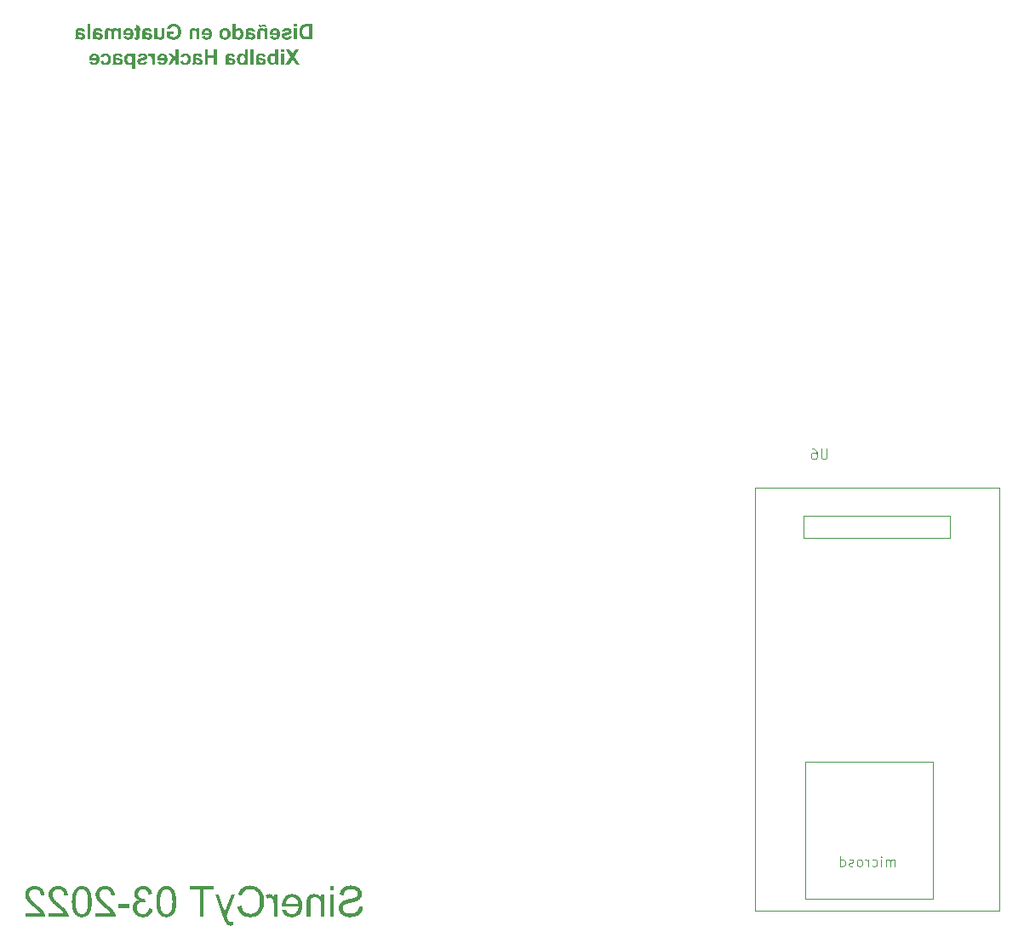
<source format=gbr>
%TF.GenerationSoftware,KiCad,Pcbnew,7.0.10*%
%TF.CreationDate,2024-04-15T10:50:26-06:00*%
%TF.ProjectId,ducuchu,64756375-6368-4752-9e6b-696361645f70,rev?*%
%TF.SameCoordinates,Original*%
%TF.FileFunction,Legend,Bot*%
%TF.FilePolarity,Positive*%
%FSLAX46Y46*%
G04 Gerber Fmt 4.6, Leading zero omitted, Abs format (unit mm)*
G04 Created by KiCad (PCBNEW 7.0.10) date 2024-04-15 10:50:26*
%MOMM*%
%LPD*%
G01*
G04 APERTURE LIST*
%ADD10C,0.300000*%
%ADD11C,0.150000*%
%ADD12C,0.100000*%
G04 APERTURE END LIST*
D10*
G36*
X120748568Y-71225000D02*
G01*
X120174475Y-71225000D01*
X120153628Y-71224874D01*
X120133311Y-71224496D01*
X120113523Y-71223866D01*
X120094264Y-71222984D01*
X120075535Y-71221851D01*
X120057336Y-71220466D01*
X120039666Y-71218829D01*
X120022526Y-71216939D01*
X120005915Y-71214799D01*
X119989833Y-71212406D01*
X119974281Y-71209761D01*
X119959259Y-71206864D01*
X119944766Y-71203716D01*
X119924020Y-71198521D01*
X119904465Y-71192759D01*
X119896092Y-71190001D01*
X119879672Y-71184282D01*
X119863683Y-71178294D01*
X119848127Y-71172038D01*
X119833003Y-71165512D01*
X119818311Y-71158717D01*
X119804052Y-71151653D01*
X119790225Y-71144320D01*
X119776829Y-71136718D01*
X119763866Y-71128847D01*
X119751336Y-71120707D01*
X119739237Y-71112297D01*
X119721899Y-71099179D01*
X119705534Y-71085455D01*
X119690142Y-71071127D01*
X119677189Y-71058010D01*
X119664616Y-71044399D01*
X119652425Y-71030293D01*
X119640614Y-71015691D01*
X119629183Y-71000594D01*
X119618134Y-70985002D01*
X119607465Y-70968915D01*
X119597177Y-70952333D01*
X119587269Y-70935255D01*
X119577742Y-70917683D01*
X119568596Y-70899615D01*
X119559830Y-70881052D01*
X119551446Y-70861994D01*
X119543441Y-70842441D01*
X119535818Y-70822392D01*
X119528575Y-70801849D01*
X119522941Y-70784611D01*
X119517670Y-70766970D01*
X119512763Y-70748925D01*
X119508219Y-70730476D01*
X119504039Y-70711624D01*
X119500222Y-70692369D01*
X119496769Y-70672710D01*
X119493679Y-70652647D01*
X119490952Y-70632181D01*
X119488590Y-70611311D01*
X119486590Y-70590037D01*
X119484955Y-70568360D01*
X119483682Y-70546280D01*
X119482774Y-70523795D01*
X119482228Y-70500908D01*
X119482047Y-70477616D01*
X119482151Y-70463328D01*
X119797486Y-70463328D01*
X119797608Y-70485113D01*
X119797973Y-70506319D01*
X119798581Y-70526947D01*
X119799433Y-70546997D01*
X119800527Y-70566468D01*
X119801866Y-70585362D01*
X119803447Y-70603677D01*
X119805272Y-70621414D01*
X119807340Y-70638573D01*
X119809651Y-70655154D01*
X119812205Y-70671157D01*
X119815003Y-70686581D01*
X119818044Y-70701428D01*
X119823062Y-70722613D01*
X119828627Y-70742498D01*
X119832546Y-70755050D01*
X119838692Y-70773036D01*
X119845159Y-70790011D01*
X119851949Y-70805974D01*
X119859061Y-70820927D01*
X119866495Y-70834868D01*
X119874251Y-70847799D01*
X119885093Y-70863467D01*
X119896508Y-70877337D01*
X119908495Y-70889410D01*
X119921071Y-70900092D01*
X119934438Y-70909972D01*
X119948594Y-70919051D01*
X119963541Y-70927329D01*
X119979277Y-70934805D01*
X119995804Y-70941479D01*
X120013120Y-70947353D01*
X120031227Y-70952424D01*
X120038603Y-70954199D01*
X120055020Y-70957405D01*
X120073659Y-70960152D01*
X120089096Y-70961913D01*
X120105782Y-70963415D01*
X120123717Y-70964660D01*
X120142902Y-70965648D01*
X120163336Y-70966378D01*
X120185020Y-70966850D01*
X120200169Y-70967022D01*
X120215874Y-70967079D01*
X120443387Y-70967079D01*
X120443387Y-69958845D01*
X120306366Y-69958845D01*
X120294831Y-69958859D01*
X120272480Y-69958973D01*
X120251088Y-69959202D01*
X120230654Y-69959546D01*
X120211180Y-69960004D01*
X120192664Y-69960576D01*
X120175107Y-69961263D01*
X120158509Y-69962065D01*
X120142870Y-69962980D01*
X120128190Y-69964011D01*
X120107967Y-69965771D01*
X120089902Y-69967789D01*
X120073994Y-69970064D01*
X120056139Y-69973499D01*
X120045542Y-69975969D01*
X120030091Y-69980179D01*
X120015175Y-69984994D01*
X120000794Y-69990414D01*
X119986947Y-69996440D01*
X119973634Y-70003071D01*
X119960856Y-70010307D01*
X119944650Y-70020898D01*
X119929395Y-70032564D01*
X119915089Y-70045307D01*
X119911633Y-70048645D01*
X119898295Y-70062813D01*
X119888803Y-70074295D01*
X119879748Y-70086512D01*
X119871131Y-70099463D01*
X119862952Y-70113148D01*
X119855212Y-70127567D01*
X119847909Y-70142720D01*
X119841044Y-70158608D01*
X119834616Y-70175229D01*
X119828627Y-70192585D01*
X119824856Y-70204719D01*
X119819656Y-70224118D01*
X119815003Y-70244952D01*
X119812205Y-70259640D01*
X119809651Y-70274965D01*
X119807340Y-70290929D01*
X119805272Y-70307532D01*
X119803447Y-70324772D01*
X119801866Y-70342651D01*
X119800527Y-70361168D01*
X119799433Y-70380324D01*
X119798581Y-70400117D01*
X119797973Y-70420549D01*
X119797608Y-70441620D01*
X119797486Y-70463328D01*
X119482151Y-70463328D01*
X119482240Y-70451094D01*
X119482819Y-70425106D01*
X119483785Y-70399654D01*
X119485138Y-70374737D01*
X119486877Y-70350355D01*
X119489002Y-70326508D01*
X119491513Y-70303197D01*
X119494411Y-70280421D01*
X119497696Y-70258180D01*
X119501367Y-70236474D01*
X119505424Y-70215304D01*
X119509867Y-70194669D01*
X119514697Y-70174569D01*
X119519914Y-70155004D01*
X119525517Y-70135975D01*
X119531506Y-70117480D01*
X119537866Y-70099385D01*
X119544580Y-70081645D01*
X119551650Y-70064260D01*
X119559075Y-70047230D01*
X119566854Y-70030555D01*
X119574989Y-70014234D01*
X119583478Y-69998269D01*
X119592322Y-69982658D01*
X119601522Y-69967403D01*
X119611076Y-69952502D01*
X119620985Y-69937956D01*
X119631249Y-69923765D01*
X119641867Y-69909929D01*
X119652841Y-69896448D01*
X119664170Y-69883322D01*
X119675853Y-69870551D01*
X119687862Y-69858152D01*
X119700165Y-69846233D01*
X119712763Y-69834796D01*
X119725656Y-69823839D01*
X119738844Y-69813364D01*
X119752326Y-69803369D01*
X119766103Y-69793855D01*
X119780176Y-69784822D01*
X119794543Y-69776269D01*
X119809204Y-69768198D01*
X119824161Y-69760607D01*
X119839412Y-69753497D01*
X119854958Y-69746869D01*
X119870799Y-69740720D01*
X119886935Y-69735053D01*
X119903366Y-69729867D01*
X119922702Y-69724695D01*
X119943616Y-69720031D01*
X119958435Y-69717204D01*
X119973955Y-69714604D01*
X119990177Y-69712230D01*
X120007100Y-69710082D01*
X120024724Y-69708160D01*
X120043049Y-69706464D01*
X120062076Y-69704994D01*
X120081804Y-69703751D01*
X120102233Y-69702733D01*
X120123363Y-69701942D01*
X120145195Y-69701376D01*
X120167727Y-69701037D01*
X120190962Y-69700924D01*
X120748568Y-69700924D01*
X120748568Y-71225000D01*
G37*
G36*
X119234384Y-69958845D02*
G01*
X119234384Y-69700924D01*
X118944590Y-69700924D01*
X118944590Y-69958845D01*
X119234384Y-69958845D01*
G37*
G36*
X119234384Y-71225000D02*
G01*
X119234384Y-70122976D01*
X118944590Y-70122976D01*
X118944590Y-71225000D01*
X119234384Y-71225000D01*
G37*
G36*
X118752982Y-70920184D02*
G01*
X118462455Y-70873290D01*
X118458620Y-70888061D01*
X118454122Y-70902150D01*
X118447092Y-70919872D01*
X118438883Y-70936382D01*
X118429495Y-70951677D01*
X118418928Y-70965760D01*
X118407181Y-70978628D01*
X118394255Y-70990283D01*
X118387350Y-70995655D01*
X118372444Y-71005444D01*
X118356118Y-71013928D01*
X118338372Y-71021106D01*
X118324131Y-71025634D01*
X118309091Y-71029427D01*
X118293253Y-71032486D01*
X118276617Y-71034811D01*
X118259181Y-71036401D01*
X118240948Y-71037258D01*
X118228348Y-71037421D01*
X118207814Y-71037057D01*
X118188253Y-71035966D01*
X118169664Y-71034146D01*
X118152047Y-71031599D01*
X118135403Y-71028324D01*
X118119731Y-71024322D01*
X118105032Y-71019592D01*
X118091305Y-71014134D01*
X118074515Y-71005725D01*
X118059454Y-70996022D01*
X118046506Y-70984597D01*
X118036236Y-70971756D01*
X118028645Y-70957498D01*
X118023734Y-70941823D01*
X118021501Y-70924731D01*
X118021352Y-70918719D01*
X118022635Y-70902942D01*
X118026481Y-70888586D01*
X118033875Y-70874131D01*
X118041869Y-70864131D01*
X118053903Y-70855295D01*
X118068320Y-70847945D01*
X118083226Y-70841977D01*
X118100763Y-70836152D01*
X118116685Y-70831596D01*
X118134291Y-70827131D01*
X118138955Y-70826029D01*
X118160595Y-70821210D01*
X118181734Y-70816417D01*
X118202372Y-70811650D01*
X118222509Y-70806909D01*
X118242145Y-70802194D01*
X118261281Y-70797504D01*
X118279915Y-70792840D01*
X118298049Y-70788202D01*
X118315682Y-70783589D01*
X118332813Y-70779003D01*
X118349444Y-70774442D01*
X118365574Y-70769906D01*
X118381204Y-70765397D01*
X118396332Y-70760913D01*
X118410959Y-70756455D01*
X118425086Y-70752023D01*
X118451836Y-70743236D01*
X118476583Y-70734552D01*
X118499326Y-70725971D01*
X118520066Y-70717493D01*
X118538802Y-70709119D01*
X118555534Y-70700847D01*
X118570263Y-70692678D01*
X118582989Y-70684612D01*
X118598694Y-70673212D01*
X118613386Y-70661268D01*
X118627064Y-70648780D01*
X118639729Y-70635748D01*
X118651382Y-70622173D01*
X118662020Y-70608054D01*
X118671646Y-70593390D01*
X118680258Y-70578183D01*
X118687858Y-70562433D01*
X118694444Y-70546138D01*
X118700016Y-70529300D01*
X118704576Y-70511917D01*
X118708122Y-70493991D01*
X118710655Y-70475521D01*
X118712175Y-70456508D01*
X118712682Y-70436950D01*
X118712244Y-70419269D01*
X118710930Y-70401945D01*
X118708740Y-70384979D01*
X118705675Y-70368371D01*
X118701734Y-70352121D01*
X118696917Y-70336228D01*
X118691224Y-70320694D01*
X118684655Y-70305517D01*
X118677210Y-70290698D01*
X118668890Y-70276236D01*
X118659693Y-70262133D01*
X118649621Y-70248387D01*
X118638673Y-70234999D01*
X118626849Y-70221969D01*
X118614150Y-70209296D01*
X118600574Y-70196981D01*
X118586033Y-70185180D01*
X118570527Y-70174141D01*
X118554056Y-70163863D01*
X118536621Y-70154346D01*
X118518221Y-70145590D01*
X118498857Y-70137596D01*
X118478528Y-70130363D01*
X118457234Y-70123892D01*
X118434976Y-70118182D01*
X118411754Y-70113233D01*
X118387566Y-70109045D01*
X118362415Y-70105619D01*
X118336298Y-70102955D01*
X118309217Y-70101051D01*
X118281172Y-70099909D01*
X118252162Y-70099528D01*
X118224540Y-70099829D01*
X118197820Y-70100731D01*
X118172001Y-70102233D01*
X118147084Y-70104337D01*
X118123069Y-70107042D01*
X118099955Y-70110348D01*
X118077742Y-70114255D01*
X118056432Y-70118763D01*
X118036023Y-70123872D01*
X118016515Y-70129582D01*
X117997909Y-70135893D01*
X117980205Y-70142805D01*
X117963402Y-70150319D01*
X117947501Y-70158433D01*
X117932502Y-70167148D01*
X117918404Y-70176465D01*
X117904979Y-70186371D01*
X117892089Y-70196855D01*
X117879734Y-70207918D01*
X117867914Y-70219559D01*
X117856630Y-70231777D01*
X117845881Y-70244574D01*
X117835667Y-70257950D01*
X117825989Y-70271903D01*
X117816845Y-70286434D01*
X117808237Y-70301544D01*
X117800164Y-70317232D01*
X117792627Y-70333498D01*
X117785624Y-70350342D01*
X117779157Y-70367764D01*
X117773225Y-70385765D01*
X117767828Y-70404344D01*
X118041136Y-70451238D01*
X118046025Y-70434700D01*
X118051898Y-70419158D01*
X118058756Y-70404613D01*
X118066598Y-70391063D01*
X118075425Y-70378509D01*
X118085237Y-70366951D01*
X118096033Y-70356390D01*
X118107814Y-70346824D01*
X118120648Y-70338324D01*
X118134788Y-70330956D01*
X118150232Y-70324722D01*
X118166982Y-70319622D01*
X118185037Y-70315655D01*
X118204397Y-70312821D01*
X118219774Y-70311440D01*
X118235884Y-70310696D01*
X118247033Y-70310554D01*
X118267895Y-70310834D01*
X118287618Y-70311675D01*
X118306200Y-70313076D01*
X118323643Y-70315037D01*
X118339946Y-70317558D01*
X118355109Y-70320639D01*
X118373553Y-70325620D01*
X118389971Y-70331596D01*
X118404362Y-70338568D01*
X118410798Y-70342428D01*
X118423645Y-70353014D01*
X118433338Y-70364898D01*
X118439874Y-70378079D01*
X118443255Y-70392557D01*
X118443770Y-70401413D01*
X118441961Y-70416227D01*
X118436535Y-70429897D01*
X118427490Y-70442423D01*
X118416608Y-70452443D01*
X118414828Y-70453803D01*
X118402028Y-70461410D01*
X118388491Y-70467605D01*
X118371579Y-70474218D01*
X118351293Y-70481249D01*
X118335895Y-70486169D01*
X118318996Y-70491275D01*
X118300598Y-70496568D01*
X118280700Y-70502046D01*
X118259302Y-70507710D01*
X118236404Y-70513561D01*
X118212006Y-70519597D01*
X118186109Y-70525819D01*
X118158712Y-70532228D01*
X118144451Y-70535502D01*
X118130138Y-70538800D01*
X118102329Y-70545538D01*
X118075607Y-70552464D01*
X118049973Y-70559580D01*
X118025427Y-70566884D01*
X118001968Y-70574377D01*
X117979597Y-70582060D01*
X117958313Y-70589931D01*
X117938118Y-70597991D01*
X117919009Y-70606240D01*
X117900989Y-70614677D01*
X117884056Y-70623304D01*
X117868211Y-70632120D01*
X117853453Y-70641124D01*
X117839783Y-70650318D01*
X117827201Y-70659700D01*
X117821317Y-70664462D01*
X117810359Y-70674365D01*
X117795248Y-70690122D01*
X117781727Y-70706960D01*
X117769797Y-70724881D01*
X117759458Y-70743883D01*
X117750709Y-70763967D01*
X117745760Y-70777958D01*
X117741518Y-70792429D01*
X117737984Y-70807381D01*
X117735156Y-70822815D01*
X117733035Y-70838728D01*
X117731621Y-70855123D01*
X117730914Y-70871999D01*
X117730825Y-70880617D01*
X117731316Y-70899276D01*
X117732789Y-70917608D01*
X117735243Y-70935615D01*
X117738679Y-70953295D01*
X117743097Y-70970648D01*
X117748497Y-70987676D01*
X117754878Y-71004377D01*
X117762241Y-71020751D01*
X117770586Y-71036800D01*
X117779913Y-71052522D01*
X117790221Y-71067918D01*
X117801511Y-71082988D01*
X117813783Y-71097731D01*
X117827036Y-71112148D01*
X117841271Y-71126239D01*
X117856488Y-71140003D01*
X117872667Y-71153135D01*
X117889787Y-71165420D01*
X117907850Y-71176857D01*
X117926853Y-71187447D01*
X117946799Y-71197190D01*
X117967686Y-71206086D01*
X117989514Y-71214135D01*
X118012285Y-71221336D01*
X118035997Y-71227690D01*
X118060651Y-71233197D01*
X118086246Y-71237857D01*
X118112783Y-71241669D01*
X118140262Y-71244634D01*
X118168682Y-71246752D01*
X118198044Y-71248023D01*
X118213079Y-71248341D01*
X118228348Y-71248447D01*
X118255964Y-71248102D01*
X118282851Y-71247067D01*
X118309007Y-71245343D01*
X118334433Y-71242928D01*
X118359130Y-71239824D01*
X118383097Y-71236030D01*
X118406334Y-71231547D01*
X118428841Y-71226373D01*
X118450618Y-71220510D01*
X118471666Y-71213957D01*
X118491983Y-71206714D01*
X118511571Y-71198782D01*
X118530428Y-71190159D01*
X118548556Y-71180847D01*
X118565954Y-71170845D01*
X118582622Y-71160153D01*
X118598529Y-71148869D01*
X118613735Y-71137089D01*
X118628239Y-71124815D01*
X118642042Y-71112045D01*
X118655144Y-71098780D01*
X118667544Y-71085020D01*
X118679244Y-71070764D01*
X118690242Y-71056014D01*
X118700539Y-71040768D01*
X118710134Y-71025028D01*
X118719029Y-71008792D01*
X118727222Y-70992061D01*
X118734714Y-70974834D01*
X118741504Y-70957113D01*
X118747594Y-70938896D01*
X118752982Y-70920184D01*
G37*
G36*
X117092416Y-70100134D02*
G01*
X117118734Y-70101950D01*
X117144462Y-70104977D01*
X117169601Y-70109214D01*
X117194150Y-70114662D01*
X117218110Y-70121321D01*
X117241480Y-70129191D01*
X117264261Y-70138271D01*
X117286451Y-70148563D01*
X117308053Y-70160064D01*
X117329064Y-70172777D01*
X117349486Y-70186700D01*
X117369318Y-70201834D01*
X117388561Y-70218179D01*
X117407214Y-70235734D01*
X117425278Y-70254501D01*
X117442491Y-70274290D01*
X117458594Y-70295007D01*
X117473586Y-70316651D01*
X117487468Y-70339222D01*
X117500239Y-70362721D01*
X117511900Y-70387147D01*
X117522450Y-70412501D01*
X117531890Y-70438782D01*
X117540219Y-70465990D01*
X117547437Y-70494126D01*
X117550630Y-70508541D01*
X117553545Y-70523189D01*
X117556183Y-70538068D01*
X117558543Y-70553179D01*
X117560625Y-70568522D01*
X117562430Y-70584097D01*
X117563957Y-70599903D01*
X117565206Y-70615942D01*
X117566178Y-70632212D01*
X117566872Y-70648714D01*
X117567288Y-70665448D01*
X117567427Y-70682414D01*
X117567005Y-70710684D01*
X117565738Y-70738342D01*
X117563627Y-70765387D01*
X117560672Y-70791820D01*
X117556873Y-70817640D01*
X117552229Y-70842847D01*
X117546740Y-70867442D01*
X117540408Y-70891425D01*
X117533231Y-70914795D01*
X117525209Y-70937552D01*
X117516344Y-70959697D01*
X117506633Y-70981230D01*
X117496079Y-71002150D01*
X117484680Y-71022457D01*
X117472437Y-71042152D01*
X117459350Y-71061235D01*
X117441641Y-71083905D01*
X117422770Y-71105113D01*
X117402738Y-71124858D01*
X117381543Y-71143140D01*
X117359186Y-71159960D01*
X117335667Y-71175317D01*
X117310986Y-71189212D01*
X117285143Y-71201644D01*
X117258138Y-71212613D01*
X117244200Y-71217549D01*
X117229971Y-71222120D01*
X117215452Y-71226325D01*
X117200642Y-71230164D01*
X117185542Y-71233638D01*
X117170151Y-71236746D01*
X117154469Y-71239488D01*
X117138497Y-71241865D01*
X117122235Y-71243876D01*
X117105682Y-71245522D01*
X117088839Y-71246801D01*
X117071705Y-71247716D01*
X117054280Y-71248264D01*
X117036565Y-71248447D01*
X117014270Y-71248143D01*
X116992447Y-71247233D01*
X116971096Y-71245716D01*
X116950218Y-71243592D01*
X116929811Y-71240862D01*
X116909878Y-71237525D01*
X116890416Y-71233580D01*
X116871426Y-71229030D01*
X116852909Y-71223872D01*
X116834864Y-71218107D01*
X116817292Y-71211736D01*
X116800192Y-71204758D01*
X116783563Y-71197173D01*
X116767408Y-71188981D01*
X116751724Y-71180183D01*
X116736513Y-71170778D01*
X116721744Y-71160746D01*
X116707478Y-71150158D01*
X116693717Y-71139016D01*
X116680459Y-71127318D01*
X116667705Y-71115064D01*
X116655455Y-71102256D01*
X116643708Y-71088892D01*
X116632465Y-71074973D01*
X116621726Y-71060499D01*
X116611491Y-71045470D01*
X116601759Y-71029885D01*
X116592532Y-71013745D01*
X116583808Y-70997049D01*
X116575587Y-70979799D01*
X116567871Y-70961993D01*
X116560658Y-70943632D01*
X116849353Y-70896737D01*
X116854018Y-70910256D01*
X116860858Y-70927169D01*
X116868409Y-70942811D01*
X116876669Y-70957182D01*
X116885640Y-70970282D01*
X116895320Y-70982112D01*
X116905709Y-70992671D01*
X116919695Y-71004082D01*
X116925550Y-71008119D01*
X116940925Y-71017072D01*
X116957356Y-71024398D01*
X116971261Y-71029086D01*
X116985841Y-71032733D01*
X117001097Y-71035337D01*
X117017028Y-71036900D01*
X117033634Y-71037421D01*
X117046008Y-71037132D01*
X117064085Y-71035614D01*
X117081582Y-71032796D01*
X117098500Y-71028676D01*
X117114838Y-71023256D01*
X117130597Y-71016535D01*
X117145776Y-71008513D01*
X117160376Y-70999190D01*
X117174395Y-70988566D01*
X117187836Y-70976641D01*
X117200696Y-70963415D01*
X117204824Y-70958732D01*
X117216456Y-70943987D01*
X117226960Y-70928198D01*
X117236338Y-70911366D01*
X117244589Y-70893491D01*
X117251713Y-70874572D01*
X117257709Y-70854610D01*
X117262579Y-70833605D01*
X117265199Y-70819022D01*
X117267319Y-70803975D01*
X117268937Y-70788465D01*
X117270055Y-70772491D01*
X117270672Y-70756053D01*
X116545271Y-70756053D01*
X116545026Y-70735384D01*
X116545069Y-70715050D01*
X116545401Y-70695053D01*
X116546021Y-70675390D01*
X116546929Y-70656063D01*
X116548126Y-70637072D01*
X116549611Y-70618417D01*
X116551384Y-70600097D01*
X116553446Y-70582112D01*
X116555263Y-70568475D01*
X116832867Y-70568475D01*
X117265543Y-70568475D01*
X117265434Y-70553784D01*
X117264348Y-70532473D01*
X117262154Y-70512032D01*
X117258852Y-70492460D01*
X117254443Y-70473757D01*
X117248926Y-70455923D01*
X117242302Y-70438959D01*
X117234569Y-70422865D01*
X117225729Y-70407639D01*
X117215782Y-70393284D01*
X117204726Y-70379797D01*
X117196860Y-70371412D01*
X117184582Y-70359849D01*
X117171731Y-70349503D01*
X117158307Y-70340375D01*
X117144309Y-70332463D01*
X117129739Y-70325769D01*
X117114595Y-70320292D01*
X117098878Y-70316031D01*
X117082588Y-70312989D01*
X117065725Y-70311163D01*
X117048289Y-70310554D01*
X117037311Y-70310812D01*
X117021235Y-70312164D01*
X117005630Y-70314676D01*
X116990495Y-70318347D01*
X116975830Y-70323177D01*
X116961635Y-70329166D01*
X116947911Y-70336314D01*
X116934656Y-70344622D01*
X116921872Y-70354089D01*
X116909557Y-70364715D01*
X116897713Y-70376500D01*
X116890204Y-70384935D01*
X116879805Y-70398478D01*
X116870442Y-70413090D01*
X116862116Y-70428772D01*
X116854827Y-70445522D01*
X116848575Y-70463342D01*
X116843360Y-70482230D01*
X116839181Y-70502188D01*
X116836039Y-70523214D01*
X116834521Y-70537826D01*
X116833463Y-70552913D01*
X116832867Y-70568475D01*
X116555263Y-70568475D01*
X116555797Y-70564463D01*
X116558435Y-70547150D01*
X116561362Y-70530172D01*
X116564577Y-70513530D01*
X116568081Y-70497224D01*
X116571873Y-70481253D01*
X116575954Y-70465618D01*
X116580323Y-70450318D01*
X116584980Y-70435354D01*
X116589925Y-70420726D01*
X116595159Y-70406433D01*
X116600681Y-70392476D01*
X116606492Y-70378854D01*
X116618979Y-70352617D01*
X116632619Y-70327723D01*
X116647412Y-70304172D01*
X116663359Y-70281962D01*
X116680459Y-70261095D01*
X116689375Y-70251155D01*
X116707811Y-70232221D01*
X116727051Y-70214550D01*
X116747095Y-70198141D01*
X116767943Y-70182994D01*
X116789596Y-70169109D01*
X116812053Y-70156487D01*
X116835314Y-70145127D01*
X116859380Y-70135029D01*
X116884250Y-70126193D01*
X116909924Y-70118620D01*
X116936402Y-70112309D01*
X116963685Y-70107260D01*
X116991772Y-70103473D01*
X117020663Y-70100948D01*
X117035410Y-70100160D01*
X117050359Y-70099686D01*
X117065508Y-70099528D01*
X117092416Y-70100134D01*
G37*
G36*
X115319782Y-71225000D02*
G01*
X115609210Y-71225000D01*
X115609210Y-70656036D01*
X115609283Y-70633957D01*
X115609502Y-70612873D01*
X115609867Y-70592786D01*
X115610378Y-70573695D01*
X115611035Y-70555600D01*
X115611837Y-70538502D01*
X115612786Y-70522399D01*
X115613881Y-70507292D01*
X115615797Y-70486499D01*
X115618041Y-70467948D01*
X115620614Y-70451637D01*
X115624555Y-70433376D01*
X115627895Y-70422295D01*
X115634191Y-70406276D01*
X115641633Y-70391419D01*
X115650220Y-70377725D01*
X115659951Y-70365194D01*
X115670828Y-70353826D01*
X115682849Y-70343620D01*
X115687978Y-70339863D01*
X115701441Y-70331420D01*
X115715728Y-70324407D01*
X115730836Y-70318826D01*
X115746768Y-70314676D01*
X115763523Y-70311957D01*
X115781101Y-70310669D01*
X115788362Y-70310554D01*
X115806984Y-70311213D01*
X115825113Y-70313188D01*
X115842750Y-70316479D01*
X115859895Y-70321087D01*
X115876547Y-70327012D01*
X115892707Y-70334253D01*
X115908375Y-70342812D01*
X115923551Y-70352686D01*
X115937896Y-70363563D01*
X115951074Y-70375309D01*
X115963084Y-70387926D01*
X115973926Y-70401413D01*
X115983600Y-70415770D01*
X115992106Y-70430997D01*
X115999445Y-70447094D01*
X116005616Y-70464061D01*
X116010768Y-70483209D01*
X116014181Y-70499982D01*
X116017208Y-70518822D01*
X116019849Y-70539730D01*
X116021394Y-70554817D01*
X116022768Y-70570822D01*
X116023970Y-70587746D01*
X116025001Y-70605590D01*
X116025859Y-70624351D01*
X116026546Y-70644032D01*
X116027061Y-70664631D01*
X116027405Y-70686150D01*
X116027577Y-70708587D01*
X116027598Y-70720150D01*
X116027598Y-71225000D01*
X116317026Y-71225000D01*
X116317026Y-70122976D01*
X116048114Y-70122976D01*
X116048114Y-70283810D01*
X116029919Y-70261494D01*
X116011146Y-70240619D01*
X115991794Y-70221183D01*
X115971865Y-70203187D01*
X115951357Y-70186630D01*
X115930271Y-70171513D01*
X115908607Y-70157836D01*
X115886365Y-70145599D01*
X115863544Y-70134801D01*
X115840145Y-70125443D01*
X115816169Y-70117525D01*
X115791614Y-70111046D01*
X115766480Y-70106007D01*
X115740769Y-70102408D01*
X115714480Y-70100248D01*
X115687612Y-70099528D01*
X115669762Y-70099834D01*
X115652209Y-70100752D01*
X115634952Y-70102282D01*
X115617991Y-70104423D01*
X115601327Y-70107176D01*
X115584958Y-70110541D01*
X115568886Y-70114518D01*
X115553110Y-70119106D01*
X115537631Y-70124306D01*
X115522447Y-70130118D01*
X115512490Y-70134333D01*
X115497925Y-70141026D01*
X115484042Y-70148055D01*
X115470842Y-70155418D01*
X115458325Y-70163116D01*
X115442697Y-70173900D01*
X115428283Y-70185281D01*
X115415083Y-70197256D01*
X115403096Y-70209827D01*
X115392322Y-70222993D01*
X115382545Y-70236686D01*
X115373546Y-70250837D01*
X115365326Y-70265446D01*
X115357884Y-70280512D01*
X115351221Y-70296037D01*
X115345336Y-70312020D01*
X115340230Y-70328460D01*
X115335902Y-70345359D01*
X115332124Y-70363322D01*
X115329621Y-70378012D01*
X115327401Y-70393745D01*
X115325465Y-70410521D01*
X115323812Y-70428340D01*
X115322443Y-70447203D01*
X115321356Y-70467109D01*
X115320554Y-70488058D01*
X115320034Y-70510051D01*
X115319845Y-70525292D01*
X115319782Y-70540997D01*
X115319782Y-71225000D01*
G37*
G36*
X116041886Y-69982292D02*
G01*
X116173777Y-69982292D01*
X116174403Y-69967384D01*
X116174824Y-69951917D01*
X116174876Y-69945655D01*
X116174416Y-69926100D01*
X116173035Y-69907415D01*
X116170732Y-69889599D01*
X116167509Y-69872652D01*
X116163365Y-69856574D01*
X116158300Y-69841366D01*
X116152314Y-69827028D01*
X116145407Y-69813558D01*
X116137579Y-69800958D01*
X116125710Y-69785511D01*
X116122486Y-69781891D01*
X116108834Y-69768410D01*
X116094253Y-69756726D01*
X116078746Y-69746840D01*
X116062311Y-69738751D01*
X116044949Y-69732460D01*
X116026659Y-69727966D01*
X116007442Y-69725270D01*
X115992421Y-69724428D01*
X115987298Y-69724371D01*
X115971693Y-69724775D01*
X115956613Y-69725984D01*
X115942060Y-69728000D01*
X115926072Y-69731292D01*
X115920253Y-69732798D01*
X115904335Y-69737797D01*
X115889959Y-69743171D01*
X115873080Y-69750047D01*
X115857772Y-69756630D01*
X115840862Y-69764175D01*
X115827128Y-69770465D01*
X115812492Y-69777295D01*
X115807413Y-69779692D01*
X115792341Y-69786567D01*
X115777901Y-69792766D01*
X115764091Y-69798288D01*
X115746660Y-69804599D01*
X115730351Y-69809708D01*
X115715164Y-69813615D01*
X115697759Y-69816808D01*
X115682106Y-69818123D01*
X115679186Y-69818161D01*
X115663386Y-69816810D01*
X115648960Y-69812757D01*
X115635909Y-69806002D01*
X115624231Y-69796545D01*
X115614064Y-69783929D01*
X115606821Y-69769921D01*
X115601841Y-69755710D01*
X115597994Y-69739464D01*
X115595654Y-69724371D01*
X115461565Y-69724371D01*
X115461897Y-69741419D01*
X115462618Y-69757848D01*
X115463729Y-69773659D01*
X115465229Y-69788852D01*
X115467118Y-69803426D01*
X115470681Y-69824128D01*
X115475121Y-69843440D01*
X115480436Y-69861360D01*
X115486627Y-69877890D01*
X115493694Y-69893028D01*
X115501636Y-69906775D01*
X115510455Y-69919131D01*
X115513589Y-69922941D01*
X115526784Y-69936851D01*
X115540906Y-69948907D01*
X115555955Y-69959108D01*
X115571932Y-69967454D01*
X115588837Y-69973946D01*
X115606668Y-69978582D01*
X115625427Y-69981365D01*
X115640105Y-69982234D01*
X115645114Y-69982292D01*
X115660306Y-69981906D01*
X115675427Y-69980749D01*
X115690479Y-69978821D01*
X115705461Y-69976121D01*
X115713990Y-69974232D01*
X115730339Y-69968874D01*
X115745069Y-69963432D01*
X115759351Y-69957919D01*
X115775855Y-69951376D01*
X115789690Y-69945793D01*
X115804775Y-69939630D01*
X115821109Y-69932887D01*
X115832692Y-69928070D01*
X115850030Y-69920999D01*
X115866459Y-69914623D01*
X115881981Y-69908943D01*
X115896594Y-69903959D01*
X115914666Y-69898394D01*
X115931124Y-69894067D01*
X115945967Y-69890976D01*
X115962252Y-69888850D01*
X115970812Y-69888503D01*
X115986405Y-69889831D01*
X116001813Y-69894500D01*
X116014960Y-69902530D01*
X116022469Y-69909752D01*
X116030552Y-69922117D01*
X116035859Y-69936091D01*
X116039096Y-69950414D01*
X116041122Y-69966900D01*
X116041886Y-69982292D01*
G37*
G36*
X114631249Y-70099820D02*
G01*
X114656674Y-70100696D01*
X114681281Y-70102156D01*
X114705069Y-70104200D01*
X114728038Y-70106827D01*
X114750189Y-70110039D01*
X114771521Y-70113834D01*
X114792034Y-70118213D01*
X114811729Y-70123176D01*
X114830606Y-70128723D01*
X114848664Y-70134854D01*
X114865903Y-70141569D01*
X114882323Y-70148867D01*
X114897925Y-70156750D01*
X114912709Y-70165216D01*
X114926673Y-70174267D01*
X114939934Y-70183924D01*
X114952697Y-70194211D01*
X114964961Y-70205127D01*
X114976728Y-70216673D01*
X114987996Y-70228849D01*
X114998767Y-70241655D01*
X115009039Y-70255090D01*
X115018814Y-70269155D01*
X115028090Y-70283850D01*
X115036869Y-70299174D01*
X115045149Y-70315128D01*
X115052932Y-70331712D01*
X115060216Y-70348925D01*
X115067002Y-70366768D01*
X115073291Y-70385241D01*
X115079081Y-70404344D01*
X114816398Y-70451238D01*
X114812990Y-70441623D01*
X114805789Y-70423499D01*
X114798072Y-70406852D01*
X114789841Y-70391682D01*
X114781094Y-70377990D01*
X114771831Y-70365774D01*
X114759529Y-70352581D01*
X114746422Y-70341695D01*
X114740841Y-70337924D01*
X114725735Y-70329561D01*
X114708984Y-70322719D01*
X114694398Y-70318340D01*
X114678759Y-70314933D01*
X114662067Y-70312501D01*
X114644321Y-70311041D01*
X114625522Y-70310554D01*
X114604734Y-70310873D01*
X114585233Y-70311829D01*
X114567021Y-70313423D01*
X114550097Y-70315655D01*
X114534460Y-70318524D01*
X114515615Y-70323341D01*
X114499060Y-70329291D01*
X114484795Y-70336375D01*
X114470183Y-70346824D01*
X114458257Y-70359357D01*
X114448352Y-70374287D01*
X114441883Y-70387957D01*
X114436708Y-70403161D01*
X114432827Y-70419900D01*
X114430240Y-70438172D01*
X114429148Y-70452883D01*
X114428784Y-70468457D01*
X114428784Y-70498133D01*
X114439071Y-70502322D01*
X114456326Y-70508685D01*
X114475771Y-70515146D01*
X114489950Y-70519506D01*
X114505103Y-70523910D01*
X114521228Y-70528356D01*
X114538327Y-70532846D01*
X114556399Y-70537378D01*
X114575444Y-70541953D01*
X114595463Y-70546572D01*
X114616454Y-70551233D01*
X114638419Y-70555937D01*
X114661357Y-70560684D01*
X114685268Y-70565474D01*
X114710152Y-70570307D01*
X114719494Y-70572148D01*
X114737764Y-70575889D01*
X114755481Y-70579707D01*
X114772645Y-70583603D01*
X114789258Y-70587575D01*
X114805318Y-70591625D01*
X114820825Y-70595753D01*
X114835780Y-70599957D01*
X114850183Y-70604239D01*
X114870751Y-70610807D01*
X114890077Y-70617549D01*
X114908159Y-70624464D01*
X114924999Y-70631553D01*
X114940595Y-70638817D01*
X114950440Y-70643853D01*
X114964686Y-70651917D01*
X114978308Y-70660592D01*
X114991305Y-70669880D01*
X115003677Y-70679779D01*
X115015425Y-70690290D01*
X115026548Y-70701413D01*
X115037046Y-70713148D01*
X115046920Y-70725495D01*
X115056168Y-70738453D01*
X115064793Y-70752023D01*
X115070161Y-70761308D01*
X115077564Y-70775536D01*
X115084187Y-70790125D01*
X115090031Y-70805074D01*
X115095096Y-70820385D01*
X115099382Y-70836055D01*
X115102889Y-70852086D01*
X115105616Y-70868478D01*
X115107564Y-70885231D01*
X115108733Y-70902344D01*
X115109123Y-70919818D01*
X115108742Y-70937439D01*
X115107600Y-70954674D01*
X115105697Y-70971523D01*
X115103032Y-70987985D01*
X115099606Y-71004060D01*
X115095418Y-71019750D01*
X115090470Y-71035053D01*
X115084760Y-71049969D01*
X115078288Y-71064499D01*
X115071055Y-71078643D01*
X115063061Y-71092400D01*
X115054305Y-71105771D01*
X115044789Y-71118755D01*
X115034510Y-71131353D01*
X115023471Y-71143565D01*
X115011670Y-71155390D01*
X114999209Y-71166659D01*
X114986190Y-71177200D01*
X114972613Y-71187015D01*
X114958478Y-71196103D01*
X114943785Y-71204463D01*
X114928534Y-71212097D01*
X114912724Y-71219003D01*
X114896357Y-71225183D01*
X114879431Y-71230635D01*
X114861947Y-71235361D01*
X114843905Y-71239359D01*
X114825305Y-71242631D01*
X114806147Y-71245175D01*
X114786430Y-71246993D01*
X114766156Y-71248083D01*
X114745323Y-71248447D01*
X114733370Y-71248302D01*
X114715613Y-71247543D01*
X114698062Y-71246134D01*
X114680717Y-71244074D01*
X114663578Y-71241364D01*
X114646645Y-71238004D01*
X114629918Y-71233993D01*
X114613398Y-71229331D01*
X114597083Y-71224019D01*
X114580974Y-71218057D01*
X114565072Y-71211444D01*
X114554533Y-71206673D01*
X114538875Y-71198968D01*
X114523398Y-71190607D01*
X114508101Y-71181589D01*
X114492984Y-71171914D01*
X114478047Y-71161582D01*
X114463291Y-71150593D01*
X114448715Y-71138948D01*
X114434320Y-71126645D01*
X114420105Y-71113686D01*
X114406070Y-71100069D01*
X114404073Y-71106435D01*
X114399962Y-71120644D01*
X114395812Y-71135607D01*
X114392765Y-71146477D01*
X114387889Y-71163450D01*
X114383263Y-71178992D01*
X114378042Y-71195753D01*
X114373182Y-71210454D01*
X114367968Y-71225000D01*
X114081837Y-71225000D01*
X114084195Y-71220086D01*
X114090985Y-71205462D01*
X114097350Y-71191012D01*
X114103290Y-71176735D01*
X114108804Y-71162633D01*
X114113894Y-71148704D01*
X114120019Y-71130403D01*
X114125389Y-71112411D01*
X114130003Y-71094728D01*
X114133861Y-71077355D01*
X114135547Y-71068447D01*
X114137872Y-71053970D01*
X114139952Y-71038154D01*
X114141787Y-71020998D01*
X114143378Y-71002502D01*
X114144724Y-70982667D01*
X114145825Y-70961492D01*
X114146423Y-70946631D01*
X114146913Y-70931175D01*
X114147293Y-70915124D01*
X114147565Y-70898477D01*
X114147729Y-70881235D01*
X114147783Y-70863398D01*
X114146287Y-70709159D01*
X114428784Y-70709159D01*
X114428784Y-70763747D01*
X114428884Y-70781734D01*
X114429184Y-70798600D01*
X114429683Y-70814346D01*
X114430659Y-70833597D01*
X114431990Y-70850856D01*
X114433675Y-70866124D01*
X114436282Y-70882406D01*
X114440142Y-70897836D01*
X114446170Y-70914158D01*
X114453952Y-70929693D01*
X114463487Y-70944440D01*
X114474774Y-70958401D01*
X114485067Y-70969002D01*
X114496482Y-70979100D01*
X114509018Y-70988695D01*
X114513467Y-70991692D01*
X114526901Y-71000115D01*
X114540464Y-71007681D01*
X114554155Y-71014390D01*
X114567976Y-71020243D01*
X114581925Y-71025239D01*
X114600724Y-71030569D01*
X114619752Y-71034376D01*
X114639009Y-71036660D01*
X114658495Y-71037421D01*
X114675605Y-71036768D01*
X114691948Y-71034811D01*
X114707525Y-71031548D01*
X114722334Y-71026980D01*
X114736376Y-71021106D01*
X114749651Y-71013928D01*
X114762159Y-71005444D01*
X114773899Y-70995655D01*
X114782018Y-70987617D01*
X114791601Y-70976469D01*
X114801583Y-70961841D01*
X114809347Y-70946444D01*
X114814892Y-70930278D01*
X114818219Y-70913343D01*
X114819329Y-70895638D01*
X114817942Y-70877821D01*
X114813783Y-70861005D01*
X114806851Y-70845191D01*
X114797146Y-70830379D01*
X114787386Y-70819251D01*
X114775851Y-70808764D01*
X114762542Y-70798918D01*
X114757591Y-70795984D01*
X114742356Y-70788625D01*
X114727232Y-70782711D01*
X114709498Y-70776775D01*
X114694484Y-70772308D01*
X114678002Y-70767828D01*
X114660052Y-70763335D01*
X114640633Y-70758829D01*
X114619746Y-70754310D01*
X114605006Y-70751290D01*
X114590192Y-70748249D01*
X114568922Y-70743790D01*
X114548791Y-70739452D01*
X114529801Y-70735237D01*
X114511950Y-70731145D01*
X114495240Y-70727174D01*
X114479669Y-70723327D01*
X114460681Y-70718386D01*
X114443719Y-70713664D01*
X114428784Y-70709159D01*
X114146287Y-70709159D01*
X114144486Y-70523412D01*
X114144637Y-70500155D01*
X114145092Y-70477828D01*
X114145851Y-70456432D01*
X114146913Y-70435965D01*
X114148278Y-70416429D01*
X114149947Y-70397823D01*
X114151919Y-70380148D01*
X114154194Y-70363402D01*
X114156773Y-70347587D01*
X114159655Y-70332702D01*
X114164548Y-70312119D01*
X114170123Y-70293629D01*
X114176380Y-70277231D01*
X114183320Y-70262927D01*
X114188349Y-70254140D01*
X114196719Y-70241324D01*
X114206081Y-70228947D01*
X114216434Y-70217007D01*
X114227779Y-70205505D01*
X114240116Y-70194441D01*
X114253445Y-70183815D01*
X114267765Y-70173627D01*
X114283077Y-70163877D01*
X114299381Y-70154565D01*
X114316677Y-70145690D01*
X114335272Y-70137441D01*
X114355613Y-70130003D01*
X114370143Y-70125495D01*
X114385449Y-70121347D01*
X114401530Y-70117560D01*
X114418387Y-70114134D01*
X114436020Y-70111069D01*
X114454428Y-70108364D01*
X114473612Y-70106020D01*
X114493572Y-70104036D01*
X114514307Y-70102414D01*
X114535818Y-70101151D01*
X114558105Y-70100250D01*
X114581168Y-70099709D01*
X114605006Y-70099528D01*
X114631249Y-70099820D01*
G37*
G36*
X113150539Y-70251936D02*
G01*
X113167494Y-70233480D01*
X113184834Y-70216215D01*
X113202562Y-70200141D01*
X113220675Y-70185258D01*
X113239175Y-70171565D01*
X113258062Y-70159063D01*
X113277334Y-70147751D01*
X113296993Y-70137630D01*
X113317039Y-70128700D01*
X113337471Y-70120961D01*
X113358289Y-70114412D01*
X113379494Y-70109054D01*
X113401085Y-70104887D01*
X113423063Y-70101910D01*
X113445427Y-70100124D01*
X113468177Y-70099528D01*
X113492868Y-70100097D01*
X113517024Y-70101801D01*
X113540644Y-70104642D01*
X113563730Y-70108619D01*
X113586280Y-70113732D01*
X113608294Y-70119982D01*
X113629774Y-70127368D01*
X113650718Y-70135890D01*
X113671127Y-70145549D01*
X113691001Y-70156344D01*
X113710340Y-70168275D01*
X113729143Y-70181342D01*
X113747411Y-70195546D01*
X113765144Y-70210886D01*
X113782342Y-70227362D01*
X113799004Y-70244975D01*
X113814842Y-70263680D01*
X113829658Y-70283432D01*
X113843453Y-70304232D01*
X113856226Y-70326079D01*
X113867976Y-70348974D01*
X113878706Y-70372916D01*
X113888413Y-70397906D01*
X113897098Y-70423944D01*
X113904762Y-70451029D01*
X113911404Y-70479162D01*
X113914341Y-70493621D01*
X113917023Y-70508342D01*
X113919450Y-70523325D01*
X113921622Y-70538570D01*
X113923538Y-70554077D01*
X113925198Y-70569846D01*
X113926603Y-70585876D01*
X113927753Y-70602169D01*
X113928647Y-70618723D01*
X113929285Y-70635539D01*
X113929668Y-70652618D01*
X113929796Y-70669958D01*
X113929665Y-70686922D01*
X113929271Y-70703650D01*
X113928614Y-70720143D01*
X113927695Y-70736401D01*
X113926514Y-70752424D01*
X113925069Y-70768211D01*
X113923362Y-70783762D01*
X113921393Y-70799078D01*
X113919161Y-70814159D01*
X113916666Y-70829004D01*
X113913908Y-70843614D01*
X113910888Y-70857988D01*
X113904060Y-70886031D01*
X113896182Y-70913132D01*
X113887254Y-70939291D01*
X113877274Y-70964509D01*
X113866245Y-70988785D01*
X113854165Y-71012119D01*
X113841034Y-71034512D01*
X113826854Y-71055962D01*
X113811622Y-71076472D01*
X113795340Y-71096039D01*
X113778322Y-71114495D01*
X113760879Y-71131760D01*
X113743013Y-71147834D01*
X113724724Y-71162718D01*
X113706011Y-71176410D01*
X113686874Y-71188913D01*
X113667313Y-71200224D01*
X113647329Y-71210345D01*
X113626922Y-71219275D01*
X113606090Y-71227015D01*
X113584836Y-71233563D01*
X113563157Y-71238921D01*
X113541055Y-71243089D01*
X113518529Y-71246065D01*
X113495580Y-71247851D01*
X113472207Y-71248447D01*
X113460627Y-71248271D01*
X113443277Y-71247347D01*
X113425954Y-71245630D01*
X113408656Y-71243122D01*
X113391384Y-71239822D01*
X113374137Y-71235729D01*
X113356917Y-71230844D01*
X113339722Y-71225167D01*
X113322553Y-71218698D01*
X113305410Y-71211437D01*
X113288292Y-71203384D01*
X113276984Y-71197516D01*
X113260375Y-71188007D01*
X113244191Y-71177647D01*
X113228433Y-71166437D01*
X113213099Y-71154377D01*
X113198190Y-71141467D01*
X113183707Y-71127707D01*
X113169648Y-71113097D01*
X113156015Y-71097636D01*
X113142806Y-71081326D01*
X113130023Y-71064166D01*
X113130023Y-71225000D01*
X112861112Y-71225000D01*
X112861112Y-70682048D01*
X113149807Y-70682048D01*
X113149875Y-70693044D01*
X113150425Y-70714519D01*
X113151524Y-70735305D01*
X113153173Y-70755400D01*
X113155371Y-70774806D01*
X113158119Y-70793522D01*
X113161416Y-70811548D01*
X113165263Y-70828885D01*
X113169659Y-70845532D01*
X113174605Y-70861489D01*
X113180100Y-70876756D01*
X113186145Y-70891333D01*
X113192740Y-70905220D01*
X113199884Y-70918418D01*
X113207578Y-70930926D01*
X113220149Y-70948394D01*
X113229011Y-70959175D01*
X113242740Y-70974042D01*
X113256991Y-70987344D01*
X113271763Y-70999080D01*
X113287057Y-71009252D01*
X113302873Y-71017860D01*
X113319210Y-71024902D01*
X113336069Y-71030379D01*
X113353449Y-71034291D01*
X113371351Y-71036639D01*
X113389775Y-71037421D01*
X113397597Y-71037305D01*
X113412913Y-71036378D01*
X113427791Y-71034523D01*
X113449287Y-71030002D01*
X113469797Y-71023395D01*
X113489322Y-71014701D01*
X113507862Y-71003920D01*
X113525416Y-70991053D01*
X113536571Y-70981316D01*
X113547289Y-70970651D01*
X113557569Y-70959059D01*
X113567410Y-70946540D01*
X113576814Y-70933093D01*
X113585780Y-70918719D01*
X113588755Y-70913491D01*
X113597115Y-70896617D01*
X113604624Y-70877959D01*
X113611282Y-70857518D01*
X113615250Y-70842899D01*
X113618839Y-70827487D01*
X113622050Y-70811283D01*
X113624884Y-70794285D01*
X113627340Y-70776495D01*
X113629418Y-70757912D01*
X113631118Y-70738536D01*
X113632440Y-70718368D01*
X113633385Y-70697406D01*
X113633951Y-70675652D01*
X113634140Y-70653105D01*
X113633868Y-70632096D01*
X113633053Y-70611752D01*
X113631693Y-70592071D01*
X113629790Y-70573054D01*
X113627342Y-70554702D01*
X113624351Y-70537013D01*
X113620817Y-70519989D01*
X113616738Y-70503628D01*
X113612115Y-70487932D01*
X113606949Y-70472899D01*
X113601239Y-70458531D01*
X113594985Y-70444827D01*
X113588187Y-70431787D01*
X113576971Y-70413471D01*
X113564531Y-70396650D01*
X113555700Y-70386224D01*
X113541964Y-70371847D01*
X113527643Y-70358983D01*
X113512735Y-70347633D01*
X113497242Y-70337795D01*
X113481162Y-70329472D01*
X113464496Y-70322661D01*
X113447245Y-70317365D01*
X113429407Y-70313581D01*
X113410983Y-70311311D01*
X113391973Y-70310554D01*
X113378843Y-70310895D01*
X113359711Y-70312683D01*
X113341255Y-70316004D01*
X113323475Y-70320858D01*
X113306372Y-70327244D01*
X113289944Y-70335163D01*
X113274193Y-70344615D01*
X113259118Y-70355599D01*
X113244719Y-70368116D01*
X113230997Y-70382166D01*
X113217950Y-70397749D01*
X113213758Y-70403284D01*
X113201979Y-70421185D01*
X113194792Y-70434199D01*
X113188137Y-70448078D01*
X113182015Y-70462822D01*
X113176425Y-70478429D01*
X113171368Y-70494901D01*
X113166843Y-70512238D01*
X113162850Y-70530439D01*
X113159389Y-70549504D01*
X113156461Y-70569434D01*
X113154066Y-70590228D01*
X113152202Y-70611886D01*
X113150871Y-70634409D01*
X113150073Y-70657796D01*
X113149807Y-70682048D01*
X112861112Y-70682048D01*
X112861112Y-69700924D01*
X113150539Y-69700924D01*
X113150539Y-70251936D01*
G37*
G36*
X112105826Y-70099808D02*
G01*
X112125532Y-70100645D01*
X112145004Y-70102040D01*
X112164241Y-70103994D01*
X112183243Y-70106505D01*
X112202011Y-70109575D01*
X112220544Y-70113203D01*
X112238842Y-70117389D01*
X112256905Y-70122133D01*
X112274734Y-70127435D01*
X112292328Y-70133296D01*
X112309688Y-70139714D01*
X112326812Y-70146691D01*
X112343702Y-70154226D01*
X112360357Y-70162318D01*
X112376778Y-70170969D01*
X112392849Y-70180150D01*
X112408457Y-70189832D01*
X112423601Y-70200014D01*
X112438281Y-70210697D01*
X112452498Y-70221881D01*
X112466251Y-70233566D01*
X112479540Y-70245752D01*
X112492366Y-70258439D01*
X112504728Y-70271627D01*
X112516626Y-70285315D01*
X112528061Y-70299505D01*
X112539032Y-70314195D01*
X112549539Y-70329386D01*
X112559582Y-70345078D01*
X112569162Y-70361271D01*
X112578278Y-70377965D01*
X112586885Y-70394947D01*
X112594936Y-70412003D01*
X112602433Y-70429133D01*
X112609374Y-70446338D01*
X112615759Y-70463617D01*
X112621589Y-70480971D01*
X112626865Y-70498399D01*
X112631584Y-70515901D01*
X112635749Y-70533478D01*
X112639358Y-70551130D01*
X112642412Y-70568855D01*
X112644911Y-70586656D01*
X112646854Y-70604530D01*
X112648242Y-70622479D01*
X112649075Y-70640503D01*
X112649353Y-70658600D01*
X112649075Y-70682052D01*
X112648242Y-70705054D01*
X112646854Y-70727607D01*
X112644911Y-70749711D01*
X112642412Y-70771365D01*
X112639358Y-70792569D01*
X112635749Y-70813325D01*
X112631584Y-70833631D01*
X112626865Y-70853488D01*
X112621589Y-70872895D01*
X112615759Y-70891853D01*
X112609374Y-70910361D01*
X112602433Y-70928420D01*
X112594936Y-70946030D01*
X112586885Y-70963191D01*
X112578278Y-70979902D01*
X112569139Y-70996141D01*
X112559491Y-71011884D01*
X112549333Y-71027133D01*
X112538665Y-71041886D01*
X112527488Y-71056144D01*
X112515802Y-71069907D01*
X112503606Y-71083175D01*
X112490900Y-71095948D01*
X112477686Y-71108225D01*
X112463961Y-71120008D01*
X112449727Y-71131295D01*
X112434984Y-71142087D01*
X112419731Y-71152384D01*
X112403969Y-71162185D01*
X112387697Y-71171492D01*
X112370916Y-71180303D01*
X112353780Y-71188555D01*
X112336535Y-71196274D01*
X112319182Y-71203461D01*
X112301719Y-71210116D01*
X112284148Y-71216238D01*
X112266468Y-71221828D01*
X112248679Y-71226886D01*
X112230782Y-71231411D01*
X112212776Y-71235404D01*
X112194661Y-71238864D01*
X112176437Y-71241792D01*
X112158104Y-71244188D01*
X112139663Y-71246051D01*
X112121113Y-71247382D01*
X112102454Y-71248181D01*
X112083687Y-71248447D01*
X112068586Y-71248287D01*
X112053648Y-71247806D01*
X112038871Y-71247004D01*
X112024255Y-71245882D01*
X111995510Y-71242677D01*
X111967412Y-71238189D01*
X111939960Y-71232418D01*
X111913155Y-71225366D01*
X111886998Y-71217031D01*
X111861487Y-71207414D01*
X111836623Y-71196515D01*
X111812405Y-71184333D01*
X111788835Y-71170869D01*
X111765911Y-71156123D01*
X111743635Y-71140095D01*
X111722005Y-71122784D01*
X111701022Y-71104191D01*
X111680686Y-71084316D01*
X111661254Y-71063467D01*
X111643076Y-71041955D01*
X111626152Y-71019778D01*
X111610481Y-70996938D01*
X111596064Y-70973433D01*
X111582901Y-70949265D01*
X111570991Y-70924432D01*
X111560335Y-70898935D01*
X111550933Y-70872775D01*
X111542784Y-70845950D01*
X111535889Y-70818461D01*
X111530248Y-70790308D01*
X111525860Y-70761491D01*
X111524136Y-70746834D01*
X111522726Y-70732011D01*
X111521629Y-70717021D01*
X111520845Y-70701866D01*
X111520375Y-70686544D01*
X111520225Y-70671789D01*
X111818072Y-70671789D01*
X111818373Y-70693761D01*
X111819275Y-70715072D01*
X111820777Y-70735721D01*
X111822881Y-70755710D01*
X111825586Y-70775037D01*
X111828892Y-70793703D01*
X111832799Y-70811708D01*
X111837307Y-70829051D01*
X111842416Y-70845734D01*
X111848126Y-70861755D01*
X111854437Y-70877115D01*
X111861349Y-70891814D01*
X111868863Y-70905852D01*
X111876977Y-70919228D01*
X111885692Y-70931944D01*
X111895009Y-70943998D01*
X111904723Y-70955311D01*
X111919832Y-70970912D01*
X111935584Y-70984871D01*
X111951980Y-70997187D01*
X111969020Y-71007861D01*
X111986705Y-71016894D01*
X112005033Y-71024283D01*
X112024005Y-71030031D01*
X112043621Y-71034137D01*
X112063881Y-71036600D01*
X112084786Y-71037421D01*
X112105696Y-71036600D01*
X112125976Y-71034137D01*
X112145624Y-71030031D01*
X112164642Y-71024283D01*
X112183028Y-71016894D01*
X112200783Y-71007861D01*
X112217907Y-70997187D01*
X112234400Y-70984871D01*
X112250261Y-70970912D01*
X112265492Y-70955311D01*
X112275295Y-70943998D01*
X112284656Y-70931952D01*
X112293413Y-70919263D01*
X112301566Y-70905929D01*
X112309115Y-70891951D01*
X112316060Y-70877330D01*
X112322402Y-70862064D01*
X112328139Y-70846155D01*
X112333272Y-70829601D01*
X112337802Y-70812403D01*
X112341727Y-70794562D01*
X112345049Y-70776076D01*
X112347767Y-70756946D01*
X112349880Y-70737173D01*
X112351390Y-70716755D01*
X112352296Y-70695693D01*
X112352598Y-70673988D01*
X112352296Y-70652283D01*
X112351390Y-70631226D01*
X112349880Y-70610816D01*
X112347767Y-70591052D01*
X112345049Y-70571935D01*
X112341727Y-70553465D01*
X112337802Y-70535642D01*
X112333272Y-70518466D01*
X112328139Y-70501937D01*
X112322402Y-70486054D01*
X112316060Y-70470819D01*
X112309115Y-70456230D01*
X112301566Y-70442288D01*
X112293413Y-70428993D01*
X112284656Y-70416345D01*
X112275295Y-70404344D01*
X112265492Y-70392986D01*
X112250261Y-70377324D01*
X112234400Y-70363311D01*
X112217907Y-70350946D01*
X112200783Y-70340230D01*
X112183028Y-70331162D01*
X112164642Y-70323743D01*
X112145624Y-70317973D01*
X112125976Y-70313852D01*
X112105696Y-70311379D01*
X112084786Y-70310554D01*
X112063881Y-70311379D01*
X112043621Y-70313852D01*
X112024005Y-70317973D01*
X112005033Y-70323743D01*
X111986705Y-70331162D01*
X111969020Y-70340230D01*
X111951980Y-70350946D01*
X111935584Y-70363311D01*
X111919832Y-70377324D01*
X111904723Y-70392986D01*
X111895009Y-70404344D01*
X111885692Y-70416336D01*
X111876977Y-70428959D01*
X111868863Y-70442211D01*
X111861349Y-70456092D01*
X111854437Y-70470604D01*
X111848126Y-70485745D01*
X111842416Y-70501516D01*
X111837307Y-70517916D01*
X111832799Y-70534947D01*
X111828892Y-70552607D01*
X111825586Y-70570896D01*
X111822881Y-70589815D01*
X111820777Y-70609364D01*
X111819275Y-70629543D01*
X111818373Y-70650351D01*
X111818072Y-70671789D01*
X111520225Y-70671789D01*
X111520218Y-70671057D01*
X111520373Y-70655662D01*
X111520838Y-70640434D01*
X111521613Y-70625374D01*
X111522697Y-70610481D01*
X111524091Y-70595755D01*
X111525795Y-70581197D01*
X111530133Y-70552584D01*
X111535710Y-70524640D01*
X111542526Y-70497366D01*
X111550582Y-70470761D01*
X111559877Y-70444827D01*
X111570412Y-70419562D01*
X111582185Y-70394967D01*
X111595199Y-70371042D01*
X111609451Y-70347786D01*
X111624943Y-70325200D01*
X111641674Y-70303284D01*
X111659644Y-70282038D01*
X111678854Y-70261461D01*
X111699034Y-70241852D01*
X111719915Y-70223508D01*
X111741498Y-70206430D01*
X111763782Y-70190616D01*
X111786767Y-70176067D01*
X111810453Y-70162784D01*
X111834841Y-70150765D01*
X111859930Y-70140012D01*
X111885720Y-70130523D01*
X111912211Y-70122300D01*
X111939403Y-70115342D01*
X111967297Y-70109649D01*
X111995892Y-70105221D01*
X112010453Y-70103482D01*
X112025189Y-70102059D01*
X112040100Y-70100952D01*
X112055186Y-70100161D01*
X112070448Y-70099687D01*
X112085885Y-70099528D01*
X112105826Y-70099808D01*
G37*
G36*
X110326400Y-70100134D02*
G01*
X110352718Y-70101950D01*
X110378447Y-70104977D01*
X110403586Y-70109214D01*
X110428135Y-70114662D01*
X110452095Y-70121321D01*
X110475465Y-70129191D01*
X110498245Y-70138271D01*
X110520436Y-70148563D01*
X110542037Y-70160064D01*
X110563049Y-70172777D01*
X110583471Y-70186700D01*
X110603303Y-70201834D01*
X110622546Y-70218179D01*
X110641199Y-70235734D01*
X110659262Y-70254501D01*
X110676476Y-70274290D01*
X110692579Y-70295007D01*
X110707571Y-70316651D01*
X110721453Y-70339222D01*
X110734224Y-70362721D01*
X110745885Y-70387147D01*
X110756435Y-70412501D01*
X110765874Y-70438782D01*
X110774203Y-70465990D01*
X110781422Y-70494126D01*
X110784615Y-70508541D01*
X110787530Y-70523189D01*
X110790167Y-70538068D01*
X110792527Y-70553179D01*
X110794610Y-70568522D01*
X110796414Y-70584097D01*
X110797941Y-70599903D01*
X110799191Y-70615942D01*
X110800162Y-70632212D01*
X110800856Y-70648714D01*
X110801273Y-70665448D01*
X110801412Y-70682414D01*
X110800989Y-70710684D01*
X110799723Y-70738342D01*
X110797612Y-70765387D01*
X110794657Y-70791820D01*
X110790857Y-70817640D01*
X110786213Y-70842847D01*
X110780725Y-70867442D01*
X110774392Y-70891425D01*
X110767215Y-70914795D01*
X110759194Y-70937552D01*
X110750328Y-70959697D01*
X110740618Y-70981230D01*
X110730064Y-71002150D01*
X110718665Y-71022457D01*
X110706422Y-71042152D01*
X110693334Y-71061235D01*
X110675626Y-71083905D01*
X110656755Y-71105113D01*
X110636722Y-71124858D01*
X110615528Y-71143140D01*
X110593171Y-71159960D01*
X110569652Y-71175317D01*
X110544971Y-71189212D01*
X110519128Y-71201644D01*
X110492123Y-71212613D01*
X110478185Y-71217549D01*
X110463956Y-71222120D01*
X110449436Y-71226325D01*
X110434627Y-71230164D01*
X110419526Y-71233638D01*
X110404135Y-71236746D01*
X110388454Y-71239488D01*
X110372482Y-71241865D01*
X110356220Y-71243876D01*
X110339667Y-71245522D01*
X110322823Y-71246801D01*
X110305689Y-71247716D01*
X110288265Y-71248264D01*
X110270550Y-71248447D01*
X110248255Y-71248143D01*
X110226432Y-71247233D01*
X110205081Y-71245716D01*
X110184202Y-71243592D01*
X110163796Y-71240862D01*
X110143862Y-71237525D01*
X110124401Y-71233580D01*
X110105411Y-71229030D01*
X110086894Y-71223872D01*
X110068849Y-71218107D01*
X110051277Y-71211736D01*
X110034176Y-71204758D01*
X110017548Y-71197173D01*
X110001392Y-71188981D01*
X109985709Y-71180183D01*
X109970497Y-71170778D01*
X109955728Y-71160746D01*
X109941463Y-71150158D01*
X109927702Y-71139016D01*
X109914444Y-71127318D01*
X109901690Y-71115064D01*
X109889439Y-71102256D01*
X109877693Y-71088892D01*
X109866450Y-71074973D01*
X109855711Y-71060499D01*
X109845476Y-71045470D01*
X109835744Y-71029885D01*
X109826516Y-71013745D01*
X109817792Y-70997049D01*
X109809572Y-70979799D01*
X109801855Y-70961993D01*
X109794643Y-70943632D01*
X110083338Y-70896737D01*
X110088002Y-70910256D01*
X110094843Y-70927169D01*
X110102394Y-70942811D01*
X110110654Y-70957182D01*
X110119624Y-70970282D01*
X110129304Y-70982112D01*
X110139694Y-70992671D01*
X110153680Y-71004082D01*
X110159534Y-71008119D01*
X110174910Y-71017072D01*
X110191341Y-71024398D01*
X110205245Y-71029086D01*
X110219826Y-71032733D01*
X110235081Y-71035337D01*
X110251012Y-71036900D01*
X110267619Y-71037421D01*
X110279992Y-71037132D01*
X110298069Y-71035614D01*
X110315567Y-71032796D01*
X110332485Y-71028676D01*
X110348823Y-71023256D01*
X110364582Y-71016535D01*
X110379761Y-71008513D01*
X110394360Y-70999190D01*
X110408380Y-70988566D01*
X110421820Y-70976641D01*
X110434681Y-70963415D01*
X110438809Y-70958732D01*
X110450440Y-70943987D01*
X110460945Y-70928198D01*
X110470323Y-70911366D01*
X110478574Y-70893491D01*
X110485697Y-70874572D01*
X110491694Y-70854610D01*
X110496564Y-70833605D01*
X110499184Y-70819022D01*
X110501303Y-70803975D01*
X110502922Y-70788465D01*
X110504040Y-70772491D01*
X110504657Y-70756053D01*
X109779255Y-70756053D01*
X109779010Y-70735384D01*
X109779054Y-70715050D01*
X109779385Y-70695053D01*
X109780005Y-70675390D01*
X109780914Y-70656063D01*
X109782110Y-70637072D01*
X109783596Y-70618417D01*
X109785369Y-70600097D01*
X109787431Y-70582112D01*
X109789247Y-70568475D01*
X110066851Y-70568475D01*
X110499527Y-70568475D01*
X110499419Y-70553784D01*
X110498333Y-70532473D01*
X110496139Y-70512032D01*
X110492837Y-70492460D01*
X110488428Y-70473757D01*
X110482911Y-70455923D01*
X110476286Y-70438959D01*
X110468554Y-70422865D01*
X110459714Y-70407639D01*
X110449766Y-70393284D01*
X110438711Y-70379797D01*
X110430844Y-70371412D01*
X110418566Y-70359849D01*
X110405715Y-70349503D01*
X110392291Y-70340375D01*
X110378294Y-70332463D01*
X110363723Y-70325769D01*
X110348580Y-70320292D01*
X110332863Y-70316031D01*
X110316573Y-70312989D01*
X110299710Y-70311163D01*
X110282273Y-70310554D01*
X110271295Y-70310812D01*
X110255220Y-70312164D01*
X110239615Y-70314676D01*
X110224480Y-70318347D01*
X110209815Y-70323177D01*
X110195620Y-70329166D01*
X110181895Y-70336314D01*
X110168641Y-70344622D01*
X110155856Y-70354089D01*
X110143542Y-70364715D01*
X110131698Y-70376500D01*
X110124189Y-70384935D01*
X110113789Y-70398478D01*
X110104427Y-70413090D01*
X110096101Y-70428772D01*
X110088812Y-70445522D01*
X110082560Y-70463342D01*
X110077344Y-70482230D01*
X110073166Y-70502188D01*
X110070024Y-70523214D01*
X110068506Y-70537826D01*
X110067448Y-70552913D01*
X110066851Y-70568475D01*
X109789247Y-70568475D01*
X109789781Y-70564463D01*
X109792420Y-70547150D01*
X109795347Y-70530172D01*
X109798562Y-70513530D01*
X109802066Y-70497224D01*
X109805858Y-70481253D01*
X109809938Y-70465618D01*
X109814307Y-70450318D01*
X109818964Y-70435354D01*
X109823910Y-70420726D01*
X109829144Y-70406433D01*
X109834666Y-70392476D01*
X109840477Y-70378854D01*
X109852963Y-70352617D01*
X109866603Y-70327723D01*
X109881397Y-70304172D01*
X109897343Y-70281962D01*
X109914444Y-70261095D01*
X109923360Y-70251155D01*
X109941795Y-70232221D01*
X109961035Y-70214550D01*
X109981079Y-70198141D01*
X110001928Y-70182994D01*
X110023581Y-70169109D01*
X110046038Y-70156487D01*
X110069299Y-70145127D01*
X110093364Y-70135029D01*
X110118234Y-70126193D01*
X110143908Y-70118620D01*
X110170387Y-70112309D01*
X110197669Y-70107260D01*
X110225756Y-70103473D01*
X110254648Y-70100948D01*
X110269395Y-70100160D01*
X110284343Y-70099686D01*
X110299493Y-70099528D01*
X110326400Y-70100134D01*
G37*
G36*
X108553767Y-71225000D02*
G01*
X108843195Y-71225000D01*
X108843195Y-70656036D01*
X108843268Y-70633957D01*
X108843487Y-70612873D01*
X108843852Y-70592786D01*
X108844362Y-70573695D01*
X108845019Y-70555600D01*
X108845822Y-70538502D01*
X108846771Y-70522399D01*
X108847866Y-70507292D01*
X108849782Y-70486499D01*
X108852026Y-70467948D01*
X108854599Y-70451637D01*
X108858540Y-70433376D01*
X108861879Y-70422295D01*
X108868176Y-70406276D01*
X108875618Y-70391419D01*
X108884205Y-70377725D01*
X108893936Y-70365194D01*
X108904813Y-70353826D01*
X108916834Y-70343620D01*
X108921963Y-70339863D01*
X108935426Y-70331420D01*
X108949712Y-70324407D01*
X108964821Y-70318826D01*
X108980753Y-70314676D01*
X108997508Y-70311957D01*
X109015085Y-70310669D01*
X109022347Y-70310554D01*
X109040968Y-70311213D01*
X109059098Y-70313188D01*
X109076735Y-70316479D01*
X109093879Y-70321087D01*
X109110532Y-70327012D01*
X109126692Y-70334253D01*
X109142360Y-70342812D01*
X109157535Y-70352686D01*
X109171881Y-70363563D01*
X109185058Y-70375309D01*
X109197068Y-70387926D01*
X109207910Y-70401413D01*
X109217585Y-70415770D01*
X109226091Y-70430997D01*
X109233430Y-70447094D01*
X109239601Y-70464061D01*
X109244753Y-70483209D01*
X109248166Y-70499982D01*
X109251193Y-70518822D01*
X109253833Y-70539730D01*
X109255379Y-70554817D01*
X109256753Y-70570822D01*
X109257955Y-70587746D01*
X109258985Y-70605590D01*
X109259844Y-70624351D01*
X109260531Y-70644032D01*
X109261046Y-70664631D01*
X109261389Y-70686150D01*
X109261561Y-70708587D01*
X109261583Y-70720150D01*
X109261583Y-71225000D01*
X109551010Y-71225000D01*
X109551010Y-70122976D01*
X109282099Y-70122976D01*
X109282099Y-70283810D01*
X109263904Y-70261494D01*
X109245131Y-70240619D01*
X109225779Y-70221183D01*
X109205849Y-70203187D01*
X109185342Y-70186630D01*
X109164256Y-70171513D01*
X109142592Y-70157836D01*
X109120349Y-70145599D01*
X109097529Y-70134801D01*
X109074130Y-70125443D01*
X109050153Y-70117525D01*
X109025598Y-70111046D01*
X109000465Y-70106007D01*
X108974754Y-70102408D01*
X108948464Y-70100248D01*
X108921597Y-70099528D01*
X108903747Y-70099834D01*
X108886194Y-70100752D01*
X108868937Y-70102282D01*
X108851976Y-70104423D01*
X108835311Y-70107176D01*
X108818943Y-70110541D01*
X108802871Y-70114518D01*
X108787095Y-70119106D01*
X108771615Y-70124306D01*
X108756432Y-70130118D01*
X108746474Y-70134333D01*
X108731909Y-70141026D01*
X108718027Y-70148055D01*
X108704827Y-70155418D01*
X108692310Y-70163116D01*
X108676682Y-70173900D01*
X108662268Y-70185281D01*
X108649067Y-70197256D01*
X108637080Y-70209827D01*
X108626307Y-70222993D01*
X108616530Y-70236686D01*
X108607531Y-70250837D01*
X108599311Y-70265446D01*
X108591869Y-70280512D01*
X108585205Y-70296037D01*
X108579321Y-70312020D01*
X108574215Y-70328460D01*
X108569887Y-70345359D01*
X108566109Y-70363322D01*
X108563606Y-70378012D01*
X108561386Y-70393745D01*
X108559450Y-70410521D01*
X108557797Y-70428340D01*
X108556427Y-70447203D01*
X108555341Y-70467109D01*
X108554538Y-70488058D01*
X108554019Y-70510051D01*
X108553830Y-70525292D01*
X108553767Y-70540997D01*
X108553767Y-71225000D01*
G37*
G36*
X106978767Y-70662264D02*
G01*
X106978767Y-70404344D01*
X106321143Y-70404344D01*
X106321143Y-71016905D01*
X106333476Y-71028313D01*
X106346479Y-71039550D01*
X106360152Y-71050616D01*
X106374495Y-71061509D01*
X106389507Y-71072231D01*
X106405189Y-71082781D01*
X106421541Y-71093160D01*
X106438563Y-71103367D01*
X106456254Y-71113402D01*
X106474615Y-71123265D01*
X106493646Y-71132956D01*
X106513347Y-71142476D01*
X106533717Y-71151824D01*
X106554757Y-71161000D01*
X106576467Y-71170005D01*
X106598847Y-71178838D01*
X106621580Y-71187267D01*
X106644351Y-71195152D01*
X106667158Y-71202494D01*
X106690003Y-71209292D01*
X106712885Y-71215546D01*
X106735804Y-71221256D01*
X106758761Y-71226422D01*
X106781754Y-71231045D01*
X106804785Y-71235123D01*
X106827853Y-71238658D01*
X106850959Y-71241649D01*
X106874101Y-71244096D01*
X106897281Y-71246000D01*
X106920498Y-71247359D01*
X106943752Y-71248175D01*
X106967043Y-71248447D01*
X106981799Y-71248349D01*
X107010953Y-71247568D01*
X107039633Y-71246005D01*
X107067837Y-71243661D01*
X107095566Y-71240535D01*
X107122820Y-71236628D01*
X107149599Y-71231940D01*
X107175903Y-71226470D01*
X107201732Y-71220219D01*
X107227085Y-71213187D01*
X107251964Y-71205373D01*
X107276367Y-71196778D01*
X107300295Y-71187401D01*
X107323748Y-71177243D01*
X107346726Y-71166304D01*
X107369229Y-71154583D01*
X107380302Y-71148429D01*
X107401988Y-71135592D01*
X107422989Y-71122085D01*
X107443307Y-71107909D01*
X107462940Y-71093063D01*
X107481889Y-71077546D01*
X107500155Y-71061361D01*
X107517736Y-71044505D01*
X107534633Y-71026980D01*
X107550846Y-71008784D01*
X107566375Y-70989920D01*
X107581220Y-70970385D01*
X107595381Y-70950181D01*
X107608858Y-70929306D01*
X107621650Y-70907762D01*
X107633759Y-70885549D01*
X107645183Y-70862665D01*
X107655920Y-70839274D01*
X107665963Y-70815627D01*
X107675314Y-70791727D01*
X107683972Y-70767571D01*
X107691938Y-70743160D01*
X107699211Y-70718495D01*
X107705791Y-70693575D01*
X107711679Y-70668401D01*
X107716874Y-70642971D01*
X107721376Y-70617287D01*
X107725185Y-70591348D01*
X107728302Y-70565155D01*
X107730727Y-70538706D01*
X107732458Y-70512003D01*
X107733497Y-70485045D01*
X107733844Y-70457833D01*
X107733747Y-70443047D01*
X107733457Y-70428365D01*
X107732298Y-70399312D01*
X107730366Y-70370674D01*
X107727661Y-70342451D01*
X107724184Y-70314643D01*
X107719933Y-70287250D01*
X107714910Y-70260272D01*
X107709114Y-70233709D01*
X107702545Y-70207562D01*
X107695204Y-70181829D01*
X107687089Y-70156511D01*
X107678202Y-70131608D01*
X107668542Y-70107121D01*
X107658109Y-70083048D01*
X107646904Y-70059390D01*
X107634925Y-70036147D01*
X107622203Y-70013403D01*
X107608765Y-69991331D01*
X107594611Y-69969931D01*
X107579742Y-69949205D01*
X107564157Y-69929150D01*
X107547856Y-69909769D01*
X107530841Y-69891060D01*
X107513109Y-69873024D01*
X107494662Y-69855660D01*
X107475500Y-69838969D01*
X107455621Y-69822951D01*
X107435028Y-69807605D01*
X107413719Y-69792932D01*
X107391694Y-69778931D01*
X107368953Y-69765603D01*
X107345497Y-69752948D01*
X107327040Y-69743809D01*
X107308031Y-69735259D01*
X107288469Y-69727299D01*
X107268355Y-69719929D01*
X107247688Y-69713149D01*
X107226469Y-69706958D01*
X107204698Y-69701356D01*
X107182374Y-69696345D01*
X107159497Y-69691922D01*
X107136069Y-69688090D01*
X107112088Y-69684847D01*
X107087554Y-69682194D01*
X107062468Y-69680130D01*
X107036830Y-69678656D01*
X107010639Y-69677772D01*
X106983896Y-69677477D01*
X106966431Y-69677598D01*
X106949207Y-69677963D01*
X106932225Y-69678572D01*
X106915483Y-69679423D01*
X106898983Y-69680518D01*
X106882724Y-69681856D01*
X106866706Y-69683437D01*
X106850929Y-69685262D01*
X106835393Y-69687330D01*
X106820098Y-69689641D01*
X106805045Y-69692196D01*
X106790232Y-69694994D01*
X106775661Y-69698035D01*
X106761331Y-69701319D01*
X106733394Y-69708618D01*
X106706422Y-69716890D01*
X106680415Y-69726135D01*
X106655372Y-69736353D01*
X106631293Y-69747544D01*
X106608179Y-69759708D01*
X106586030Y-69772846D01*
X106564845Y-69786957D01*
X106544625Y-69802041D01*
X106525282Y-69817983D01*
X106506821Y-69834670D01*
X106489241Y-69852101D01*
X106472543Y-69870276D01*
X106456726Y-69889195D01*
X106441791Y-69908859D01*
X106427738Y-69929266D01*
X106414566Y-69950418D01*
X106402275Y-69972314D01*
X106390867Y-69994954D01*
X106380339Y-70018339D01*
X106370694Y-70042467D01*
X106361930Y-70067340D01*
X106354047Y-70092957D01*
X106347046Y-70119318D01*
X106340927Y-70146423D01*
X106643910Y-70193318D01*
X106648115Y-70178584D01*
X106652760Y-70164243D01*
X106657846Y-70150294D01*
X106666302Y-70130106D01*
X106675749Y-70110800D01*
X106686188Y-70092376D01*
X106697619Y-70074835D01*
X106710042Y-70058175D01*
X106723457Y-70042399D01*
X106737863Y-70027504D01*
X106753261Y-70013492D01*
X106764077Y-70004640D01*
X106780950Y-69992266D01*
X106798596Y-69981108D01*
X106817014Y-69971168D01*
X106836205Y-69962445D01*
X106856169Y-69954939D01*
X106876906Y-69948651D01*
X106891160Y-69945135D01*
X106905757Y-69942159D01*
X106920698Y-69939725D01*
X106935982Y-69937832D01*
X106951610Y-69936479D01*
X106967581Y-69935668D01*
X106983896Y-69935397D01*
X107008580Y-69935900D01*
X107032622Y-69937407D01*
X107056024Y-69939918D01*
X107078784Y-69943434D01*
X107100904Y-69947955D01*
X107122382Y-69953481D01*
X107143219Y-69960011D01*
X107163414Y-69967546D01*
X107182969Y-69976085D01*
X107201883Y-69985629D01*
X107220155Y-69996178D01*
X107237786Y-70007731D01*
X107254777Y-70020289D01*
X107271126Y-70033852D01*
X107286833Y-70048419D01*
X107301900Y-70063991D01*
X107316185Y-70080508D01*
X107329549Y-70098000D01*
X107341991Y-70116469D01*
X107353512Y-70135913D01*
X107364111Y-70156334D01*
X107373788Y-70177730D01*
X107382543Y-70200103D01*
X107390377Y-70223451D01*
X107397289Y-70247776D01*
X107403280Y-70273076D01*
X107408349Y-70299353D01*
X107412496Y-70326606D01*
X107415722Y-70354834D01*
X107418026Y-70384039D01*
X107418833Y-70399007D01*
X107419409Y-70414220D01*
X107419754Y-70429676D01*
X107419869Y-70445376D01*
X107419753Y-70462279D01*
X107419403Y-70478916D01*
X107418820Y-70495286D01*
X107418003Y-70511391D01*
X107416954Y-70527229D01*
X107415671Y-70542801D01*
X107414154Y-70558106D01*
X107412405Y-70573146D01*
X107410422Y-70587919D01*
X107408206Y-70602426D01*
X107403074Y-70630642D01*
X107397009Y-70657793D01*
X107390011Y-70683879D01*
X107382080Y-70708901D01*
X107373215Y-70732858D01*
X107363418Y-70755750D01*
X107352687Y-70777577D01*
X107341024Y-70798340D01*
X107328427Y-70818037D01*
X107314897Y-70836671D01*
X107300435Y-70854239D01*
X107285170Y-70870742D01*
X107269328Y-70886181D01*
X107252907Y-70900555D01*
X107235909Y-70913865D01*
X107218332Y-70926109D01*
X107200177Y-70937289D01*
X107181444Y-70947404D01*
X107162132Y-70956454D01*
X107142243Y-70964440D01*
X107121775Y-70971361D01*
X107100729Y-70977217D01*
X107079105Y-70982008D01*
X107056903Y-70985735D01*
X107034122Y-70988397D01*
X107010764Y-70989994D01*
X106986827Y-70990526D01*
X106968891Y-70990188D01*
X106950943Y-70989174D01*
X106932982Y-70987483D01*
X106915008Y-70985117D01*
X106897021Y-70982074D01*
X106879021Y-70978355D01*
X106861009Y-70973959D01*
X106842983Y-70968888D01*
X106824945Y-70963140D01*
X106806893Y-70956716D01*
X106794852Y-70952058D01*
X106777024Y-70944700D01*
X106759672Y-70937053D01*
X106742797Y-70929116D01*
X106726399Y-70920889D01*
X106710477Y-70912372D01*
X106695032Y-70903565D01*
X106680063Y-70894468D01*
X106665571Y-70885082D01*
X106651556Y-70875406D01*
X106638017Y-70865440D01*
X106629255Y-70858635D01*
X106629255Y-70662264D01*
X106978767Y-70662264D01*
G37*
G36*
X105330860Y-71225000D02*
G01*
X105330860Y-71061235D01*
X105342389Y-71077321D01*
X105354581Y-71092743D01*
X105367436Y-71107503D01*
X105380955Y-71121599D01*
X105395137Y-71135032D01*
X105409982Y-71147801D01*
X105425491Y-71159907D01*
X105441663Y-71171350D01*
X105458498Y-71182130D01*
X105475996Y-71192246D01*
X105488031Y-71198621D01*
X105506334Y-71207526D01*
X105524837Y-71215554D01*
X105543540Y-71222707D01*
X105562443Y-71228984D01*
X105581545Y-71234385D01*
X105600846Y-71238910D01*
X105620348Y-71242559D01*
X105640049Y-71245333D01*
X105659950Y-71247230D01*
X105680050Y-71248252D01*
X105693561Y-71248447D01*
X105713973Y-71248019D01*
X105733991Y-71246734D01*
X105753617Y-71244592D01*
X105772850Y-71241595D01*
X105791690Y-71237740D01*
X105810138Y-71233029D01*
X105828192Y-71227462D01*
X105845854Y-71221038D01*
X105863123Y-71213758D01*
X105879999Y-71205621D01*
X105891031Y-71199720D01*
X105907024Y-71190240D01*
X105922167Y-71180070D01*
X105936459Y-71169211D01*
X105949901Y-71157663D01*
X105962494Y-71145426D01*
X105974236Y-71132500D01*
X105985128Y-71118884D01*
X105995170Y-71104580D01*
X106004362Y-71089587D01*
X106012704Y-71073904D01*
X106017793Y-71063066D01*
X106024799Y-71045922D01*
X106031116Y-71027599D01*
X106036743Y-71008098D01*
X106041681Y-70987418D01*
X106044591Y-70972977D01*
X106047194Y-70958012D01*
X106049491Y-70942523D01*
X106051482Y-70926510D01*
X106053166Y-70909973D01*
X106054544Y-70892913D01*
X106055616Y-70875329D01*
X106056382Y-70857221D01*
X106056841Y-70838590D01*
X106056994Y-70819434D01*
X106056994Y-70122976D01*
X105767567Y-70122976D01*
X105767567Y-70634787D01*
X105767505Y-70663432D01*
X105767320Y-70690657D01*
X105767013Y-70716463D01*
X105766582Y-70740849D01*
X105766028Y-70763816D01*
X105765351Y-70785362D01*
X105764551Y-70805490D01*
X105763628Y-70824197D01*
X105762582Y-70841485D01*
X105761413Y-70857353D01*
X105759428Y-70878493D01*
X105757167Y-70896439D01*
X105754628Y-70911191D01*
X105751813Y-70922749D01*
X105746140Y-70938708D01*
X105739198Y-70953611D01*
X105730985Y-70967459D01*
X105721502Y-70980251D01*
X105710749Y-70991988D01*
X105698726Y-71002669D01*
X105693561Y-71006646D01*
X105679735Y-71015512D01*
X105664817Y-71022875D01*
X105648808Y-71028736D01*
X105631708Y-71033093D01*
X105617243Y-71035498D01*
X105602079Y-71036940D01*
X105586216Y-71037421D01*
X105567955Y-71036774D01*
X105550175Y-71034834D01*
X105532876Y-71031599D01*
X105516057Y-71027071D01*
X105499720Y-71021249D01*
X105483863Y-71014134D01*
X105468487Y-71005725D01*
X105453592Y-70996022D01*
X105439430Y-70985363D01*
X105426436Y-70974086D01*
X105414609Y-70962190D01*
X105403950Y-70949677D01*
X105394459Y-70936545D01*
X105386136Y-70922795D01*
X105378980Y-70908426D01*
X105372992Y-70893440D01*
X105367926Y-70875276D01*
X105364570Y-70858009D01*
X105361593Y-70837619D01*
X105359820Y-70822291D01*
X105358216Y-70805574D01*
X105356781Y-70787469D01*
X105355514Y-70767976D01*
X105354416Y-70747094D01*
X105353488Y-70724825D01*
X105352728Y-70701167D01*
X105352137Y-70676121D01*
X105351714Y-70649687D01*
X105351461Y-70621865D01*
X105351377Y-70592655D01*
X105351377Y-70122976D01*
X105061949Y-70122976D01*
X105061949Y-71225000D01*
X105330860Y-71225000D01*
G37*
G36*
X104367188Y-70099820D02*
G01*
X104392613Y-70100696D01*
X104417219Y-70102156D01*
X104441007Y-70104200D01*
X104463977Y-70106827D01*
X104486127Y-70110039D01*
X104507460Y-70113834D01*
X104527973Y-70118213D01*
X104547668Y-70123176D01*
X104566544Y-70128723D01*
X104584602Y-70134854D01*
X104601841Y-70141569D01*
X104618262Y-70148867D01*
X104633864Y-70156750D01*
X104648647Y-70165216D01*
X104662612Y-70174267D01*
X104675873Y-70183924D01*
X104688635Y-70194211D01*
X104700900Y-70205127D01*
X104712666Y-70216673D01*
X104723935Y-70228849D01*
X104734706Y-70241655D01*
X104744978Y-70255090D01*
X104754753Y-70269155D01*
X104764029Y-70283850D01*
X104772807Y-70299174D01*
X104781088Y-70315128D01*
X104788870Y-70331712D01*
X104796155Y-70348925D01*
X104802941Y-70366768D01*
X104809229Y-70385241D01*
X104815019Y-70404344D01*
X104552336Y-70451238D01*
X104548929Y-70441623D01*
X104541727Y-70423499D01*
X104534011Y-70406852D01*
X104525779Y-70391682D01*
X104517032Y-70377990D01*
X104507770Y-70365774D01*
X104495468Y-70352581D01*
X104482361Y-70341695D01*
X104476779Y-70337924D01*
X104461674Y-70329561D01*
X104444923Y-70322719D01*
X104430337Y-70318340D01*
X104414698Y-70314933D01*
X104398005Y-70312501D01*
X104380260Y-70311041D01*
X104361460Y-70310554D01*
X104340672Y-70310873D01*
X104321172Y-70311829D01*
X104302960Y-70313423D01*
X104286035Y-70315655D01*
X104270399Y-70318524D01*
X104251554Y-70323341D01*
X104234999Y-70329291D01*
X104220734Y-70336375D01*
X104206122Y-70346824D01*
X104194196Y-70359357D01*
X104184290Y-70374287D01*
X104177822Y-70387957D01*
X104172647Y-70403161D01*
X104168766Y-70419900D01*
X104166178Y-70438172D01*
X104165087Y-70452883D01*
X104164723Y-70468457D01*
X104164723Y-70498133D01*
X104175010Y-70502322D01*
X104192265Y-70508685D01*
X104211709Y-70515146D01*
X104225889Y-70519506D01*
X104241041Y-70523910D01*
X104257167Y-70528356D01*
X104274266Y-70532846D01*
X104292338Y-70537378D01*
X104311383Y-70541953D01*
X104331401Y-70546572D01*
X104352393Y-70551233D01*
X104374358Y-70555937D01*
X104397296Y-70560684D01*
X104421206Y-70565474D01*
X104446091Y-70570307D01*
X104455433Y-70572148D01*
X104473702Y-70575889D01*
X104491419Y-70579707D01*
X104508584Y-70583603D01*
X104525196Y-70587575D01*
X104541256Y-70591625D01*
X104556764Y-70595753D01*
X104571719Y-70599957D01*
X104586122Y-70604239D01*
X104606690Y-70610807D01*
X104626015Y-70617549D01*
X104644098Y-70624464D01*
X104660937Y-70631553D01*
X104676534Y-70638817D01*
X104686378Y-70643853D01*
X104700625Y-70651917D01*
X104714246Y-70660592D01*
X104727243Y-70669880D01*
X104739616Y-70679779D01*
X104751363Y-70690290D01*
X104762486Y-70701413D01*
X104772985Y-70713148D01*
X104782858Y-70725495D01*
X104792107Y-70738453D01*
X104800731Y-70752023D01*
X104806099Y-70761308D01*
X104813502Y-70775536D01*
X104820126Y-70790125D01*
X104825970Y-70805074D01*
X104831035Y-70820385D01*
X104835321Y-70836055D01*
X104838827Y-70852086D01*
X104841555Y-70868478D01*
X104843503Y-70885231D01*
X104844672Y-70902344D01*
X104845061Y-70919818D01*
X104844681Y-70937439D01*
X104843539Y-70954674D01*
X104841635Y-70971523D01*
X104838971Y-70987985D01*
X104835544Y-71004060D01*
X104831357Y-71019750D01*
X104826408Y-71035053D01*
X104820698Y-71049969D01*
X104814227Y-71064499D01*
X104806994Y-71078643D01*
X104799000Y-71092400D01*
X104790244Y-71105771D01*
X104780727Y-71118755D01*
X104770449Y-71131353D01*
X104759409Y-71143565D01*
X104747608Y-71155390D01*
X104735148Y-71166659D01*
X104722129Y-71177200D01*
X104708552Y-71187015D01*
X104694417Y-71196103D01*
X104679724Y-71204463D01*
X104664472Y-71212097D01*
X104648663Y-71219003D01*
X104632295Y-71225183D01*
X104615370Y-71230635D01*
X104597886Y-71235361D01*
X104579844Y-71239359D01*
X104561244Y-71242631D01*
X104542085Y-71245175D01*
X104522369Y-71246993D01*
X104502094Y-71248083D01*
X104481262Y-71248447D01*
X104469309Y-71248302D01*
X104451552Y-71247543D01*
X104434001Y-71246134D01*
X104416656Y-71244074D01*
X104399517Y-71241364D01*
X104382584Y-71238004D01*
X104365857Y-71233993D01*
X104349336Y-71229331D01*
X104333021Y-71224019D01*
X104316913Y-71218057D01*
X104301010Y-71211444D01*
X104290472Y-71206673D01*
X104274814Y-71198968D01*
X104259336Y-71190607D01*
X104244039Y-71181589D01*
X104228922Y-71171914D01*
X104213986Y-71161582D01*
X104199230Y-71150593D01*
X104184654Y-71138948D01*
X104170258Y-71126645D01*
X104156043Y-71113686D01*
X104142008Y-71100069D01*
X104140012Y-71106435D01*
X104135900Y-71120644D01*
X104131750Y-71135607D01*
X104128704Y-71146477D01*
X104123827Y-71163450D01*
X104119201Y-71178992D01*
X104113981Y-71195753D01*
X104109121Y-71210454D01*
X104103906Y-71225000D01*
X103817776Y-71225000D01*
X103820134Y-71220086D01*
X103826924Y-71205462D01*
X103833288Y-71191012D01*
X103839228Y-71176735D01*
X103844743Y-71162633D01*
X103849833Y-71148704D01*
X103855958Y-71130403D01*
X103861327Y-71112411D01*
X103865941Y-71094728D01*
X103869800Y-71077355D01*
X103871485Y-71068447D01*
X103873810Y-71053970D01*
X103875890Y-71038154D01*
X103877726Y-71020998D01*
X103879317Y-71002502D01*
X103880662Y-70982667D01*
X103881764Y-70961492D01*
X103882362Y-70946631D01*
X103882851Y-70931175D01*
X103883232Y-70915124D01*
X103883504Y-70898477D01*
X103883667Y-70881235D01*
X103883721Y-70863398D01*
X103882225Y-70709159D01*
X104164723Y-70709159D01*
X104164723Y-70763747D01*
X104164823Y-70781734D01*
X104165122Y-70798600D01*
X104165621Y-70814346D01*
X104166597Y-70833597D01*
X104167928Y-70850856D01*
X104169614Y-70866124D01*
X104172220Y-70882406D01*
X104176080Y-70897836D01*
X104182109Y-70914158D01*
X104189890Y-70929693D01*
X104199425Y-70944440D01*
X104210713Y-70958401D01*
X104221006Y-70969002D01*
X104232420Y-70979100D01*
X104244957Y-70988695D01*
X104249406Y-70991692D01*
X104262840Y-71000115D01*
X104276402Y-71007681D01*
X104290094Y-71014390D01*
X104303914Y-71020243D01*
X104317863Y-71025239D01*
X104336662Y-71030569D01*
X104355690Y-71034376D01*
X104374947Y-71036660D01*
X104394433Y-71037421D01*
X104411544Y-71036768D01*
X104427887Y-71034811D01*
X104443463Y-71031548D01*
X104458272Y-71026980D01*
X104472314Y-71021106D01*
X104485589Y-71013928D01*
X104498097Y-71005444D01*
X104509838Y-70995655D01*
X104517957Y-70987617D01*
X104527539Y-70976469D01*
X104537521Y-70961841D01*
X104545285Y-70946444D01*
X104550831Y-70930278D01*
X104554158Y-70913343D01*
X104555267Y-70895638D01*
X104553881Y-70877821D01*
X104549722Y-70861005D01*
X104542790Y-70845191D01*
X104533085Y-70830379D01*
X104523325Y-70819251D01*
X104511790Y-70808764D01*
X104498481Y-70798918D01*
X104493529Y-70795984D01*
X104478295Y-70788625D01*
X104463171Y-70782711D01*
X104445437Y-70776775D01*
X104430423Y-70772308D01*
X104413941Y-70767828D01*
X104395990Y-70763335D01*
X104376572Y-70758829D01*
X104355685Y-70754310D01*
X104340944Y-70751290D01*
X104326131Y-70748249D01*
X104304860Y-70743790D01*
X104284730Y-70739452D01*
X104265740Y-70735237D01*
X104247889Y-70731145D01*
X104231178Y-70727174D01*
X104215607Y-70723327D01*
X104196619Y-70718386D01*
X104179658Y-70713664D01*
X104164723Y-70709159D01*
X103882225Y-70709159D01*
X103880424Y-70523412D01*
X103880576Y-70500155D01*
X103881031Y-70477828D01*
X103881789Y-70456432D01*
X103882851Y-70435965D01*
X103884217Y-70416429D01*
X103885885Y-70397823D01*
X103887857Y-70380148D01*
X103890133Y-70363402D01*
X103892712Y-70347587D01*
X103895594Y-70332702D01*
X103900486Y-70312119D01*
X103906061Y-70293629D01*
X103912319Y-70277231D01*
X103919259Y-70262927D01*
X103924288Y-70254140D01*
X103932658Y-70241324D01*
X103942019Y-70228947D01*
X103952373Y-70217007D01*
X103963718Y-70205505D01*
X103976055Y-70194441D01*
X103989383Y-70183815D01*
X104003704Y-70173627D01*
X104019016Y-70163877D01*
X104035320Y-70154565D01*
X104052615Y-70145690D01*
X104071211Y-70137441D01*
X104091552Y-70130003D01*
X104106082Y-70125495D01*
X104121387Y-70121347D01*
X104137469Y-70117560D01*
X104154326Y-70114134D01*
X104171959Y-70111069D01*
X104190367Y-70108364D01*
X104209551Y-70106020D01*
X104229511Y-70104036D01*
X104250246Y-70102414D01*
X104271757Y-70101151D01*
X104294044Y-70100250D01*
X104317106Y-70099709D01*
X104340944Y-70099528D01*
X104367188Y-70099820D01*
G37*
G36*
X103098969Y-70122976D02*
G01*
X103098969Y-70334002D01*
X103296806Y-70334002D01*
X103296806Y-70812473D01*
X103296784Y-70830180D01*
X103296720Y-70846940D01*
X103296613Y-70862753D01*
X103296462Y-70877617D01*
X103296157Y-70898139D01*
X103295754Y-70916528D01*
X103295255Y-70932786D01*
X103294439Y-70951147D01*
X103293178Y-70968769D01*
X103291310Y-70982100D01*
X103286251Y-70996390D01*
X103278402Y-71009033D01*
X103267762Y-71020032D01*
X103265299Y-71022034D01*
X103251882Y-71030148D01*
X103236820Y-71035257D01*
X103221856Y-71037286D01*
X103216572Y-71037421D01*
X103200197Y-71036442D01*
X103184623Y-71034131D01*
X103167296Y-71030460D01*
X103152172Y-71026545D01*
X103135926Y-71021759D01*
X103118558Y-71016103D01*
X103100068Y-71009577D01*
X103075156Y-71210345D01*
X103094347Y-71217154D01*
X103114002Y-71223294D01*
X103134120Y-71228763D01*
X103154702Y-71233563D01*
X103175748Y-71237693D01*
X103197258Y-71241154D01*
X103211855Y-71243089D01*
X103226659Y-71244726D01*
X103241668Y-71246065D01*
X103256884Y-71247107D01*
X103272305Y-71247851D01*
X103287933Y-71248298D01*
X103303767Y-71248447D01*
X103323127Y-71248023D01*
X103342006Y-71246752D01*
X103360404Y-71244634D01*
X103378322Y-71241669D01*
X103395759Y-71237857D01*
X103412714Y-71233197D01*
X103429189Y-71227690D01*
X103445183Y-71221336D01*
X103460330Y-71214312D01*
X103474447Y-71206796D01*
X103487533Y-71198787D01*
X103499589Y-71190286D01*
X103513209Y-71178968D01*
X103525220Y-71166881D01*
X103535620Y-71154024D01*
X103537507Y-71151360D01*
X103546228Y-71137223D01*
X103554072Y-71121600D01*
X103559717Y-71108033D01*
X103564800Y-71093516D01*
X103569322Y-71078049D01*
X103573284Y-71061631D01*
X103576684Y-71044263D01*
X103578174Y-71035223D01*
X103580320Y-71020563D01*
X103582181Y-71002593D01*
X103583388Y-70986945D01*
X103584435Y-70969436D01*
X103585320Y-70950066D01*
X103586045Y-70928834D01*
X103586438Y-70913646D01*
X103586760Y-70897630D01*
X103587011Y-70880787D01*
X103587190Y-70863117D01*
X103587297Y-70844620D01*
X103587333Y-70825296D01*
X103587333Y-70334002D01*
X103720323Y-70334002D01*
X103720323Y-70122976D01*
X103587333Y-70122976D01*
X103587333Y-69911950D01*
X103296806Y-69747819D01*
X103296806Y-70122976D01*
X103098969Y-70122976D01*
G37*
G36*
X102511118Y-70100134D02*
G01*
X102537436Y-70101950D01*
X102563164Y-70104977D01*
X102588303Y-70109214D01*
X102612852Y-70114662D01*
X102636812Y-70121321D01*
X102660182Y-70129191D01*
X102682963Y-70138271D01*
X102705153Y-70148563D01*
X102726755Y-70160064D01*
X102747766Y-70172777D01*
X102768188Y-70186700D01*
X102788020Y-70201834D01*
X102807263Y-70218179D01*
X102825916Y-70235734D01*
X102843980Y-70254501D01*
X102861193Y-70274290D01*
X102877296Y-70295007D01*
X102892288Y-70316651D01*
X102906170Y-70339222D01*
X102918941Y-70362721D01*
X102930602Y-70387147D01*
X102941152Y-70412501D01*
X102950592Y-70438782D01*
X102958921Y-70465990D01*
X102966139Y-70494126D01*
X102969332Y-70508541D01*
X102972247Y-70523189D01*
X102974885Y-70538068D01*
X102977245Y-70553179D01*
X102979327Y-70568522D01*
X102981132Y-70584097D01*
X102982659Y-70599903D01*
X102983908Y-70615942D01*
X102984880Y-70632212D01*
X102985574Y-70648714D01*
X102985990Y-70665448D01*
X102986129Y-70682414D01*
X102985707Y-70710684D01*
X102984440Y-70738342D01*
X102982329Y-70765387D01*
X102979374Y-70791820D01*
X102975575Y-70817640D01*
X102970931Y-70842847D01*
X102965442Y-70867442D01*
X102959110Y-70891425D01*
X102951933Y-70914795D01*
X102943911Y-70937552D01*
X102935046Y-70959697D01*
X102925335Y-70981230D01*
X102914781Y-71002150D01*
X102903382Y-71022457D01*
X102891139Y-71042152D01*
X102878052Y-71061235D01*
X102860343Y-71083905D01*
X102841472Y-71105113D01*
X102821440Y-71124858D01*
X102800245Y-71143140D01*
X102777888Y-71159960D01*
X102754369Y-71175317D01*
X102729688Y-71189212D01*
X102703845Y-71201644D01*
X102676840Y-71212613D01*
X102662902Y-71217549D01*
X102648673Y-71222120D01*
X102634154Y-71226325D01*
X102619344Y-71230164D01*
X102604244Y-71233638D01*
X102588853Y-71236746D01*
X102573171Y-71239488D01*
X102557199Y-71241865D01*
X102540937Y-71243876D01*
X102524384Y-71245522D01*
X102507541Y-71246801D01*
X102490407Y-71247716D01*
X102472982Y-71248264D01*
X102455267Y-71248447D01*
X102432972Y-71248143D01*
X102411149Y-71247233D01*
X102389798Y-71245716D01*
X102368920Y-71243592D01*
X102348514Y-71240862D01*
X102328580Y-71237525D01*
X102309118Y-71233580D01*
X102290129Y-71229030D01*
X102271611Y-71223872D01*
X102253566Y-71218107D01*
X102235994Y-71211736D01*
X102218894Y-71204758D01*
X102202265Y-71197173D01*
X102186110Y-71188981D01*
X102170426Y-71180183D01*
X102155215Y-71170778D01*
X102140446Y-71160746D01*
X102126180Y-71150158D01*
X102112419Y-71139016D01*
X102099161Y-71127318D01*
X102086407Y-71115064D01*
X102074157Y-71102256D01*
X102062410Y-71088892D01*
X102051167Y-71074973D01*
X102040428Y-71060499D01*
X102030193Y-71045470D01*
X102020461Y-71029885D01*
X102011234Y-71013745D01*
X102002510Y-70997049D01*
X101994289Y-70979799D01*
X101986573Y-70961993D01*
X101979360Y-70943632D01*
X102268055Y-70896737D01*
X102272720Y-70910256D01*
X102279560Y-70927169D01*
X102287111Y-70942811D01*
X102295371Y-70957182D01*
X102304342Y-70970282D01*
X102314022Y-70982112D01*
X102324411Y-70992671D01*
X102338397Y-71004082D01*
X102344252Y-71008119D01*
X102359627Y-71017072D01*
X102376058Y-71024398D01*
X102389963Y-71029086D01*
X102404543Y-71032733D01*
X102419799Y-71035337D01*
X102435730Y-71036900D01*
X102452336Y-71037421D01*
X102464710Y-71037132D01*
X102482787Y-71035614D01*
X102500284Y-71032796D01*
X102517202Y-71028676D01*
X102533540Y-71023256D01*
X102549299Y-71016535D01*
X102564478Y-71008513D01*
X102579078Y-70999190D01*
X102593097Y-70988566D01*
X102606538Y-70976641D01*
X102619398Y-70963415D01*
X102623526Y-70958732D01*
X102635158Y-70943987D01*
X102645662Y-70928198D01*
X102655040Y-70911366D01*
X102663291Y-70893491D01*
X102670415Y-70874572D01*
X102676411Y-70854610D01*
X102681281Y-70833605D01*
X102683901Y-70819022D01*
X102686021Y-70803975D01*
X102687639Y-70788465D01*
X102688757Y-70772491D01*
X102689374Y-70756053D01*
X101963973Y-70756053D01*
X101963728Y-70735384D01*
X101963771Y-70715050D01*
X101964103Y-70695053D01*
X101964723Y-70675390D01*
X101965631Y-70656063D01*
X101966828Y-70637072D01*
X101968313Y-70618417D01*
X101970086Y-70600097D01*
X101972148Y-70582112D01*
X101973965Y-70568475D01*
X102251569Y-70568475D01*
X102684245Y-70568475D01*
X102684136Y-70553784D01*
X102683050Y-70532473D01*
X102680856Y-70512032D01*
X102677554Y-70492460D01*
X102673145Y-70473757D01*
X102667628Y-70455923D01*
X102661004Y-70438959D01*
X102653271Y-70422865D01*
X102644431Y-70407639D01*
X102634484Y-70393284D01*
X102623428Y-70379797D01*
X102615562Y-70371412D01*
X102603284Y-70359849D01*
X102590433Y-70349503D01*
X102577009Y-70340375D01*
X102563011Y-70332463D01*
X102548441Y-70325769D01*
X102533297Y-70320292D01*
X102517580Y-70316031D01*
X102501290Y-70312989D01*
X102484427Y-70311163D01*
X102466991Y-70310554D01*
X102456013Y-70310812D01*
X102439937Y-70312164D01*
X102424332Y-70314676D01*
X102409197Y-70318347D01*
X102394532Y-70323177D01*
X102380337Y-70329166D01*
X102366613Y-70336314D01*
X102353358Y-70344622D01*
X102340574Y-70354089D01*
X102328259Y-70364715D01*
X102316415Y-70376500D01*
X102308906Y-70384935D01*
X102298507Y-70398478D01*
X102289144Y-70413090D01*
X102280818Y-70428772D01*
X102273529Y-70445522D01*
X102267277Y-70463342D01*
X102262062Y-70482230D01*
X102257883Y-70502188D01*
X102254741Y-70523214D01*
X102253223Y-70537826D01*
X102252165Y-70552913D01*
X102251569Y-70568475D01*
X101973965Y-70568475D01*
X101974499Y-70564463D01*
X101977137Y-70547150D01*
X101980064Y-70530172D01*
X101983279Y-70513530D01*
X101986783Y-70497224D01*
X101990575Y-70481253D01*
X101994656Y-70465618D01*
X101999025Y-70450318D01*
X102003682Y-70435354D01*
X102008627Y-70420726D01*
X102013861Y-70406433D01*
X102019384Y-70392476D01*
X102025194Y-70378854D01*
X102037681Y-70352617D01*
X102051321Y-70327723D01*
X102066114Y-70304172D01*
X102082061Y-70281962D01*
X102099161Y-70261095D01*
X102108077Y-70251155D01*
X102126513Y-70232221D01*
X102145753Y-70214550D01*
X102165797Y-70198141D01*
X102186645Y-70182994D01*
X102208298Y-70169109D01*
X102230755Y-70156487D01*
X102254016Y-70145127D01*
X102278082Y-70135029D01*
X102302952Y-70126193D01*
X102328626Y-70118620D01*
X102355104Y-70112309D01*
X102382387Y-70107260D01*
X102410474Y-70103473D01*
X102439365Y-70100948D01*
X102454112Y-70100160D01*
X102469061Y-70099686D01*
X102484210Y-70099528D01*
X102511118Y-70100134D01*
G37*
G36*
X101755511Y-70122976D02*
G01*
X101488432Y-70122976D01*
X101488432Y-70272452D01*
X101470313Y-70251512D01*
X101451767Y-70231923D01*
X101432795Y-70213685D01*
X101413396Y-70196798D01*
X101393571Y-70181262D01*
X101373319Y-70167077D01*
X101352641Y-70154243D01*
X101331536Y-70142759D01*
X101310005Y-70132627D01*
X101288048Y-70123846D01*
X101265664Y-70116416D01*
X101242853Y-70110336D01*
X101219616Y-70105608D01*
X101195953Y-70102230D01*
X101171863Y-70100204D01*
X101147347Y-70099528D01*
X101127876Y-70099892D01*
X101108896Y-70100984D01*
X101090404Y-70102803D01*
X101072402Y-70105350D01*
X101054890Y-70108625D01*
X101037867Y-70112627D01*
X101021333Y-70117358D01*
X101005289Y-70122815D01*
X100989734Y-70129001D01*
X100974669Y-70135914D01*
X100964897Y-70140928D01*
X100950648Y-70148995D01*
X100936888Y-70157809D01*
X100923617Y-70167370D01*
X100910836Y-70177679D01*
X100898544Y-70188734D01*
X100886742Y-70200536D01*
X100875429Y-70213086D01*
X100864605Y-70226382D01*
X100854271Y-70240426D01*
X100844426Y-70255216D01*
X100838135Y-70265491D01*
X100824503Y-70250203D01*
X100810671Y-70235661D01*
X100796639Y-70221867D01*
X100782408Y-70208820D01*
X100767977Y-70196519D01*
X100753346Y-70184966D01*
X100738516Y-70174159D01*
X100723486Y-70164100D01*
X100708257Y-70154788D01*
X100692828Y-70146223D01*
X100682430Y-70140928D01*
X100666672Y-70133529D01*
X100650720Y-70126858D01*
X100634575Y-70120915D01*
X100618237Y-70115700D01*
X100601705Y-70111212D01*
X100584980Y-70107453D01*
X100568063Y-70104420D01*
X100550952Y-70102116D01*
X100533647Y-70100539D01*
X100516150Y-70099690D01*
X100504377Y-70099528D01*
X100489455Y-70099722D01*
X100467614Y-70100736D01*
X100446423Y-70102620D01*
X100425883Y-70105373D01*
X100405993Y-70108995D01*
X100386753Y-70113487D01*
X100368164Y-70118848D01*
X100350226Y-70125079D01*
X100332938Y-70132179D01*
X100316300Y-70140149D01*
X100300313Y-70148988D01*
X100285024Y-70158598D01*
X100270482Y-70169020D01*
X100256688Y-70180254D01*
X100243641Y-70192299D01*
X100231340Y-70205155D01*
X100219787Y-70218823D01*
X100208981Y-70233302D01*
X100198921Y-70248593D01*
X100189609Y-70264695D01*
X100181044Y-70281609D01*
X100175749Y-70293335D01*
X100170380Y-70307291D01*
X100165539Y-70322779D01*
X100161227Y-70339800D01*
X100157442Y-70358353D01*
X100154185Y-70378440D01*
X100151457Y-70400059D01*
X100149931Y-70415323D01*
X100148641Y-70431268D01*
X100147584Y-70447895D01*
X100146763Y-70465203D01*
X100146176Y-70483192D01*
X100145824Y-70501862D01*
X100145707Y-70521214D01*
X100145707Y-71225000D01*
X100435501Y-71225000D01*
X100435501Y-70587892D01*
X100435618Y-70567606D01*
X100435970Y-70548239D01*
X100436557Y-70529790D01*
X100437379Y-70512261D01*
X100438435Y-70495650D01*
X100439726Y-70479958D01*
X100441251Y-70465184D01*
X100443980Y-70444747D01*
X100447236Y-70426377D01*
X100451021Y-70410074D01*
X100455333Y-70395838D01*
X100461905Y-70380073D01*
X100465543Y-70373569D01*
X100476207Y-70358800D01*
X100488235Y-70346000D01*
X100501624Y-70335169D01*
X100516376Y-70326308D01*
X100532490Y-70319416D01*
X100549967Y-70314493D01*
X100568806Y-70311539D01*
X100583829Y-70310616D01*
X100589008Y-70310554D01*
X100604103Y-70311144D01*
X100618981Y-70312913D01*
X100633641Y-70315861D01*
X100648084Y-70319988D01*
X100662309Y-70325295D01*
X100676317Y-70331781D01*
X100690107Y-70339446D01*
X100703680Y-70348290D01*
X100716588Y-70358279D01*
X100728569Y-70369379D01*
X100739623Y-70381589D01*
X100749750Y-70394910D01*
X100758949Y-70409341D01*
X100767221Y-70424883D01*
X100774565Y-70441535D01*
X100780982Y-70459298D01*
X100785173Y-70473712D01*
X100788951Y-70489613D01*
X100792317Y-70507002D01*
X100795271Y-70525879D01*
X100797812Y-70546243D01*
X100799942Y-70568095D01*
X100801133Y-70583490D01*
X100802140Y-70599546D01*
X100802964Y-70616262D01*
X100803605Y-70633640D01*
X100804063Y-70651679D01*
X100804338Y-70670380D01*
X100804430Y-70689741D01*
X100804430Y-71225000D01*
X101093858Y-71225000D01*
X101093858Y-70613904D01*
X101093918Y-70594021D01*
X101094098Y-70575041D01*
X101094399Y-70556961D01*
X101094819Y-70539784D01*
X101095360Y-70523508D01*
X101096021Y-70508133D01*
X101097239Y-70486762D01*
X101098726Y-70467420D01*
X101100484Y-70450106D01*
X101102513Y-70434820D01*
X101105638Y-70417596D01*
X101109245Y-70403977D01*
X101114474Y-70389798D01*
X101121858Y-70374342D01*
X101130454Y-70360587D01*
X101140260Y-70348531D01*
X101151276Y-70338175D01*
X101157239Y-70333635D01*
X101170153Y-70325791D01*
X101184716Y-70319570D01*
X101200928Y-70314972D01*
X101215697Y-70312380D01*
X101231611Y-70310915D01*
X101245166Y-70310554D01*
X101261715Y-70311132D01*
X101277841Y-70312867D01*
X101293543Y-70315758D01*
X101308822Y-70319805D01*
X101323677Y-70325008D01*
X101338108Y-70331368D01*
X101352116Y-70338885D01*
X101365700Y-70347557D01*
X101378603Y-70357226D01*
X101390567Y-70367913D01*
X101401592Y-70379620D01*
X101411679Y-70392345D01*
X101420826Y-70406089D01*
X101429035Y-70420853D01*
X101436305Y-70436635D01*
X101442636Y-70453436D01*
X101448046Y-70472172D01*
X101451630Y-70488095D01*
X101454808Y-70505622D01*
X101457580Y-70524752D01*
X101459947Y-70545485D01*
X101461299Y-70560199D01*
X101462472Y-70575625D01*
X101463463Y-70591763D01*
X101464275Y-70608615D01*
X101464906Y-70626179D01*
X101465357Y-70644455D01*
X101465627Y-70663445D01*
X101465717Y-70683147D01*
X101465717Y-71225000D01*
X101755511Y-71225000D01*
X101755511Y-70122976D01*
G37*
G36*
X99465234Y-70099820D02*
G01*
X99490659Y-70100696D01*
X99515265Y-70102156D01*
X99539053Y-70104200D01*
X99562023Y-70106827D01*
X99584173Y-70110039D01*
X99605506Y-70113834D01*
X99626019Y-70118213D01*
X99645714Y-70123176D01*
X99664590Y-70128723D01*
X99682648Y-70134854D01*
X99699887Y-70141569D01*
X99716308Y-70148867D01*
X99731910Y-70156750D01*
X99746693Y-70165216D01*
X99760658Y-70174267D01*
X99773919Y-70183924D01*
X99786681Y-70194211D01*
X99798946Y-70205127D01*
X99810713Y-70216673D01*
X99821981Y-70228849D01*
X99832752Y-70241655D01*
X99843024Y-70255090D01*
X99852799Y-70269155D01*
X99862075Y-70283850D01*
X99870853Y-70299174D01*
X99879134Y-70315128D01*
X99886916Y-70331712D01*
X99894201Y-70348925D01*
X99900987Y-70366768D01*
X99907275Y-70385241D01*
X99913066Y-70404344D01*
X99650382Y-70451238D01*
X99646975Y-70441623D01*
X99639774Y-70423499D01*
X99632057Y-70406852D01*
X99623825Y-70391682D01*
X99615078Y-70377990D01*
X99605816Y-70365774D01*
X99593514Y-70352581D01*
X99580407Y-70341695D01*
X99574825Y-70337924D01*
X99559720Y-70329561D01*
X99542969Y-70322719D01*
X99528383Y-70318340D01*
X99512744Y-70314933D01*
X99496051Y-70312501D01*
X99478306Y-70311041D01*
X99459507Y-70310554D01*
X99438718Y-70310873D01*
X99419218Y-70311829D01*
X99401006Y-70313423D01*
X99384081Y-70315655D01*
X99368445Y-70318524D01*
X99349600Y-70323341D01*
X99333045Y-70329291D01*
X99318780Y-70336375D01*
X99304168Y-70346824D01*
X99292242Y-70359357D01*
X99282337Y-70374287D01*
X99275868Y-70387957D01*
X99270693Y-70403161D01*
X99266812Y-70419900D01*
X99264224Y-70438172D01*
X99263133Y-70452883D01*
X99262769Y-70468457D01*
X99262769Y-70498133D01*
X99273056Y-70502322D01*
X99290311Y-70508685D01*
X99309755Y-70515146D01*
X99323935Y-70519506D01*
X99339087Y-70523910D01*
X99355213Y-70528356D01*
X99372312Y-70532846D01*
X99390384Y-70537378D01*
X99409429Y-70541953D01*
X99429448Y-70546572D01*
X99450439Y-70551233D01*
X99472404Y-70555937D01*
X99495342Y-70560684D01*
X99519253Y-70565474D01*
X99544137Y-70570307D01*
X99553479Y-70572148D01*
X99571748Y-70575889D01*
X99589465Y-70579707D01*
X99606630Y-70583603D01*
X99623242Y-70587575D01*
X99639302Y-70591625D01*
X99654810Y-70595753D01*
X99669765Y-70599957D01*
X99684168Y-70604239D01*
X99704736Y-70610807D01*
X99724061Y-70617549D01*
X99742144Y-70624464D01*
X99758983Y-70631553D01*
X99774580Y-70638817D01*
X99784424Y-70643853D01*
X99798671Y-70651917D01*
X99812292Y-70660592D01*
X99825289Y-70669880D01*
X99837662Y-70679779D01*
X99849409Y-70690290D01*
X99860532Y-70701413D01*
X99871031Y-70713148D01*
X99880904Y-70725495D01*
X99890153Y-70738453D01*
X99898777Y-70752023D01*
X99904145Y-70761308D01*
X99911548Y-70775536D01*
X99918172Y-70790125D01*
X99924016Y-70805074D01*
X99929081Y-70820385D01*
X99933367Y-70836055D01*
X99936873Y-70852086D01*
X99939601Y-70868478D01*
X99941549Y-70885231D01*
X99942718Y-70902344D01*
X99943107Y-70919818D01*
X99942727Y-70937439D01*
X99941585Y-70954674D01*
X99939681Y-70971523D01*
X99937017Y-70987985D01*
X99933591Y-71004060D01*
X99929403Y-71019750D01*
X99924454Y-71035053D01*
X99918744Y-71049969D01*
X99912273Y-71064499D01*
X99905040Y-71078643D01*
X99897046Y-71092400D01*
X99888290Y-71105771D01*
X99878773Y-71118755D01*
X99868495Y-71131353D01*
X99857455Y-71143565D01*
X99845654Y-71155390D01*
X99833194Y-71166659D01*
X99820175Y-71177200D01*
X99806598Y-71187015D01*
X99792463Y-71196103D01*
X99777770Y-71204463D01*
X99762518Y-71212097D01*
X99746709Y-71219003D01*
X99730341Y-71225183D01*
X99713416Y-71230635D01*
X99695932Y-71235361D01*
X99677890Y-71239359D01*
X99659290Y-71242631D01*
X99640131Y-71245175D01*
X99620415Y-71246993D01*
X99600140Y-71248083D01*
X99579308Y-71248447D01*
X99567355Y-71248302D01*
X99549598Y-71247543D01*
X99532047Y-71246134D01*
X99514702Y-71244074D01*
X99497563Y-71241364D01*
X99480630Y-71238004D01*
X99463903Y-71233993D01*
X99447382Y-71229331D01*
X99431068Y-71224019D01*
X99414959Y-71218057D01*
X99399056Y-71211444D01*
X99388518Y-71206673D01*
X99372860Y-71198968D01*
X99357383Y-71190607D01*
X99342085Y-71181589D01*
X99326969Y-71171914D01*
X99312032Y-71161582D01*
X99297276Y-71150593D01*
X99282700Y-71138948D01*
X99268304Y-71126645D01*
X99254089Y-71113686D01*
X99240054Y-71100069D01*
X99238058Y-71106435D01*
X99233946Y-71120644D01*
X99229796Y-71135607D01*
X99226750Y-71146477D01*
X99221874Y-71163450D01*
X99217247Y-71178992D01*
X99212027Y-71195753D01*
X99207167Y-71210454D01*
X99201952Y-71225000D01*
X98915822Y-71225000D01*
X98918180Y-71220086D01*
X98924970Y-71205462D01*
X98931334Y-71191012D01*
X98937274Y-71176735D01*
X98942789Y-71162633D01*
X98947879Y-71148704D01*
X98954004Y-71130403D01*
X98959374Y-71112411D01*
X98963987Y-71094728D01*
X98967846Y-71077355D01*
X98969532Y-71068447D01*
X98971856Y-71053970D01*
X98973937Y-71038154D01*
X98975772Y-71020998D01*
X98977363Y-71002502D01*
X98978709Y-70982667D01*
X98979810Y-70961492D01*
X98980408Y-70946631D01*
X98980897Y-70931175D01*
X98981278Y-70915124D01*
X98981550Y-70898477D01*
X98981713Y-70881235D01*
X98981768Y-70863398D01*
X98980272Y-70709159D01*
X99262769Y-70709159D01*
X99262769Y-70763747D01*
X99262869Y-70781734D01*
X99263168Y-70798600D01*
X99263667Y-70814346D01*
X99264643Y-70833597D01*
X99265974Y-70850856D01*
X99267660Y-70866124D01*
X99270267Y-70882406D01*
X99274126Y-70897836D01*
X99280155Y-70914158D01*
X99287936Y-70929693D01*
X99297471Y-70944440D01*
X99308759Y-70958401D01*
X99319052Y-70969002D01*
X99330466Y-70979100D01*
X99343003Y-70988695D01*
X99347452Y-70991692D01*
X99360886Y-71000115D01*
X99374449Y-71007681D01*
X99388140Y-71014390D01*
X99401960Y-71020243D01*
X99415909Y-71025239D01*
X99434708Y-71030569D01*
X99453736Y-71034376D01*
X99472993Y-71036660D01*
X99492479Y-71037421D01*
X99509590Y-71036768D01*
X99525933Y-71034811D01*
X99541509Y-71031548D01*
X99556318Y-71026980D01*
X99570360Y-71021106D01*
X99583635Y-71013928D01*
X99596143Y-71005444D01*
X99607884Y-70995655D01*
X99616003Y-70987617D01*
X99625585Y-70976469D01*
X99635567Y-70961841D01*
X99643331Y-70946444D01*
X99648877Y-70930278D01*
X99652204Y-70913343D01*
X99653313Y-70895638D01*
X99651927Y-70877821D01*
X99647768Y-70861005D01*
X99640836Y-70845191D01*
X99631131Y-70830379D01*
X99621371Y-70819251D01*
X99609836Y-70808764D01*
X99596527Y-70798918D01*
X99591575Y-70795984D01*
X99576341Y-70788625D01*
X99561217Y-70782711D01*
X99543483Y-70776775D01*
X99528469Y-70772308D01*
X99511987Y-70767828D01*
X99494036Y-70763335D01*
X99474618Y-70758829D01*
X99453731Y-70754310D01*
X99438990Y-70751290D01*
X99424177Y-70748249D01*
X99402906Y-70743790D01*
X99382776Y-70739452D01*
X99363786Y-70735237D01*
X99345935Y-70731145D01*
X99329224Y-70727174D01*
X99313654Y-70723327D01*
X99294666Y-70718386D01*
X99277704Y-70713664D01*
X99262769Y-70709159D01*
X98980272Y-70709159D01*
X98978470Y-70523412D01*
X98978622Y-70500155D01*
X98979077Y-70477828D01*
X98979836Y-70456432D01*
X98980897Y-70435965D01*
X98982263Y-70416429D01*
X98983931Y-70397823D01*
X98985903Y-70380148D01*
X98988179Y-70363402D01*
X98990758Y-70347587D01*
X98993640Y-70332702D01*
X98998532Y-70312119D01*
X99004107Y-70293629D01*
X99010365Y-70277231D01*
X99017305Y-70262927D01*
X99022334Y-70254140D01*
X99030704Y-70241324D01*
X99040065Y-70228947D01*
X99050419Y-70217007D01*
X99061764Y-70205505D01*
X99074101Y-70194441D01*
X99087429Y-70183815D01*
X99101750Y-70173627D01*
X99117062Y-70163877D01*
X99133366Y-70154565D01*
X99150661Y-70145690D01*
X99169257Y-70137441D01*
X99189598Y-70130003D01*
X99204128Y-70125495D01*
X99219433Y-70121347D01*
X99235515Y-70117560D01*
X99252372Y-70114134D01*
X99270005Y-70111069D01*
X99288413Y-70108364D01*
X99307597Y-70106020D01*
X99327557Y-70104036D01*
X99348292Y-70102414D01*
X99369803Y-70101151D01*
X99392090Y-70100250D01*
X99415152Y-70099709D01*
X99438990Y-70099528D01*
X99465234Y-70099820D01*
G37*
G36*
X98698934Y-71225000D02*
G01*
X98698934Y-69700924D01*
X98409140Y-69700924D01*
X98409140Y-71225000D01*
X98698934Y-71225000D01*
G37*
G36*
X97714013Y-70099820D02*
G01*
X97739438Y-70100696D01*
X97764044Y-70102156D01*
X97787832Y-70104200D01*
X97810802Y-70106827D01*
X97832952Y-70110039D01*
X97854284Y-70113834D01*
X97874798Y-70118213D01*
X97894493Y-70123176D01*
X97913369Y-70128723D01*
X97931427Y-70134854D01*
X97948666Y-70141569D01*
X97965087Y-70148867D01*
X97980689Y-70156750D01*
X97995472Y-70165216D01*
X98009437Y-70174267D01*
X98022697Y-70183924D01*
X98035460Y-70194211D01*
X98047725Y-70205127D01*
X98059491Y-70216673D01*
X98070760Y-70228849D01*
X98081530Y-70241655D01*
X98091803Y-70255090D01*
X98101577Y-70269155D01*
X98110854Y-70283850D01*
X98119632Y-70299174D01*
X98127913Y-70315128D01*
X98135695Y-70331712D01*
X98142979Y-70348925D01*
X98149766Y-70366768D01*
X98156054Y-70385241D01*
X98161844Y-70404344D01*
X97899161Y-70451238D01*
X97895754Y-70441623D01*
X97888552Y-70423499D01*
X97880836Y-70406852D01*
X97872604Y-70391682D01*
X97863857Y-70377990D01*
X97854595Y-70365774D01*
X97842293Y-70352581D01*
X97829186Y-70341695D01*
X97823604Y-70337924D01*
X97808499Y-70329561D01*
X97791748Y-70322719D01*
X97777162Y-70318340D01*
X97761523Y-70314933D01*
X97744830Y-70312501D01*
X97727084Y-70311041D01*
X97708285Y-70310554D01*
X97687497Y-70310873D01*
X97667997Y-70311829D01*
X97649784Y-70313423D01*
X97632860Y-70315655D01*
X97617224Y-70318524D01*
X97598379Y-70323341D01*
X97581824Y-70329291D01*
X97567559Y-70336375D01*
X97552947Y-70346824D01*
X97541020Y-70359357D01*
X97531115Y-70374287D01*
X97524647Y-70387957D01*
X97519472Y-70403161D01*
X97515591Y-70419900D01*
X97513003Y-70438172D01*
X97511912Y-70452883D01*
X97511548Y-70468457D01*
X97511548Y-70498133D01*
X97521835Y-70502322D01*
X97539089Y-70508685D01*
X97558534Y-70515146D01*
X97572713Y-70519506D01*
X97587866Y-70523910D01*
X97603992Y-70528356D01*
X97621091Y-70532846D01*
X97639163Y-70537378D01*
X97658208Y-70541953D01*
X97678226Y-70546572D01*
X97699218Y-70551233D01*
X97721183Y-70555937D01*
X97744120Y-70560684D01*
X97768031Y-70565474D01*
X97792915Y-70570307D01*
X97802257Y-70572148D01*
X97820527Y-70575889D01*
X97838244Y-70579707D01*
X97855409Y-70583603D01*
X97872021Y-70587575D01*
X97888081Y-70591625D01*
X97903589Y-70595753D01*
X97918544Y-70599957D01*
X97932946Y-70604239D01*
X97953515Y-70610807D01*
X97972840Y-70617549D01*
X97990922Y-70624464D01*
X98007762Y-70631553D01*
X98023359Y-70638817D01*
X98033203Y-70643853D01*
X98047450Y-70651917D01*
X98061071Y-70660592D01*
X98074068Y-70669880D01*
X98086441Y-70679779D01*
X98098188Y-70690290D01*
X98109311Y-70701413D01*
X98119809Y-70713148D01*
X98129683Y-70725495D01*
X98138932Y-70738453D01*
X98147556Y-70752023D01*
X98152924Y-70761308D01*
X98160327Y-70775536D01*
X98166951Y-70790125D01*
X98172795Y-70805074D01*
X98177860Y-70820385D01*
X98182146Y-70836055D01*
X98185652Y-70852086D01*
X98188380Y-70868478D01*
X98190328Y-70885231D01*
X98191497Y-70902344D01*
X98191886Y-70919818D01*
X98191506Y-70937439D01*
X98190363Y-70954674D01*
X98188460Y-70971523D01*
X98185795Y-70987985D01*
X98182369Y-71004060D01*
X98178182Y-71019750D01*
X98173233Y-71035053D01*
X98167523Y-71049969D01*
X98161051Y-71064499D01*
X98153819Y-71078643D01*
X98145824Y-71092400D01*
X98137069Y-71105771D01*
X98127552Y-71118755D01*
X98117274Y-71131353D01*
X98106234Y-71143565D01*
X98094433Y-71155390D01*
X98081973Y-71166659D01*
X98068954Y-71177200D01*
X98055377Y-71187015D01*
X98041242Y-71196103D01*
X98026549Y-71204463D01*
X98011297Y-71212097D01*
X97995488Y-71219003D01*
X97979120Y-71225183D01*
X97962194Y-71230635D01*
X97944711Y-71235361D01*
X97926668Y-71239359D01*
X97908068Y-71242631D01*
X97888910Y-71245175D01*
X97869194Y-71246993D01*
X97848919Y-71248083D01*
X97828086Y-71248447D01*
X97816134Y-71248302D01*
X97798377Y-71247543D01*
X97780825Y-71246134D01*
X97763480Y-71244074D01*
X97746341Y-71241364D01*
X97729409Y-71238004D01*
X97712682Y-71233993D01*
X97696161Y-71229331D01*
X97679846Y-71224019D01*
X97663738Y-71218057D01*
X97647835Y-71211444D01*
X97637297Y-71206673D01*
X97621639Y-71198968D01*
X97606161Y-71190607D01*
X97590864Y-71181589D01*
X97575747Y-71171914D01*
X97560811Y-71161582D01*
X97546055Y-71150593D01*
X97531479Y-71138948D01*
X97517083Y-71126645D01*
X97502868Y-71113686D01*
X97488833Y-71100069D01*
X97486837Y-71106435D01*
X97482725Y-71120644D01*
X97478575Y-71135607D01*
X97475529Y-71146477D01*
X97470652Y-71163450D01*
X97466026Y-71178992D01*
X97460806Y-71195753D01*
X97455946Y-71210454D01*
X97450731Y-71225000D01*
X97164601Y-71225000D01*
X97166959Y-71220086D01*
X97173748Y-71205462D01*
X97180113Y-71191012D01*
X97186053Y-71176735D01*
X97191568Y-71162633D01*
X97196658Y-71148704D01*
X97202783Y-71130403D01*
X97208152Y-71112411D01*
X97212766Y-71094728D01*
X97216624Y-71077355D01*
X97218310Y-71068447D01*
X97220635Y-71053970D01*
X97222715Y-71038154D01*
X97224551Y-71020998D01*
X97226141Y-71002502D01*
X97227487Y-70982667D01*
X97228589Y-70961492D01*
X97229187Y-70946631D01*
X97229676Y-70931175D01*
X97230057Y-70915124D01*
X97230329Y-70898477D01*
X97230492Y-70881235D01*
X97230546Y-70863398D01*
X97229050Y-70709159D01*
X97511548Y-70709159D01*
X97511548Y-70763747D01*
X97511648Y-70781734D01*
X97511947Y-70798600D01*
X97512446Y-70814346D01*
X97513422Y-70833597D01*
X97514753Y-70850856D01*
X97516439Y-70866124D01*
X97519045Y-70882406D01*
X97522905Y-70897836D01*
X97528934Y-70914158D01*
X97536715Y-70929693D01*
X97546250Y-70944440D01*
X97557538Y-70958401D01*
X97567830Y-70969002D01*
X97579245Y-70979100D01*
X97591782Y-70988695D01*
X97596231Y-70991692D01*
X97609665Y-71000115D01*
X97623227Y-71007681D01*
X97636919Y-71014390D01*
X97650739Y-71020243D01*
X97664688Y-71025239D01*
X97683487Y-71030569D01*
X97702515Y-71034376D01*
X97721772Y-71036660D01*
X97741258Y-71037421D01*
X97758368Y-71036768D01*
X97774712Y-71034811D01*
X97790288Y-71031548D01*
X97805097Y-71026980D01*
X97819139Y-71021106D01*
X97832414Y-71013928D01*
X97844922Y-71005444D01*
X97856663Y-70995655D01*
X97864782Y-70987617D01*
X97874364Y-70976469D01*
X97884346Y-70961841D01*
X97892110Y-70946444D01*
X97897656Y-70930278D01*
X97900983Y-70913343D01*
X97902092Y-70895638D01*
X97900706Y-70877821D01*
X97896546Y-70861005D01*
X97889615Y-70845191D01*
X97879910Y-70830379D01*
X97870150Y-70819251D01*
X97858615Y-70808764D01*
X97845306Y-70798918D01*
X97840354Y-70795984D01*
X97825120Y-70788625D01*
X97809996Y-70782711D01*
X97792261Y-70776775D01*
X97777248Y-70772308D01*
X97760766Y-70767828D01*
X97742815Y-70763335D01*
X97723396Y-70758829D01*
X97702509Y-70754310D01*
X97687769Y-70751290D01*
X97672956Y-70748249D01*
X97651685Y-70743790D01*
X97631555Y-70739452D01*
X97612564Y-70735237D01*
X97594714Y-70731145D01*
X97578003Y-70727174D01*
X97562432Y-70723327D01*
X97543444Y-70718386D01*
X97526483Y-70713664D01*
X97511548Y-70709159D01*
X97229050Y-70709159D01*
X97227249Y-70523412D01*
X97227401Y-70500155D01*
X97227856Y-70477828D01*
X97228614Y-70456432D01*
X97229676Y-70435965D01*
X97231041Y-70416429D01*
X97232710Y-70397823D01*
X97234682Y-70380148D01*
X97236958Y-70363402D01*
X97239537Y-70347587D01*
X97242419Y-70332702D01*
X97247311Y-70312119D01*
X97252886Y-70293629D01*
X97259143Y-70277231D01*
X97266084Y-70262927D01*
X97271113Y-70254140D01*
X97279482Y-70241324D01*
X97288844Y-70228947D01*
X97299197Y-70217007D01*
X97310543Y-70205505D01*
X97322879Y-70194441D01*
X97336208Y-70183815D01*
X97350528Y-70173627D01*
X97365841Y-70163877D01*
X97382145Y-70154565D01*
X97399440Y-70145690D01*
X97418036Y-70137441D01*
X97438376Y-70130003D01*
X97452907Y-70125495D01*
X97468212Y-70121347D01*
X97484294Y-70117560D01*
X97501151Y-70114134D01*
X97518783Y-70111069D01*
X97537192Y-70108364D01*
X97556376Y-70106020D01*
X97576336Y-70104036D01*
X97597071Y-70102414D01*
X97618582Y-70101151D01*
X97640869Y-70100250D01*
X97663931Y-70099709D01*
X97687769Y-70099528D01*
X97714013Y-70099820D01*
G37*
G36*
X119503663Y-73745000D02*
G01*
X118981227Y-72952187D01*
X119455302Y-72220924D01*
X119098830Y-72220924D01*
X118799877Y-72677048D01*
X118499092Y-72220924D01*
X118145550Y-72220924D01*
X118620358Y-72950355D01*
X118099388Y-73745000D01*
X118467218Y-73745000D01*
X118801709Y-73228792D01*
X119138031Y-73745000D01*
X119503663Y-73745000D01*
G37*
G36*
X117952843Y-72478845D02*
G01*
X117952843Y-72220924D01*
X117663048Y-72220924D01*
X117663048Y-72478845D01*
X117952843Y-72478845D01*
G37*
G36*
X117952843Y-73745000D02*
G01*
X117952843Y-72642976D01*
X117663048Y-72642976D01*
X117663048Y-73745000D01*
X117952843Y-73745000D01*
G37*
G36*
X117381681Y-73745000D02*
G01*
X117112769Y-73745000D01*
X117112769Y-73584166D01*
X117104427Y-73595481D01*
X117091544Y-73611784D01*
X117078217Y-73627282D01*
X117064445Y-73641975D01*
X117050228Y-73655863D01*
X117035568Y-73668946D01*
X117020463Y-73681223D01*
X117004913Y-73692696D01*
X116988920Y-73703364D01*
X116972481Y-73713227D01*
X116955599Y-73722285D01*
X116944186Y-73727875D01*
X116927029Y-73735584D01*
X116909826Y-73742481D01*
X116892579Y-73748567D01*
X116875287Y-73753841D01*
X116857949Y-73758304D01*
X116840566Y-73761955D01*
X116823139Y-73764795D01*
X116805666Y-73766824D01*
X116788148Y-73768041D01*
X116770585Y-73768447D01*
X116746995Y-73767853D01*
X116723851Y-73766071D01*
X116701153Y-73763102D01*
X116678902Y-73758944D01*
X116657098Y-73753599D01*
X116635740Y-73747066D01*
X116614829Y-73739345D01*
X116594364Y-73730437D01*
X116574345Y-73720340D01*
X116554774Y-73709056D01*
X116535648Y-73696584D01*
X116516969Y-73682924D01*
X116498737Y-73668076D01*
X116480951Y-73652040D01*
X116463612Y-73634817D01*
X116446719Y-73616406D01*
X116438514Y-73606754D01*
X116422887Y-73586696D01*
X116408301Y-73565630D01*
X116394757Y-73543556D01*
X116382255Y-73520475D01*
X116370794Y-73496387D01*
X116360376Y-73471291D01*
X116350999Y-73445188D01*
X116342664Y-73418077D01*
X116335371Y-73389958D01*
X116332116Y-73375521D01*
X116329120Y-73360832D01*
X116326386Y-73345891D01*
X116323911Y-73330699D01*
X116321697Y-73315254D01*
X116319744Y-73299558D01*
X116318051Y-73283609D01*
X116316618Y-73267409D01*
X116315446Y-73250957D01*
X116314535Y-73234253D01*
X116313883Y-73217298D01*
X116313512Y-73200949D01*
X116610117Y-73200949D01*
X116610381Y-73223645D01*
X116611171Y-73245571D01*
X116612487Y-73266727D01*
X116614331Y-73287113D01*
X116616701Y-73306729D01*
X116619597Y-73325575D01*
X116623020Y-73343652D01*
X116626970Y-73360958D01*
X116631447Y-73377495D01*
X116636450Y-73393261D01*
X116641980Y-73408258D01*
X116648036Y-73422484D01*
X116654619Y-73435941D01*
X116665481Y-73454683D01*
X116677529Y-73471692D01*
X116686067Y-73482073D01*
X116699292Y-73496389D01*
X116713020Y-73509198D01*
X116727250Y-73520500D01*
X116741983Y-73530296D01*
X116757218Y-73538584D01*
X116772955Y-73545365D01*
X116789194Y-73550640D01*
X116805936Y-73554407D01*
X116823180Y-73556668D01*
X116840927Y-73557421D01*
X116848664Y-73557303D01*
X116863851Y-73556358D01*
X116878655Y-73554469D01*
X116893074Y-73551636D01*
X116913985Y-73545614D01*
X116934033Y-73537468D01*
X116953218Y-73527196D01*
X116965528Y-73519167D01*
X116977455Y-73510194D01*
X116988998Y-73500277D01*
X117000158Y-73489415D01*
X117010934Y-73477608D01*
X117021327Y-73464857D01*
X117031336Y-73451161D01*
X117040962Y-73436521D01*
X117047439Y-73425488D01*
X117056371Y-73407582D01*
X117064363Y-73388046D01*
X117069169Y-73374117D01*
X117073557Y-73359464D01*
X117077527Y-73344087D01*
X117081079Y-73327985D01*
X117084213Y-73311160D01*
X117086929Y-73293610D01*
X117089228Y-73275336D01*
X117091108Y-73256338D01*
X117092571Y-73236616D01*
X117093615Y-73216170D01*
X117094242Y-73194999D01*
X117094451Y-73173105D01*
X117094384Y-73162383D01*
X117093846Y-73141458D01*
X117092770Y-73121222D01*
X117091155Y-73101676D01*
X117089003Y-73082819D01*
X117086312Y-73064653D01*
X117083084Y-73047176D01*
X117079317Y-73030389D01*
X117075012Y-73014292D01*
X117070169Y-72998885D01*
X117064788Y-72984167D01*
X117058869Y-72970139D01*
X117048982Y-72950391D01*
X117037884Y-72932195D01*
X117025575Y-72915551D01*
X117016783Y-72905258D01*
X117003086Y-72891064D01*
X116988778Y-72878365D01*
X116973857Y-72867159D01*
X116958325Y-72857448D01*
X116942181Y-72849230D01*
X116925425Y-72842507D01*
X116908058Y-72837278D01*
X116890078Y-72833542D01*
X116871487Y-72831301D01*
X116852284Y-72830554D01*
X116839154Y-72830895D01*
X116820022Y-72832683D01*
X116801566Y-72836004D01*
X116783786Y-72840858D01*
X116766682Y-72847244D01*
X116750255Y-72855163D01*
X116734504Y-72864615D01*
X116719429Y-72875599D01*
X116705030Y-72888116D01*
X116691308Y-72902166D01*
X116678261Y-72917749D01*
X116674069Y-72923283D01*
X116662290Y-72941168D01*
X116655103Y-72954161D01*
X116648448Y-72968010D01*
X116642326Y-72982714D01*
X116636736Y-72998275D01*
X116631679Y-73014691D01*
X116627153Y-73031963D01*
X116623161Y-73050091D01*
X116619700Y-73069075D01*
X116616772Y-73088914D01*
X116614376Y-73109609D01*
X116612513Y-73131160D01*
X116611182Y-73153567D01*
X116610384Y-73176830D01*
X116610117Y-73200949D01*
X116313512Y-73200949D01*
X116313493Y-73200090D01*
X116313362Y-73182630D01*
X116313490Y-73165741D01*
X116313873Y-73149099D01*
X116314512Y-73132705D01*
X116315406Y-73116559D01*
X116316556Y-73100660D01*
X116317961Y-73085009D01*
X116319621Y-73069605D01*
X116321537Y-73054449D01*
X116323708Y-73039540D01*
X116326135Y-73024879D01*
X116331755Y-72996300D01*
X116338397Y-72968711D01*
X116346060Y-72942112D01*
X116354746Y-72916504D01*
X116364453Y-72891886D01*
X116375182Y-72868258D01*
X116386933Y-72845621D01*
X116399706Y-72823974D01*
X116413500Y-72803317D01*
X116428316Y-72783651D01*
X116444154Y-72764975D01*
X116460774Y-72747362D01*
X116477934Y-72730886D01*
X116495636Y-72715546D01*
X116513878Y-72701342D01*
X116532661Y-72688275D01*
X116551986Y-72676344D01*
X116571851Y-72665549D01*
X116592257Y-72655890D01*
X116613204Y-72647368D01*
X116634693Y-72639982D01*
X116656722Y-72633732D01*
X116679292Y-72628619D01*
X116702403Y-72624642D01*
X116726055Y-72621801D01*
X116750248Y-72620097D01*
X116774981Y-72619528D01*
X116797687Y-72620124D01*
X116820010Y-72621910D01*
X116841949Y-72624887D01*
X116863504Y-72629054D01*
X116884676Y-72634412D01*
X116905464Y-72640961D01*
X116925869Y-72648700D01*
X116945890Y-72657630D01*
X116965528Y-72667751D01*
X116984782Y-72679063D01*
X117003653Y-72691565D01*
X117022140Y-72705258D01*
X117040243Y-72720141D01*
X117057963Y-72736215D01*
X117075300Y-72753480D01*
X117092253Y-72771936D01*
X117092253Y-72220924D01*
X117381681Y-72220924D01*
X117381681Y-73745000D01*
G37*
G36*
X115685646Y-72619820D02*
G01*
X115711071Y-72620696D01*
X115735678Y-72622156D01*
X115759465Y-72624200D01*
X115782435Y-72626827D01*
X115804585Y-72630039D01*
X115825918Y-72633834D01*
X115846431Y-72638213D01*
X115866126Y-72643176D01*
X115885002Y-72648723D01*
X115903060Y-72654854D01*
X115920299Y-72661569D01*
X115936720Y-72668867D01*
X115952322Y-72676750D01*
X115967105Y-72685216D01*
X115981070Y-72694267D01*
X115994331Y-72703924D01*
X116007093Y-72714211D01*
X116019358Y-72725127D01*
X116031125Y-72736673D01*
X116042393Y-72748849D01*
X116053164Y-72761655D01*
X116063436Y-72775090D01*
X116073211Y-72789155D01*
X116082487Y-72803850D01*
X116091266Y-72819174D01*
X116099546Y-72835128D01*
X116107328Y-72851712D01*
X116114613Y-72868925D01*
X116121399Y-72886768D01*
X116127687Y-72905241D01*
X116133478Y-72924344D01*
X115870794Y-72971238D01*
X115867387Y-72961623D01*
X115860186Y-72943499D01*
X115852469Y-72926852D01*
X115844237Y-72911682D01*
X115835490Y-72897990D01*
X115826228Y-72885774D01*
X115813926Y-72872581D01*
X115800819Y-72861695D01*
X115795237Y-72857924D01*
X115780132Y-72849561D01*
X115763381Y-72842719D01*
X115748795Y-72838340D01*
X115733156Y-72834933D01*
X115716463Y-72832501D01*
X115698718Y-72831041D01*
X115679919Y-72830554D01*
X115659130Y-72830873D01*
X115639630Y-72831829D01*
X115621418Y-72833423D01*
X115604493Y-72835655D01*
X115588857Y-72838524D01*
X115570012Y-72843341D01*
X115553457Y-72849291D01*
X115539192Y-72856375D01*
X115524580Y-72866824D01*
X115512654Y-72879357D01*
X115502749Y-72894287D01*
X115496280Y-72907957D01*
X115491105Y-72923161D01*
X115487224Y-72939900D01*
X115484636Y-72958172D01*
X115483545Y-72972883D01*
X115483181Y-72988457D01*
X115483181Y-73018133D01*
X115493468Y-73022322D01*
X115510723Y-73028685D01*
X115530167Y-73035146D01*
X115544347Y-73039506D01*
X115559499Y-73043910D01*
X115575625Y-73048356D01*
X115592724Y-73052846D01*
X115610796Y-73057378D01*
X115629841Y-73061953D01*
X115649860Y-73066572D01*
X115670851Y-73071233D01*
X115692816Y-73075937D01*
X115715754Y-73080684D01*
X115739665Y-73085474D01*
X115764549Y-73090307D01*
X115773891Y-73092148D01*
X115792160Y-73095889D01*
X115809877Y-73099707D01*
X115827042Y-73103603D01*
X115843654Y-73107575D01*
X115859714Y-73111625D01*
X115875222Y-73115753D01*
X115890177Y-73119957D01*
X115904580Y-73124239D01*
X115925148Y-73130807D01*
X115944473Y-73137549D01*
X115962556Y-73144464D01*
X115979395Y-73151553D01*
X115994992Y-73158817D01*
X116004836Y-73163853D01*
X116019083Y-73171917D01*
X116032705Y-73180592D01*
X116045701Y-73189880D01*
X116058074Y-73199779D01*
X116069821Y-73210290D01*
X116080944Y-73221413D01*
X116091443Y-73233148D01*
X116101316Y-73245495D01*
X116110565Y-73258453D01*
X116119189Y-73272023D01*
X116124557Y-73281308D01*
X116131960Y-73295536D01*
X116138584Y-73310125D01*
X116144428Y-73325074D01*
X116149493Y-73340385D01*
X116153779Y-73356055D01*
X116157286Y-73372086D01*
X116160013Y-73388478D01*
X116161961Y-73405231D01*
X116163130Y-73422344D01*
X116163519Y-73439818D01*
X116163139Y-73457439D01*
X116161997Y-73474674D01*
X116160093Y-73491523D01*
X116157429Y-73507985D01*
X116154003Y-73524060D01*
X116149815Y-73539750D01*
X116144866Y-73555053D01*
X116139156Y-73569969D01*
X116132685Y-73584499D01*
X116125452Y-73598643D01*
X116117458Y-73612400D01*
X116108702Y-73625771D01*
X116099185Y-73638755D01*
X116088907Y-73651353D01*
X116077867Y-73663565D01*
X116066067Y-73675390D01*
X116053606Y-73686659D01*
X116040587Y-73697200D01*
X116027010Y-73707015D01*
X116012875Y-73716103D01*
X115998182Y-73724463D01*
X115982930Y-73732097D01*
X115967121Y-73739003D01*
X115950753Y-73745183D01*
X115933828Y-73750635D01*
X115916344Y-73755361D01*
X115898302Y-73759359D01*
X115879702Y-73762631D01*
X115860543Y-73765175D01*
X115840827Y-73766993D01*
X115820552Y-73768083D01*
X115799720Y-73768447D01*
X115787767Y-73768302D01*
X115770010Y-73767543D01*
X115752459Y-73766134D01*
X115735114Y-73764074D01*
X115717975Y-73761364D01*
X115701042Y-73758004D01*
X115684315Y-73753993D01*
X115667794Y-73749331D01*
X115651480Y-73744019D01*
X115635371Y-73738057D01*
X115619469Y-73731444D01*
X115608930Y-73726673D01*
X115593272Y-73718968D01*
X115577795Y-73710607D01*
X115562497Y-73701589D01*
X115547381Y-73691914D01*
X115532444Y-73681582D01*
X115517688Y-73670593D01*
X115503112Y-73658948D01*
X115488717Y-73646645D01*
X115474501Y-73633686D01*
X115460466Y-73620069D01*
X115458470Y-73626435D01*
X115454358Y-73640644D01*
X115450208Y-73655607D01*
X115447162Y-73666477D01*
X115442286Y-73683450D01*
X115437660Y-73698992D01*
X115432439Y-73715753D01*
X115427579Y-73730454D01*
X115422365Y-73745000D01*
X115136234Y-73745000D01*
X115138592Y-73740086D01*
X115145382Y-73725462D01*
X115151747Y-73711012D01*
X115157686Y-73696735D01*
X115163201Y-73682633D01*
X115168291Y-73668704D01*
X115174416Y-73650403D01*
X115179786Y-73632411D01*
X115184399Y-73614728D01*
X115188258Y-73597355D01*
X115189944Y-73588447D01*
X115192268Y-73573970D01*
X115194349Y-73558154D01*
X115196184Y-73540998D01*
X115197775Y-73522502D01*
X115199121Y-73502667D01*
X115200222Y-73481492D01*
X115200820Y-73466631D01*
X115201309Y-73451175D01*
X115201690Y-73435124D01*
X115201962Y-73418477D01*
X115202125Y-73401235D01*
X115202180Y-73383398D01*
X115200684Y-73229159D01*
X115483181Y-73229159D01*
X115483181Y-73283747D01*
X115483281Y-73301734D01*
X115483580Y-73318600D01*
X115484079Y-73334346D01*
X115485055Y-73353597D01*
X115486386Y-73370856D01*
X115488072Y-73386124D01*
X115490679Y-73402406D01*
X115494538Y-73417836D01*
X115500567Y-73434158D01*
X115508349Y-73449693D01*
X115517883Y-73464440D01*
X115529171Y-73478401D01*
X115539464Y-73489002D01*
X115550878Y-73499100D01*
X115563415Y-73508695D01*
X115567864Y-73511692D01*
X115581298Y-73520115D01*
X115594861Y-73527681D01*
X115608552Y-73534390D01*
X115622372Y-73540243D01*
X115636321Y-73545239D01*
X115655120Y-73550569D01*
X115674148Y-73554376D01*
X115693405Y-73556660D01*
X115712891Y-73557421D01*
X115730002Y-73556768D01*
X115746345Y-73554811D01*
X115761921Y-73551548D01*
X115776730Y-73546980D01*
X115790772Y-73541106D01*
X115804047Y-73533928D01*
X115816555Y-73525444D01*
X115828296Y-73515655D01*
X115836415Y-73507617D01*
X115845998Y-73496469D01*
X115855980Y-73481841D01*
X115863743Y-73466444D01*
X115869289Y-73450278D01*
X115872616Y-73433343D01*
X115873725Y-73415638D01*
X115872339Y-73397821D01*
X115868180Y-73381005D01*
X115861248Y-73365191D01*
X115851543Y-73350379D01*
X115841783Y-73339251D01*
X115830248Y-73328764D01*
X115816939Y-73318918D01*
X115811987Y-73315984D01*
X115796753Y-73308625D01*
X115781629Y-73302711D01*
X115763895Y-73296775D01*
X115748881Y-73292308D01*
X115732399Y-73287828D01*
X115714448Y-73283335D01*
X115695030Y-73278829D01*
X115674143Y-73274310D01*
X115659402Y-73271290D01*
X115644589Y-73268249D01*
X115623319Y-73263790D01*
X115603188Y-73259452D01*
X115584198Y-73255237D01*
X115566347Y-73251145D01*
X115549636Y-73247174D01*
X115534066Y-73243327D01*
X115515078Y-73238386D01*
X115498116Y-73233664D01*
X115483181Y-73229159D01*
X115200684Y-73229159D01*
X115198882Y-73043412D01*
X115199034Y-73020155D01*
X115199489Y-72997828D01*
X115200248Y-72976432D01*
X115201309Y-72955965D01*
X115202675Y-72936429D01*
X115204343Y-72917823D01*
X115206316Y-72900148D01*
X115208591Y-72883402D01*
X115211170Y-72867587D01*
X115214052Y-72852702D01*
X115218944Y-72832119D01*
X115224519Y-72813629D01*
X115230777Y-72797231D01*
X115237717Y-72782927D01*
X115242746Y-72774140D01*
X115251116Y-72761324D01*
X115260477Y-72748947D01*
X115270831Y-72737007D01*
X115282176Y-72725505D01*
X115294513Y-72714441D01*
X115307841Y-72703815D01*
X115322162Y-72693627D01*
X115337474Y-72683877D01*
X115353778Y-72674565D01*
X115371074Y-72665690D01*
X115389669Y-72657441D01*
X115410010Y-72650003D01*
X115424540Y-72645495D01*
X115439846Y-72641347D01*
X115455927Y-72637560D01*
X115472784Y-72634134D01*
X115490417Y-72631069D01*
X115508825Y-72628364D01*
X115528009Y-72626020D01*
X115547969Y-72624036D01*
X115568704Y-72622414D01*
X115590215Y-72621151D01*
X115612502Y-72620250D01*
X115635564Y-72619709D01*
X115659402Y-72619528D01*
X115685646Y-72619820D01*
G37*
G36*
X114919346Y-73745000D02*
G01*
X114919346Y-72220924D01*
X114629552Y-72220924D01*
X114629552Y-73745000D01*
X114919346Y-73745000D01*
G37*
G36*
X114348184Y-73745000D02*
G01*
X114079273Y-73745000D01*
X114079273Y-73584166D01*
X114070931Y-73595481D01*
X114058048Y-73611784D01*
X114044720Y-73627282D01*
X114030948Y-73641975D01*
X114016732Y-73655863D01*
X114002071Y-73668946D01*
X113986966Y-73681223D01*
X113971417Y-73692696D01*
X113955423Y-73703364D01*
X113938985Y-73713227D01*
X113922103Y-73722285D01*
X113910690Y-73727875D01*
X113893533Y-73735584D01*
X113876330Y-73742481D01*
X113859083Y-73748567D01*
X113841790Y-73753841D01*
X113824453Y-73758304D01*
X113807070Y-73761955D01*
X113789642Y-73764795D01*
X113772170Y-73766824D01*
X113754652Y-73768041D01*
X113737089Y-73768447D01*
X113713498Y-73767853D01*
X113690355Y-73766071D01*
X113667657Y-73763102D01*
X113645406Y-73758944D01*
X113623602Y-73753599D01*
X113602244Y-73747066D01*
X113581333Y-73739345D01*
X113560868Y-73730437D01*
X113540849Y-73720340D01*
X113521277Y-73709056D01*
X113502152Y-73696584D01*
X113483473Y-73682924D01*
X113465241Y-73668076D01*
X113447455Y-73652040D01*
X113430116Y-73634817D01*
X113413223Y-73616406D01*
X113405018Y-73606754D01*
X113389391Y-73586696D01*
X113374805Y-73565630D01*
X113361261Y-73543556D01*
X113348758Y-73520475D01*
X113337298Y-73496387D01*
X113326880Y-73471291D01*
X113317503Y-73445188D01*
X113309168Y-73418077D01*
X113301875Y-73389958D01*
X113298620Y-73375521D01*
X113295624Y-73360832D01*
X113292889Y-73345891D01*
X113290415Y-73330699D01*
X113288201Y-73315254D01*
X113286248Y-73299558D01*
X113284555Y-73283609D01*
X113283122Y-73267409D01*
X113281950Y-73250957D01*
X113281038Y-73234253D01*
X113280387Y-73217298D01*
X113280016Y-73200949D01*
X113576621Y-73200949D01*
X113576885Y-73223645D01*
X113577675Y-73245571D01*
X113578991Y-73266727D01*
X113580835Y-73287113D01*
X113583204Y-73306729D01*
X113586101Y-73325575D01*
X113589524Y-73343652D01*
X113593474Y-73360958D01*
X113597951Y-73377495D01*
X113602954Y-73393261D01*
X113608484Y-73408258D01*
X113614540Y-73422484D01*
X113621123Y-73435941D01*
X113631985Y-73454683D01*
X113644032Y-73471692D01*
X113652570Y-73482073D01*
X113665796Y-73496389D01*
X113679524Y-73509198D01*
X113693754Y-73520500D01*
X113708487Y-73530296D01*
X113723722Y-73538584D01*
X113739459Y-73545365D01*
X113755698Y-73550640D01*
X113772440Y-73554407D01*
X113789684Y-73556668D01*
X113807431Y-73557421D01*
X113815168Y-73557303D01*
X113830355Y-73556358D01*
X113845158Y-73554469D01*
X113859578Y-73551636D01*
X113880489Y-73545614D01*
X113900537Y-73537468D01*
X113919721Y-73527196D01*
X113932032Y-73519167D01*
X113943959Y-73510194D01*
X113955502Y-73500277D01*
X113966662Y-73489415D01*
X113977438Y-73477608D01*
X113987831Y-73464857D01*
X113997840Y-73451161D01*
X114007466Y-73436521D01*
X114013943Y-73425488D01*
X114022875Y-73407582D01*
X114030867Y-73388046D01*
X114035673Y-73374117D01*
X114040061Y-73359464D01*
X114044031Y-73344087D01*
X114047583Y-73327985D01*
X114050717Y-73311160D01*
X114053433Y-73293610D01*
X114055731Y-73275336D01*
X114057612Y-73256338D01*
X114059074Y-73236616D01*
X114060119Y-73216170D01*
X114060746Y-73194999D01*
X114060955Y-73173105D01*
X114060888Y-73162383D01*
X114060350Y-73141458D01*
X114059273Y-73121222D01*
X114057659Y-73101676D01*
X114055507Y-73082819D01*
X114052816Y-73064653D01*
X114049588Y-73047176D01*
X114045821Y-73030389D01*
X114041516Y-73014292D01*
X114036673Y-72998885D01*
X114031292Y-72984167D01*
X114025373Y-72970139D01*
X114015486Y-72950391D01*
X114004387Y-72932195D01*
X113992078Y-72915551D01*
X113983287Y-72905258D01*
X113969590Y-72891064D01*
X113955282Y-72878365D01*
X113940361Y-72867159D01*
X113924829Y-72857448D01*
X113908685Y-72849230D01*
X113891929Y-72842507D01*
X113874562Y-72837278D01*
X113856582Y-72833542D01*
X113837991Y-72831301D01*
X113818788Y-72830554D01*
X113805658Y-72830895D01*
X113786526Y-72832683D01*
X113768070Y-72836004D01*
X113750290Y-72840858D01*
X113733186Y-72847244D01*
X113716759Y-72855163D01*
X113701008Y-72864615D01*
X113685933Y-72875599D01*
X113671534Y-72888116D01*
X113657811Y-72902166D01*
X113644765Y-72917749D01*
X113640573Y-72923283D01*
X113628794Y-72941168D01*
X113621607Y-72954161D01*
X113614952Y-72968010D01*
X113608830Y-72982714D01*
X113603240Y-72998275D01*
X113598182Y-73014691D01*
X113593657Y-73031963D01*
X113589664Y-73050091D01*
X113586204Y-73069075D01*
X113583276Y-73088914D01*
X113580880Y-73109609D01*
X113579017Y-73131160D01*
X113577686Y-73153567D01*
X113576888Y-73176830D01*
X113576621Y-73200949D01*
X113280016Y-73200949D01*
X113279996Y-73200090D01*
X113279866Y-73182630D01*
X113279994Y-73165741D01*
X113280377Y-73149099D01*
X113281016Y-73132705D01*
X113281910Y-73116559D01*
X113283059Y-73100660D01*
X113284464Y-73085009D01*
X113286125Y-73069605D01*
X113288041Y-73054449D01*
X113290212Y-73039540D01*
X113292639Y-73024879D01*
X113298259Y-72996300D01*
X113304901Y-72968711D01*
X113312564Y-72942112D01*
X113321250Y-72916504D01*
X113330957Y-72891886D01*
X113341686Y-72868258D01*
X113353437Y-72845621D01*
X113366209Y-72823974D01*
X113380004Y-72803317D01*
X113394820Y-72783651D01*
X113410658Y-72764975D01*
X113427278Y-72747362D01*
X113444438Y-72730886D01*
X113462140Y-72715546D01*
X113480382Y-72701342D01*
X113499165Y-72688275D01*
X113518490Y-72676344D01*
X113538355Y-72665549D01*
X113558761Y-72655890D01*
X113579708Y-72647368D01*
X113601196Y-72639982D01*
X113623225Y-72633732D01*
X113645795Y-72628619D01*
X113668906Y-72624642D01*
X113692558Y-72621801D01*
X113716751Y-72620097D01*
X113741485Y-72619528D01*
X113764191Y-72620124D01*
X113786514Y-72621910D01*
X113808453Y-72624887D01*
X113830008Y-72629054D01*
X113851180Y-72634412D01*
X113871968Y-72640961D01*
X113892373Y-72648700D01*
X113912394Y-72657630D01*
X113932032Y-72667751D01*
X113951286Y-72679063D01*
X113970157Y-72691565D01*
X113988644Y-72705258D01*
X114006747Y-72720141D01*
X114024467Y-72736215D01*
X114041804Y-72753480D01*
X114058757Y-72771936D01*
X114058757Y-72220924D01*
X114348184Y-72220924D01*
X114348184Y-73745000D01*
G37*
G36*
X112652150Y-72619820D02*
G01*
X112677575Y-72620696D01*
X112702181Y-72622156D01*
X112725969Y-72624200D01*
X112748939Y-72626827D01*
X112771089Y-72630039D01*
X112792421Y-72633834D01*
X112812935Y-72638213D01*
X112832630Y-72643176D01*
X112851506Y-72648723D01*
X112869564Y-72654854D01*
X112886803Y-72661569D01*
X112903224Y-72668867D01*
X112918826Y-72676750D01*
X112933609Y-72685216D01*
X112947574Y-72694267D01*
X112960835Y-72703924D01*
X112973597Y-72714211D01*
X112985862Y-72725127D01*
X112997628Y-72736673D01*
X113008897Y-72748849D01*
X113019667Y-72761655D01*
X113029940Y-72775090D01*
X113039714Y-72789155D01*
X113048991Y-72803850D01*
X113057769Y-72819174D01*
X113066050Y-72835128D01*
X113073832Y-72851712D01*
X113081117Y-72868925D01*
X113087903Y-72886768D01*
X113094191Y-72905241D01*
X113099981Y-72924344D01*
X112837298Y-72971238D01*
X112833891Y-72961623D01*
X112826689Y-72943499D01*
X112818973Y-72926852D01*
X112810741Y-72911682D01*
X112801994Y-72897990D01*
X112792732Y-72885774D01*
X112780430Y-72872581D01*
X112767323Y-72861695D01*
X112761741Y-72857924D01*
X112746636Y-72849561D01*
X112729885Y-72842719D01*
X112715299Y-72838340D01*
X112699660Y-72834933D01*
X112682967Y-72832501D01*
X112665222Y-72831041D01*
X112646422Y-72830554D01*
X112625634Y-72830873D01*
X112606134Y-72831829D01*
X112587922Y-72833423D01*
X112570997Y-72835655D01*
X112555361Y-72838524D01*
X112536516Y-72843341D01*
X112519961Y-72849291D01*
X112505696Y-72856375D01*
X112491084Y-72866824D01*
X112479157Y-72879357D01*
X112469252Y-72894287D01*
X112462784Y-72907957D01*
X112457609Y-72923161D01*
X112453728Y-72939900D01*
X112451140Y-72958172D01*
X112450049Y-72972883D01*
X112449685Y-72988457D01*
X112449685Y-73018133D01*
X112459972Y-73022322D01*
X112477227Y-73028685D01*
X112496671Y-73035146D01*
X112510850Y-73039506D01*
X112526003Y-73043910D01*
X112542129Y-73048356D01*
X112559228Y-73052846D01*
X112577300Y-73057378D01*
X112596345Y-73061953D01*
X112616363Y-73066572D01*
X112637355Y-73071233D01*
X112659320Y-73075937D01*
X112682257Y-73080684D01*
X112706168Y-73085474D01*
X112731053Y-73090307D01*
X112740395Y-73092148D01*
X112758664Y-73095889D01*
X112776381Y-73099707D01*
X112793546Y-73103603D01*
X112810158Y-73107575D01*
X112826218Y-73111625D01*
X112841726Y-73115753D01*
X112856681Y-73119957D01*
X112871084Y-73124239D01*
X112891652Y-73130807D01*
X112910977Y-73137549D01*
X112929060Y-73144464D01*
X112945899Y-73151553D01*
X112961496Y-73158817D01*
X112971340Y-73163853D01*
X112985587Y-73171917D01*
X112999208Y-73180592D01*
X113012205Y-73189880D01*
X113024578Y-73199779D01*
X113036325Y-73210290D01*
X113047448Y-73221413D01*
X113057946Y-73233148D01*
X113067820Y-73245495D01*
X113077069Y-73258453D01*
X113085693Y-73272023D01*
X113091061Y-73281308D01*
X113098464Y-73295536D01*
X113105088Y-73310125D01*
X113110932Y-73325074D01*
X113115997Y-73340385D01*
X113120283Y-73356055D01*
X113123789Y-73372086D01*
X113126517Y-73388478D01*
X113128465Y-73405231D01*
X113129634Y-73422344D01*
X113130023Y-73439818D01*
X113129643Y-73457439D01*
X113128501Y-73474674D01*
X113126597Y-73491523D01*
X113123932Y-73507985D01*
X113120506Y-73524060D01*
X113116319Y-73539750D01*
X113111370Y-73555053D01*
X113105660Y-73569969D01*
X113099189Y-73584499D01*
X113091956Y-73598643D01*
X113083962Y-73612400D01*
X113075206Y-73625771D01*
X113065689Y-73638755D01*
X113055411Y-73651353D01*
X113044371Y-73663565D01*
X113032570Y-73675390D01*
X113020110Y-73686659D01*
X113007091Y-73697200D01*
X112993514Y-73707015D01*
X112979379Y-73716103D01*
X112964686Y-73724463D01*
X112949434Y-73732097D01*
X112933625Y-73739003D01*
X112917257Y-73745183D01*
X112900331Y-73750635D01*
X112882848Y-73755361D01*
X112864806Y-73759359D01*
X112846205Y-73762631D01*
X112827047Y-73765175D01*
X112807331Y-73766993D01*
X112787056Y-73768083D01*
X112766224Y-73768447D01*
X112754271Y-73768302D01*
X112736514Y-73767543D01*
X112718963Y-73766134D01*
X112701618Y-73764074D01*
X112684479Y-73761364D01*
X112667546Y-73758004D01*
X112650819Y-73753993D01*
X112634298Y-73749331D01*
X112617983Y-73744019D01*
X112601875Y-73738057D01*
X112585972Y-73731444D01*
X112575434Y-73726673D01*
X112559776Y-73718968D01*
X112544298Y-73710607D01*
X112529001Y-73701589D01*
X112513884Y-73691914D01*
X112498948Y-73681582D01*
X112484192Y-73670593D01*
X112469616Y-73658948D01*
X112455220Y-73646645D01*
X112441005Y-73633686D01*
X112426970Y-73620069D01*
X112424974Y-73626435D01*
X112420862Y-73640644D01*
X112416712Y-73655607D01*
X112413666Y-73666477D01*
X112408789Y-73683450D01*
X112404163Y-73698992D01*
X112398943Y-73715753D01*
X112394083Y-73730454D01*
X112388868Y-73745000D01*
X112102738Y-73745000D01*
X112105096Y-73740086D01*
X112111886Y-73725462D01*
X112118250Y-73711012D01*
X112124190Y-73696735D01*
X112129705Y-73682633D01*
X112134795Y-73668704D01*
X112140920Y-73650403D01*
X112146289Y-73632411D01*
X112150903Y-73614728D01*
X112154762Y-73597355D01*
X112156447Y-73588447D01*
X112158772Y-73573970D01*
X112160852Y-73558154D01*
X112162688Y-73540998D01*
X112164278Y-73522502D01*
X112165624Y-73502667D01*
X112166726Y-73481492D01*
X112167324Y-73466631D01*
X112167813Y-73451175D01*
X112168194Y-73435124D01*
X112168466Y-73418477D01*
X112168629Y-73401235D01*
X112168683Y-73383398D01*
X112167187Y-73229159D01*
X112449685Y-73229159D01*
X112449685Y-73283747D01*
X112449785Y-73301734D01*
X112450084Y-73318600D01*
X112450583Y-73334346D01*
X112451559Y-73353597D01*
X112452890Y-73370856D01*
X112454576Y-73386124D01*
X112457182Y-73402406D01*
X112461042Y-73417836D01*
X112467071Y-73434158D01*
X112474852Y-73449693D01*
X112484387Y-73464440D01*
X112495675Y-73478401D01*
X112505968Y-73489002D01*
X112517382Y-73499100D01*
X112529919Y-73508695D01*
X112534368Y-73511692D01*
X112547802Y-73520115D01*
X112561364Y-73527681D01*
X112575056Y-73534390D01*
X112588876Y-73540243D01*
X112602825Y-73545239D01*
X112621624Y-73550569D01*
X112640652Y-73554376D01*
X112659909Y-73556660D01*
X112679395Y-73557421D01*
X112696506Y-73556768D01*
X112712849Y-73554811D01*
X112728425Y-73551548D01*
X112743234Y-73546980D01*
X112757276Y-73541106D01*
X112770551Y-73533928D01*
X112783059Y-73525444D01*
X112794800Y-73515655D01*
X112802919Y-73507617D01*
X112812501Y-73496469D01*
X112822483Y-73481841D01*
X112830247Y-73466444D01*
X112835793Y-73450278D01*
X112839120Y-73433343D01*
X112840229Y-73415638D01*
X112838843Y-73397821D01*
X112834684Y-73381005D01*
X112827752Y-73365191D01*
X112818047Y-73350379D01*
X112808287Y-73339251D01*
X112796752Y-73328764D01*
X112783443Y-73318918D01*
X112778491Y-73315984D01*
X112763257Y-73308625D01*
X112748133Y-73302711D01*
X112730399Y-73296775D01*
X112715385Y-73292308D01*
X112698903Y-73287828D01*
X112680952Y-73283335D01*
X112661534Y-73278829D01*
X112640646Y-73274310D01*
X112625906Y-73271290D01*
X112611093Y-73268249D01*
X112589822Y-73263790D01*
X112569692Y-73259452D01*
X112550702Y-73255237D01*
X112532851Y-73251145D01*
X112516140Y-73247174D01*
X112500569Y-73243327D01*
X112481581Y-73238386D01*
X112464620Y-73233664D01*
X112449685Y-73229159D01*
X112167187Y-73229159D01*
X112165386Y-73043412D01*
X112165538Y-73020155D01*
X112165993Y-72997828D01*
X112166751Y-72976432D01*
X112167813Y-72955965D01*
X112169179Y-72936429D01*
X112170847Y-72917823D01*
X112172819Y-72900148D01*
X112175095Y-72883402D01*
X112177674Y-72867587D01*
X112180556Y-72852702D01*
X112185448Y-72832119D01*
X112191023Y-72813629D01*
X112197281Y-72797231D01*
X112204221Y-72782927D01*
X112209250Y-72774140D01*
X112217620Y-72761324D01*
X112226981Y-72748947D01*
X112237335Y-72737007D01*
X112248680Y-72725505D01*
X112261017Y-72714441D01*
X112274345Y-72703815D01*
X112288666Y-72693627D01*
X112303978Y-72683877D01*
X112320282Y-72674565D01*
X112337577Y-72665690D01*
X112356173Y-72657441D01*
X112376514Y-72650003D01*
X112391044Y-72645495D01*
X112406349Y-72641347D01*
X112422431Y-72637560D01*
X112439288Y-72634134D01*
X112456921Y-72631069D01*
X112475329Y-72628364D01*
X112494513Y-72626020D01*
X112514473Y-72624036D01*
X112535208Y-72622414D01*
X112556719Y-72621151D01*
X112579006Y-72620250D01*
X112602068Y-72619709D01*
X112625906Y-72619528D01*
X112652150Y-72619820D01*
G37*
G36*
X111299301Y-73745000D02*
G01*
X111299301Y-72220924D01*
X110994486Y-72220924D01*
X110994486Y-72830554D01*
X110396579Y-72830554D01*
X110396579Y-72220924D01*
X110091764Y-72220924D01*
X110091764Y-73745000D01*
X110396579Y-73745000D01*
X110396579Y-73088475D01*
X110994486Y-73088475D01*
X110994486Y-73745000D01*
X111299301Y-73745000D01*
G37*
G36*
X109385646Y-72619820D02*
G01*
X109411071Y-72620696D01*
X109435678Y-72622156D01*
X109459465Y-72624200D01*
X109482435Y-72626827D01*
X109504585Y-72630039D01*
X109525918Y-72633834D01*
X109546431Y-72638213D01*
X109566126Y-72643176D01*
X109585002Y-72648723D01*
X109603060Y-72654854D01*
X109620299Y-72661569D01*
X109636720Y-72668867D01*
X109652322Y-72676750D01*
X109667105Y-72685216D01*
X109681070Y-72694267D01*
X109694331Y-72703924D01*
X109707093Y-72714211D01*
X109719358Y-72725127D01*
X109731125Y-72736673D01*
X109742393Y-72748849D01*
X109753164Y-72761655D01*
X109763436Y-72775090D01*
X109773211Y-72789155D01*
X109782487Y-72803850D01*
X109791266Y-72819174D01*
X109799546Y-72835128D01*
X109807328Y-72851712D01*
X109814613Y-72868925D01*
X109821399Y-72886768D01*
X109827687Y-72905241D01*
X109833478Y-72924344D01*
X109570794Y-72971238D01*
X109567387Y-72961623D01*
X109560186Y-72943499D01*
X109552469Y-72926852D01*
X109544237Y-72911682D01*
X109535490Y-72897990D01*
X109526228Y-72885774D01*
X109513926Y-72872581D01*
X109500819Y-72861695D01*
X109495237Y-72857924D01*
X109480132Y-72849561D01*
X109463381Y-72842719D01*
X109448795Y-72838340D01*
X109433156Y-72834933D01*
X109416463Y-72832501D01*
X109398718Y-72831041D01*
X109379919Y-72830554D01*
X109359130Y-72830873D01*
X109339630Y-72831829D01*
X109321418Y-72833423D01*
X109304493Y-72835655D01*
X109288857Y-72838524D01*
X109270012Y-72843341D01*
X109253457Y-72849291D01*
X109239192Y-72856375D01*
X109224580Y-72866824D01*
X109212654Y-72879357D01*
X109202749Y-72894287D01*
X109196280Y-72907957D01*
X109191105Y-72923161D01*
X109187224Y-72939900D01*
X109184636Y-72958172D01*
X109183545Y-72972883D01*
X109183181Y-72988457D01*
X109183181Y-73018133D01*
X109193468Y-73022322D01*
X109210723Y-73028685D01*
X109230167Y-73035146D01*
X109244347Y-73039506D01*
X109259499Y-73043910D01*
X109275625Y-73048356D01*
X109292724Y-73052846D01*
X109310796Y-73057378D01*
X109329841Y-73061953D01*
X109349860Y-73066572D01*
X109370851Y-73071233D01*
X109392816Y-73075937D01*
X109415754Y-73080684D01*
X109439665Y-73085474D01*
X109464549Y-73090307D01*
X109473891Y-73092148D01*
X109492160Y-73095889D01*
X109509877Y-73099707D01*
X109527042Y-73103603D01*
X109543654Y-73107575D01*
X109559714Y-73111625D01*
X109575222Y-73115753D01*
X109590177Y-73119957D01*
X109604580Y-73124239D01*
X109625148Y-73130807D01*
X109644473Y-73137549D01*
X109662556Y-73144464D01*
X109679395Y-73151553D01*
X109694992Y-73158817D01*
X109704836Y-73163853D01*
X109719083Y-73171917D01*
X109732705Y-73180592D01*
X109745701Y-73189880D01*
X109758074Y-73199779D01*
X109769821Y-73210290D01*
X109780944Y-73221413D01*
X109791443Y-73233148D01*
X109801316Y-73245495D01*
X109810565Y-73258453D01*
X109819189Y-73272023D01*
X109824557Y-73281308D01*
X109831960Y-73295536D01*
X109838584Y-73310125D01*
X109844428Y-73325074D01*
X109849493Y-73340385D01*
X109853779Y-73356055D01*
X109857286Y-73372086D01*
X109860013Y-73388478D01*
X109861961Y-73405231D01*
X109863130Y-73422344D01*
X109863519Y-73439818D01*
X109863139Y-73457439D01*
X109861997Y-73474674D01*
X109860093Y-73491523D01*
X109857429Y-73507985D01*
X109854003Y-73524060D01*
X109849815Y-73539750D01*
X109844866Y-73555053D01*
X109839156Y-73569969D01*
X109832685Y-73584499D01*
X109825452Y-73598643D01*
X109817458Y-73612400D01*
X109808702Y-73625771D01*
X109799185Y-73638755D01*
X109788907Y-73651353D01*
X109777867Y-73663565D01*
X109766067Y-73675390D01*
X109753606Y-73686659D01*
X109740587Y-73697200D01*
X109727010Y-73707015D01*
X109712875Y-73716103D01*
X109698182Y-73724463D01*
X109682930Y-73732097D01*
X109667121Y-73739003D01*
X109650753Y-73745183D01*
X109633828Y-73750635D01*
X109616344Y-73755361D01*
X109598302Y-73759359D01*
X109579702Y-73762631D01*
X109560543Y-73765175D01*
X109540827Y-73766993D01*
X109520552Y-73768083D01*
X109499720Y-73768447D01*
X109487767Y-73768302D01*
X109470010Y-73767543D01*
X109452459Y-73766134D01*
X109435114Y-73764074D01*
X109417975Y-73761364D01*
X109401042Y-73758004D01*
X109384315Y-73753993D01*
X109367794Y-73749331D01*
X109351480Y-73744019D01*
X109335371Y-73738057D01*
X109319469Y-73731444D01*
X109308930Y-73726673D01*
X109293272Y-73718968D01*
X109277795Y-73710607D01*
X109262497Y-73701589D01*
X109247381Y-73691914D01*
X109232444Y-73681582D01*
X109217688Y-73670593D01*
X109203112Y-73658948D01*
X109188717Y-73646645D01*
X109174501Y-73633686D01*
X109160466Y-73620069D01*
X109158470Y-73626435D01*
X109154358Y-73640644D01*
X109150208Y-73655607D01*
X109147162Y-73666477D01*
X109142286Y-73683450D01*
X109137660Y-73698992D01*
X109132439Y-73715753D01*
X109127579Y-73730454D01*
X109122365Y-73745000D01*
X108836234Y-73745000D01*
X108838592Y-73740086D01*
X108845382Y-73725462D01*
X108851747Y-73711012D01*
X108857686Y-73696735D01*
X108863201Y-73682633D01*
X108868291Y-73668704D01*
X108874416Y-73650403D01*
X108879786Y-73632411D01*
X108884399Y-73614728D01*
X108888258Y-73597355D01*
X108889944Y-73588447D01*
X108892268Y-73573970D01*
X108894349Y-73558154D01*
X108896184Y-73540998D01*
X108897775Y-73522502D01*
X108899121Y-73502667D01*
X108900222Y-73481492D01*
X108900820Y-73466631D01*
X108901309Y-73451175D01*
X108901690Y-73435124D01*
X108901962Y-73418477D01*
X108902125Y-73401235D01*
X108902180Y-73383398D01*
X108900684Y-73229159D01*
X109183181Y-73229159D01*
X109183181Y-73283747D01*
X109183281Y-73301734D01*
X109183580Y-73318600D01*
X109184079Y-73334346D01*
X109185055Y-73353597D01*
X109186386Y-73370856D01*
X109188072Y-73386124D01*
X109190679Y-73402406D01*
X109194538Y-73417836D01*
X109200567Y-73434158D01*
X109208349Y-73449693D01*
X109217883Y-73464440D01*
X109229171Y-73478401D01*
X109239464Y-73489002D01*
X109250878Y-73499100D01*
X109263415Y-73508695D01*
X109267864Y-73511692D01*
X109281298Y-73520115D01*
X109294861Y-73527681D01*
X109308552Y-73534390D01*
X109322372Y-73540243D01*
X109336321Y-73545239D01*
X109355120Y-73550569D01*
X109374148Y-73554376D01*
X109393405Y-73556660D01*
X109412891Y-73557421D01*
X109430002Y-73556768D01*
X109446345Y-73554811D01*
X109461921Y-73551548D01*
X109476730Y-73546980D01*
X109490772Y-73541106D01*
X109504047Y-73533928D01*
X109516555Y-73525444D01*
X109528296Y-73515655D01*
X109536415Y-73507617D01*
X109545998Y-73496469D01*
X109555980Y-73481841D01*
X109563743Y-73466444D01*
X109569289Y-73450278D01*
X109572616Y-73433343D01*
X109573725Y-73415638D01*
X109572339Y-73397821D01*
X109568180Y-73381005D01*
X109561248Y-73365191D01*
X109551543Y-73350379D01*
X109541783Y-73339251D01*
X109530248Y-73328764D01*
X109516939Y-73318918D01*
X109511987Y-73315984D01*
X109496753Y-73308625D01*
X109481629Y-73302711D01*
X109463895Y-73296775D01*
X109448881Y-73292308D01*
X109432399Y-73287828D01*
X109414448Y-73283335D01*
X109395030Y-73278829D01*
X109374143Y-73274310D01*
X109359402Y-73271290D01*
X109344589Y-73268249D01*
X109323319Y-73263790D01*
X109303188Y-73259452D01*
X109284198Y-73255237D01*
X109266347Y-73251145D01*
X109249636Y-73247174D01*
X109234066Y-73243327D01*
X109215078Y-73238386D01*
X109198116Y-73233664D01*
X109183181Y-73229159D01*
X108900684Y-73229159D01*
X108898882Y-73043412D01*
X108899034Y-73020155D01*
X108899489Y-72997828D01*
X108900248Y-72976432D01*
X108901309Y-72955965D01*
X108902675Y-72936429D01*
X108904343Y-72917823D01*
X108906316Y-72900148D01*
X108908591Y-72883402D01*
X108911170Y-72867587D01*
X108914052Y-72852702D01*
X108918944Y-72832119D01*
X108924519Y-72813629D01*
X108930777Y-72797231D01*
X108937717Y-72782927D01*
X108942746Y-72774140D01*
X108951116Y-72761324D01*
X108960477Y-72748947D01*
X108970831Y-72737007D01*
X108982176Y-72725505D01*
X108994513Y-72714441D01*
X109007841Y-72703815D01*
X109022162Y-72693627D01*
X109037474Y-72683877D01*
X109053778Y-72674565D01*
X109071074Y-72665690D01*
X109089669Y-72657441D01*
X109110010Y-72650003D01*
X109124540Y-72645495D01*
X109139846Y-72641347D01*
X109155927Y-72637560D01*
X109172784Y-72634134D01*
X109190417Y-72631069D01*
X109208825Y-72628364D01*
X109228009Y-72626020D01*
X109247969Y-72624036D01*
X109268704Y-72622414D01*
X109290215Y-72621151D01*
X109312502Y-72620250D01*
X109335564Y-72619709D01*
X109359402Y-72619528D01*
X109385646Y-72619820D01*
G37*
G36*
X107664967Y-72947791D02*
G01*
X107950365Y-72994685D01*
X107953369Y-72979724D01*
X107957024Y-72965478D01*
X107962909Y-72947595D01*
X107969950Y-72930982D01*
X107978147Y-72915641D01*
X107987501Y-72901570D01*
X107998011Y-72888770D01*
X108009678Y-72877241D01*
X108015944Y-72871953D01*
X108029151Y-72862251D01*
X108043307Y-72853841D01*
X108058414Y-72846726D01*
X108074471Y-72840904D01*
X108091478Y-72836376D01*
X108109436Y-72833142D01*
X108128344Y-72831201D01*
X108143148Y-72830595D01*
X108148202Y-72830554D01*
X108168083Y-72831256D01*
X108187198Y-72833362D01*
X108205547Y-72836872D01*
X108223129Y-72841786D01*
X108239945Y-72848103D01*
X108255995Y-72855825D01*
X108271278Y-72864950D01*
X108285795Y-72875480D01*
X108299545Y-72887413D01*
X108312529Y-72900750D01*
X108320759Y-72910422D01*
X108332283Y-72926340D01*
X108342673Y-72944146D01*
X108351929Y-72963838D01*
X108357470Y-72978015D01*
X108362508Y-72993030D01*
X108367042Y-73008884D01*
X108371072Y-73025576D01*
X108374598Y-73043107D01*
X108377620Y-73061477D01*
X108380139Y-73080686D01*
X108382154Y-73100733D01*
X108383665Y-73121618D01*
X108384673Y-73143342D01*
X108385177Y-73165905D01*
X108385240Y-73177501D01*
X108384985Y-73203037D01*
X108384221Y-73227619D01*
X108382947Y-73251248D01*
X108381164Y-73273924D01*
X108378871Y-73295647D01*
X108376069Y-73316416D01*
X108372757Y-73336233D01*
X108368936Y-73355096D01*
X108364606Y-73373007D01*
X108359766Y-73389964D01*
X108354416Y-73405968D01*
X108348557Y-73421019D01*
X108342189Y-73435117D01*
X108335311Y-73448262D01*
X108324039Y-73466192D01*
X108320027Y-73471692D01*
X108307338Y-73487013D01*
X108293863Y-73500826D01*
X108279603Y-73513133D01*
X108264557Y-73523933D01*
X108248725Y-73533226D01*
X108232108Y-73541012D01*
X108214705Y-73547291D01*
X108196516Y-73552063D01*
X108177542Y-73555328D01*
X108157782Y-73557086D01*
X108144172Y-73557421D01*
X108128980Y-73557006D01*
X108114316Y-73555759D01*
X108095586Y-73552806D01*
X108077794Y-73548375D01*
X108060941Y-73542467D01*
X108045027Y-73535083D01*
X108030052Y-73526221D01*
X108016016Y-73515883D01*
X108009350Y-73510160D01*
X107996647Y-73497183D01*
X107984918Y-73482064D01*
X107976760Y-73469321D01*
X107969149Y-73455373D01*
X107962085Y-73440221D01*
X107955569Y-73423864D01*
X107949600Y-73406303D01*
X107944179Y-73387538D01*
X107939305Y-73367569D01*
X107934978Y-73346395D01*
X107650679Y-73393290D01*
X107656538Y-73416153D01*
X107663033Y-73438307D01*
X107670162Y-73459751D01*
X107677928Y-73480484D01*
X107686328Y-73500509D01*
X107695364Y-73519823D01*
X107705036Y-73538427D01*
X107715343Y-73556322D01*
X107726285Y-73573507D01*
X107737862Y-73589982D01*
X107750076Y-73605747D01*
X107762924Y-73620802D01*
X107776408Y-73635147D01*
X107790527Y-73648783D01*
X107805282Y-73661709D01*
X107820672Y-73673925D01*
X107836715Y-73685371D01*
X107853428Y-73696078D01*
X107870810Y-73706048D01*
X107888862Y-73715278D01*
X107907584Y-73723770D01*
X107926975Y-73731524D01*
X107947036Y-73738539D01*
X107967768Y-73744816D01*
X107989168Y-73750355D01*
X108011239Y-73755155D01*
X108033979Y-73759216D01*
X108057389Y-73762539D01*
X108081469Y-73765124D01*
X108106219Y-73766970D01*
X108131638Y-73768078D01*
X108157727Y-73768447D01*
X108172631Y-73768298D01*
X108187344Y-73767853D01*
X108216203Y-73766071D01*
X108244302Y-73763102D01*
X108271644Y-73758944D01*
X108298227Y-73753599D01*
X108324051Y-73747066D01*
X108349117Y-73739345D01*
X108373424Y-73730437D01*
X108396973Y-73720340D01*
X108419764Y-73709056D01*
X108441796Y-73696584D01*
X108463069Y-73682924D01*
X108483584Y-73668076D01*
X108503341Y-73652040D01*
X108522339Y-73634817D01*
X108540578Y-73616406D01*
X108557836Y-73596900D01*
X108573980Y-73576483D01*
X108589011Y-73555157D01*
X108602929Y-73532920D01*
X108615733Y-73509774D01*
X108627424Y-73485717D01*
X108638001Y-73460749D01*
X108647465Y-73434872D01*
X108655815Y-73408085D01*
X108663052Y-73380387D01*
X108669176Y-73351779D01*
X108671821Y-73337134D01*
X108674187Y-73322261D01*
X108676274Y-73307161D01*
X108678083Y-73291833D01*
X108679614Y-73276277D01*
X108680867Y-73260494D01*
X108681841Y-73244484D01*
X108682537Y-73228246D01*
X108682955Y-73211780D01*
X108683094Y-73195087D01*
X108682954Y-73178191D01*
X108682534Y-73161531D01*
X108681835Y-73145107D01*
X108680856Y-73128918D01*
X108679596Y-73112964D01*
X108678058Y-73097246D01*
X108676239Y-73081763D01*
X108674141Y-73066516D01*
X108671763Y-73051504D01*
X108669105Y-73036727D01*
X108666167Y-73022186D01*
X108662949Y-73007880D01*
X108655675Y-72979975D01*
X108647282Y-72953012D01*
X108637769Y-72926990D01*
X108627137Y-72901909D01*
X108615386Y-72877771D01*
X108602517Y-72854574D01*
X108588527Y-72832319D01*
X108573419Y-72811005D01*
X108557192Y-72790633D01*
X108539845Y-72771203D01*
X108521544Y-72752836D01*
X108502453Y-72735654D01*
X108482572Y-72719658D01*
X108461901Y-72704846D01*
X108440440Y-72691219D01*
X108418189Y-72678776D01*
X108395149Y-72667519D01*
X108371318Y-72657447D01*
X108346697Y-72648560D01*
X108321286Y-72640858D01*
X108295085Y-72634340D01*
X108268095Y-72629008D01*
X108240314Y-72624861D01*
X108211743Y-72621898D01*
X108182383Y-72620121D01*
X108167406Y-72619677D01*
X108152232Y-72619528D01*
X108127593Y-72619846D01*
X108103591Y-72620799D01*
X108080228Y-72622388D01*
X108057504Y-72624612D01*
X108035418Y-72627471D01*
X108013969Y-72630966D01*
X107993160Y-72635096D01*
X107972988Y-72639862D01*
X107953455Y-72645263D01*
X107934560Y-72651299D01*
X107916303Y-72657971D01*
X107898685Y-72665278D01*
X107881705Y-72673221D01*
X107865363Y-72681799D01*
X107849659Y-72691012D01*
X107834594Y-72700861D01*
X107820107Y-72711314D01*
X107806138Y-72722431D01*
X107792687Y-72734212D01*
X107779754Y-72746657D01*
X107767339Y-72759766D01*
X107755442Y-72773539D01*
X107744063Y-72787976D01*
X107733203Y-72803077D01*
X107722860Y-72818842D01*
X107713036Y-72835271D01*
X107703729Y-72852364D01*
X107694941Y-72870122D01*
X107686670Y-72888543D01*
X107678918Y-72907628D01*
X107671684Y-72927377D01*
X107664967Y-72947791D01*
G37*
G36*
X107461635Y-73745000D02*
G01*
X107461635Y-72220924D01*
X107171841Y-72220924D01*
X107171841Y-73030956D01*
X106832954Y-72642976D01*
X106476482Y-72642976D01*
X106850540Y-73045976D01*
X106449737Y-73745000D01*
X106761880Y-73745000D01*
X107037019Y-73247843D01*
X107171841Y-73392191D01*
X107171841Y-73745000D01*
X107461635Y-73745000D01*
G37*
G36*
X105892660Y-72620134D02*
G01*
X105918978Y-72621950D01*
X105944707Y-72624977D01*
X105969846Y-72629214D01*
X105994395Y-72634662D01*
X106018355Y-72641321D01*
X106041725Y-72649191D01*
X106064505Y-72658271D01*
X106086696Y-72668563D01*
X106108297Y-72680064D01*
X106129309Y-72692777D01*
X106149731Y-72706700D01*
X106169563Y-72721834D01*
X106188806Y-72738179D01*
X106207459Y-72755734D01*
X106225522Y-72774501D01*
X106242736Y-72794290D01*
X106258838Y-72815007D01*
X106273831Y-72836651D01*
X106287713Y-72859222D01*
X106300484Y-72882721D01*
X106312144Y-72907147D01*
X106322695Y-72932501D01*
X106332134Y-72958782D01*
X106340463Y-72985990D01*
X106347682Y-73014126D01*
X106350875Y-73028541D01*
X106353790Y-73043189D01*
X106356427Y-73058068D01*
X106358787Y-73073179D01*
X106360870Y-73088522D01*
X106362674Y-73104097D01*
X106364201Y-73119903D01*
X106365450Y-73135942D01*
X106366422Y-73152212D01*
X106367116Y-73168714D01*
X106367533Y-73185448D01*
X106367672Y-73202414D01*
X106367249Y-73230684D01*
X106365983Y-73258342D01*
X106363872Y-73285387D01*
X106360917Y-73311820D01*
X106357117Y-73337640D01*
X106352473Y-73362847D01*
X106346985Y-73387442D01*
X106340652Y-73411425D01*
X106333475Y-73434795D01*
X106325454Y-73457552D01*
X106316588Y-73479697D01*
X106306878Y-73501230D01*
X106296324Y-73522150D01*
X106284925Y-73542457D01*
X106272682Y-73562152D01*
X106259594Y-73581235D01*
X106241886Y-73603905D01*
X106223015Y-73625113D01*
X106202982Y-73644858D01*
X106181788Y-73663140D01*
X106159431Y-73679960D01*
X106135912Y-73695317D01*
X106111231Y-73709212D01*
X106085388Y-73721644D01*
X106058383Y-73732613D01*
X106044445Y-73737549D01*
X106030216Y-73742120D01*
X106015696Y-73746325D01*
X106000887Y-73750164D01*
X105985786Y-73753638D01*
X105970395Y-73756746D01*
X105954714Y-73759488D01*
X105938742Y-73761865D01*
X105922480Y-73763876D01*
X105905927Y-73765522D01*
X105889083Y-73766801D01*
X105871949Y-73767716D01*
X105854525Y-73768264D01*
X105836810Y-73768447D01*
X105814514Y-73768143D01*
X105792691Y-73767233D01*
X105771341Y-73765716D01*
X105750462Y-73763592D01*
X105730056Y-73760862D01*
X105710122Y-73757525D01*
X105690660Y-73753580D01*
X105671671Y-73749030D01*
X105653154Y-73743872D01*
X105635109Y-73738107D01*
X105617536Y-73731736D01*
X105600436Y-73724758D01*
X105583808Y-73717173D01*
X105567652Y-73708981D01*
X105551969Y-73700183D01*
X105536757Y-73690778D01*
X105521988Y-73680746D01*
X105507723Y-73670158D01*
X105493961Y-73659016D01*
X105480704Y-73647318D01*
X105467950Y-73635064D01*
X105455699Y-73622256D01*
X105443953Y-73608892D01*
X105432710Y-73594973D01*
X105421971Y-73580499D01*
X105411736Y-73565470D01*
X105402004Y-73549885D01*
X105392776Y-73533745D01*
X105384052Y-73517049D01*
X105375832Y-73499799D01*
X105368115Y-73481993D01*
X105360903Y-73463632D01*
X105649598Y-73416737D01*
X105654262Y-73430256D01*
X105661103Y-73447169D01*
X105668654Y-73462811D01*
X105676914Y-73477182D01*
X105685884Y-73490282D01*
X105695564Y-73502112D01*
X105705954Y-73512671D01*
X105719940Y-73524082D01*
X105725794Y-73528119D01*
X105741170Y-73537072D01*
X105757601Y-73544398D01*
X105771505Y-73549086D01*
X105786085Y-73552733D01*
X105801341Y-73555337D01*
X105817272Y-73556900D01*
X105833879Y-73557421D01*
X105846252Y-73557132D01*
X105864329Y-73555614D01*
X105881827Y-73552796D01*
X105898745Y-73548676D01*
X105915083Y-73543256D01*
X105930842Y-73536535D01*
X105946021Y-73528513D01*
X105960620Y-73519190D01*
X105974640Y-73508566D01*
X105988080Y-73496641D01*
X106000941Y-73483415D01*
X106005069Y-73478732D01*
X106016700Y-73463987D01*
X106027205Y-73448198D01*
X106036583Y-73431366D01*
X106044833Y-73413491D01*
X106051957Y-73394572D01*
X106057954Y-73374610D01*
X106062824Y-73353605D01*
X106065444Y-73339022D01*
X106067563Y-73323975D01*
X106069182Y-73308465D01*
X106070300Y-73292491D01*
X106070917Y-73276053D01*
X105345515Y-73276053D01*
X105345270Y-73255384D01*
X105345313Y-73235050D01*
X105345645Y-73215053D01*
X105346265Y-73195390D01*
X105347174Y-73176063D01*
X105348370Y-73157072D01*
X105349855Y-73138417D01*
X105351629Y-73120097D01*
X105353691Y-73102112D01*
X105355507Y-73088475D01*
X105633111Y-73088475D01*
X106065787Y-73088475D01*
X106065679Y-73073784D01*
X106064592Y-73052473D01*
X106062399Y-73032032D01*
X106059097Y-73012460D01*
X106054688Y-72993757D01*
X106049171Y-72975923D01*
X106042546Y-72958959D01*
X106034814Y-72942865D01*
X106025974Y-72927639D01*
X106016026Y-72913284D01*
X106004971Y-72899797D01*
X105997104Y-72891412D01*
X105984826Y-72879849D01*
X105971975Y-72869503D01*
X105958551Y-72860375D01*
X105944554Y-72852463D01*
X105929983Y-72845769D01*
X105914840Y-72840292D01*
X105899123Y-72836031D01*
X105882833Y-72832989D01*
X105865970Y-72831163D01*
X105848533Y-72830554D01*
X105837555Y-72830812D01*
X105821480Y-72832164D01*
X105805875Y-72834676D01*
X105790740Y-72838347D01*
X105776075Y-72843177D01*
X105761880Y-72849166D01*
X105748155Y-72856314D01*
X105734901Y-72864622D01*
X105722116Y-72874089D01*
X105709802Y-72884715D01*
X105697958Y-72896500D01*
X105690449Y-72904935D01*
X105680049Y-72918478D01*
X105670686Y-72933090D01*
X105662361Y-72948772D01*
X105655072Y-72965522D01*
X105648819Y-72983342D01*
X105643604Y-73002230D01*
X105639426Y-73022188D01*
X105636284Y-73043214D01*
X105634766Y-73057826D01*
X105633708Y-73072913D01*
X105633111Y-73088475D01*
X105355507Y-73088475D01*
X105356041Y-73084463D01*
X105358680Y-73067150D01*
X105361607Y-73050172D01*
X105364822Y-73033530D01*
X105368326Y-73017224D01*
X105372118Y-73001253D01*
X105376198Y-72985618D01*
X105380567Y-72970318D01*
X105385224Y-72955354D01*
X105390170Y-72940726D01*
X105395404Y-72926433D01*
X105400926Y-72912476D01*
X105406737Y-72898854D01*
X105419223Y-72872617D01*
X105432863Y-72847723D01*
X105447656Y-72824172D01*
X105463603Y-72801962D01*
X105480704Y-72781095D01*
X105489620Y-72771155D01*
X105508055Y-72752221D01*
X105527295Y-72734550D01*
X105547339Y-72718141D01*
X105568188Y-72702994D01*
X105589841Y-72689109D01*
X105612297Y-72676487D01*
X105635559Y-72665127D01*
X105659624Y-72655029D01*
X105684494Y-72646193D01*
X105710168Y-72638620D01*
X105736647Y-72632309D01*
X105763929Y-72627260D01*
X105792016Y-72623473D01*
X105820908Y-72620948D01*
X105835655Y-72620160D01*
X105850603Y-72619686D01*
X105865753Y-72619528D01*
X105892660Y-72620134D01*
G37*
G36*
X104838101Y-73745000D02*
G01*
X105127529Y-73745000D01*
X105127529Y-72642976D01*
X104858617Y-72642976D01*
X104858617Y-72798681D01*
X104850062Y-72785192D01*
X104841616Y-72772297D01*
X104833278Y-72759993D01*
X104820975Y-72742649D01*
X104808918Y-72726638D01*
X104797104Y-72711961D01*
X104785536Y-72698616D01*
X104774212Y-72686604D01*
X104763133Y-72675926D01*
X104748742Y-72663761D01*
X104734786Y-72653967D01*
X104720721Y-72645895D01*
X104706187Y-72638900D01*
X104691183Y-72632981D01*
X104675710Y-72628138D01*
X104659767Y-72624371D01*
X104643355Y-72621681D01*
X104626474Y-72620067D01*
X104609123Y-72619528D01*
X104590640Y-72620050D01*
X104572286Y-72621615D01*
X104554061Y-72624223D01*
X104535965Y-72627875D01*
X104517997Y-72632569D01*
X104500158Y-72638307D01*
X104482448Y-72645089D01*
X104464867Y-72652913D01*
X104447415Y-72661781D01*
X104430091Y-72671692D01*
X104418614Y-72678879D01*
X104508373Y-72948524D01*
X104522018Y-72940012D01*
X104535477Y-72932338D01*
X104548748Y-72925501D01*
X104566154Y-72917687D01*
X104583227Y-72911361D01*
X104599968Y-72906524D01*
X104616377Y-72903175D01*
X104632454Y-72901315D01*
X104644294Y-72900896D01*
X104659212Y-72901411D01*
X104677054Y-72903504D01*
X104694002Y-72907207D01*
X104710056Y-72912520D01*
X104725215Y-72919443D01*
X104739479Y-72927976D01*
X104747609Y-72933869D01*
X104760337Y-72945470D01*
X104769888Y-72956618D01*
X104778878Y-72969427D01*
X104787307Y-72983895D01*
X104795176Y-73000024D01*
X104802483Y-73017813D01*
X104807595Y-73032244D01*
X104812392Y-73047608D01*
X104813921Y-73052937D01*
X104818242Y-73070670D01*
X104822138Y-73091719D01*
X104824499Y-73107594D01*
X104826672Y-73124944D01*
X104828655Y-73143767D01*
X104830450Y-73164065D01*
X104832056Y-73185836D01*
X104833473Y-73209082D01*
X104834700Y-73233801D01*
X104835739Y-73259995D01*
X104836589Y-73287662D01*
X104837251Y-73316804D01*
X104837510Y-73331928D01*
X104837723Y-73347420D01*
X104837888Y-73363280D01*
X104838006Y-73379510D01*
X104838077Y-73396107D01*
X104838101Y-73413073D01*
X104838101Y-73745000D01*
G37*
G36*
X104401028Y-73440184D02*
G01*
X104110501Y-73393290D01*
X104106666Y-73408061D01*
X104102168Y-73422150D01*
X104095138Y-73439872D01*
X104086929Y-73456382D01*
X104077541Y-73471677D01*
X104066974Y-73485760D01*
X104055228Y-73498628D01*
X104042302Y-73510283D01*
X104035397Y-73515655D01*
X104020490Y-73525444D01*
X104004164Y-73533928D01*
X103986418Y-73541106D01*
X103972177Y-73545634D01*
X103957138Y-73549427D01*
X103941300Y-73552486D01*
X103924663Y-73554811D01*
X103907228Y-73556401D01*
X103888994Y-73557258D01*
X103876395Y-73557421D01*
X103855861Y-73557057D01*
X103836299Y-73555966D01*
X103817710Y-73554146D01*
X103800093Y-73551599D01*
X103783449Y-73548324D01*
X103767778Y-73544322D01*
X103753078Y-73539592D01*
X103739351Y-73534134D01*
X103722562Y-73525725D01*
X103707501Y-73516022D01*
X103694552Y-73504597D01*
X103684282Y-73491756D01*
X103676692Y-73477498D01*
X103671780Y-73461823D01*
X103669548Y-73444731D01*
X103669399Y-73438719D01*
X103670681Y-73422942D01*
X103674528Y-73408586D01*
X103681921Y-73394131D01*
X103689915Y-73384131D01*
X103701949Y-73375295D01*
X103716366Y-73367945D01*
X103731273Y-73361977D01*
X103748809Y-73356152D01*
X103764732Y-73351596D01*
X103782337Y-73347131D01*
X103787002Y-73346029D01*
X103808641Y-73341210D01*
X103829780Y-73336417D01*
X103850418Y-73331650D01*
X103870556Y-73326909D01*
X103890192Y-73322194D01*
X103909327Y-73317504D01*
X103927962Y-73312840D01*
X103946095Y-73308202D01*
X103963728Y-73303589D01*
X103980860Y-73299003D01*
X103997491Y-73294442D01*
X104013621Y-73289906D01*
X104029250Y-73285397D01*
X104044378Y-73280913D01*
X104059006Y-73276455D01*
X104073132Y-73272023D01*
X104099882Y-73263236D01*
X104124629Y-73254552D01*
X104147372Y-73245971D01*
X104168112Y-73237493D01*
X104186848Y-73229119D01*
X104203581Y-73220847D01*
X104218310Y-73212678D01*
X104231035Y-73204612D01*
X104246740Y-73193212D01*
X104261432Y-73181268D01*
X104275110Y-73168780D01*
X104287776Y-73155748D01*
X104299428Y-73142173D01*
X104310067Y-73128054D01*
X104319692Y-73113390D01*
X104328305Y-73098183D01*
X104335904Y-73082433D01*
X104342490Y-73066138D01*
X104348063Y-73049300D01*
X104352622Y-73031917D01*
X104356169Y-73013991D01*
X104358702Y-72995521D01*
X104360221Y-72976508D01*
X104360728Y-72956950D01*
X104360290Y-72939269D01*
X104358976Y-72921945D01*
X104356787Y-72904979D01*
X104353721Y-72888371D01*
X104349780Y-72872121D01*
X104344963Y-72856228D01*
X104339270Y-72840694D01*
X104332701Y-72825517D01*
X104325257Y-72810698D01*
X104316936Y-72796236D01*
X104307740Y-72782133D01*
X104297668Y-72768387D01*
X104286720Y-72754999D01*
X104274896Y-72741969D01*
X104262196Y-72729296D01*
X104248621Y-72716981D01*
X104234079Y-72705180D01*
X104218573Y-72694141D01*
X104202102Y-72683863D01*
X104184667Y-72674346D01*
X104166267Y-72665590D01*
X104146903Y-72657596D01*
X104126574Y-72650363D01*
X104105281Y-72643892D01*
X104083023Y-72638182D01*
X104059800Y-72633233D01*
X104035613Y-72629045D01*
X104010461Y-72625619D01*
X103984345Y-72622955D01*
X103957264Y-72621051D01*
X103929218Y-72619909D01*
X103900208Y-72619528D01*
X103872586Y-72619829D01*
X103845866Y-72620731D01*
X103820047Y-72622233D01*
X103795130Y-72624337D01*
X103771115Y-72627042D01*
X103748001Y-72630348D01*
X103725789Y-72634255D01*
X103704478Y-72638763D01*
X103684069Y-72643872D01*
X103664562Y-72649582D01*
X103645956Y-72655893D01*
X103628251Y-72662805D01*
X103611449Y-72670319D01*
X103595548Y-72678433D01*
X103580548Y-72687148D01*
X103566450Y-72696465D01*
X103553025Y-72706371D01*
X103540135Y-72716855D01*
X103527780Y-72727918D01*
X103515961Y-72739559D01*
X103504676Y-72751777D01*
X103493927Y-72764574D01*
X103483714Y-72777950D01*
X103474035Y-72791903D01*
X103464892Y-72806434D01*
X103456283Y-72821544D01*
X103448211Y-72837232D01*
X103440673Y-72853498D01*
X103433671Y-72870342D01*
X103427203Y-72887764D01*
X103421271Y-72905765D01*
X103415875Y-72924344D01*
X103689182Y-72971238D01*
X103694071Y-72954700D01*
X103699944Y-72939158D01*
X103706802Y-72924613D01*
X103714645Y-72911063D01*
X103723472Y-72898509D01*
X103733283Y-72886951D01*
X103744080Y-72876390D01*
X103755861Y-72866824D01*
X103768695Y-72858324D01*
X103782834Y-72850956D01*
X103798279Y-72844722D01*
X103815029Y-72839622D01*
X103833083Y-72835655D01*
X103852443Y-72832821D01*
X103867820Y-72831440D01*
X103883931Y-72830696D01*
X103895079Y-72830554D01*
X103915941Y-72830834D01*
X103935664Y-72831675D01*
X103954247Y-72833076D01*
X103971689Y-72835037D01*
X103987992Y-72837558D01*
X104003155Y-72840639D01*
X104021599Y-72845620D01*
X104038017Y-72851596D01*
X104052408Y-72858568D01*
X104058844Y-72862428D01*
X104071692Y-72873014D01*
X104081384Y-72884898D01*
X104087921Y-72898079D01*
X104091302Y-72912557D01*
X104091817Y-72921413D01*
X104090008Y-72936227D01*
X104084581Y-72949897D01*
X104075536Y-72962423D01*
X104064655Y-72972443D01*
X104062874Y-72973803D01*
X104050074Y-72981410D01*
X104036537Y-72987605D01*
X104019626Y-72994218D01*
X103999340Y-73001249D01*
X103983941Y-73006169D01*
X103967042Y-73011275D01*
X103948644Y-73016568D01*
X103928746Y-73022046D01*
X103907348Y-73027710D01*
X103884450Y-73033561D01*
X103860053Y-73039597D01*
X103834155Y-73045819D01*
X103806758Y-73052228D01*
X103792497Y-73055502D01*
X103778185Y-73058800D01*
X103750375Y-73065538D01*
X103723654Y-73072464D01*
X103698019Y-73079580D01*
X103673473Y-73086884D01*
X103650014Y-73094377D01*
X103627643Y-73102060D01*
X103606360Y-73109931D01*
X103586164Y-73117991D01*
X103567056Y-73126240D01*
X103549035Y-73134677D01*
X103532102Y-73143304D01*
X103516257Y-73152120D01*
X103501499Y-73161124D01*
X103487829Y-73170318D01*
X103475247Y-73179700D01*
X103469364Y-73184462D01*
X103458406Y-73194365D01*
X103443294Y-73210122D01*
X103429774Y-73226960D01*
X103417843Y-73244881D01*
X103407504Y-73263883D01*
X103398755Y-73283967D01*
X103393807Y-73297958D01*
X103389565Y-73312429D01*
X103386030Y-73327381D01*
X103383202Y-73342815D01*
X103381081Y-73358728D01*
X103379667Y-73375123D01*
X103378960Y-73391999D01*
X103378872Y-73400617D01*
X103379363Y-73419276D01*
X103380835Y-73437608D01*
X103383290Y-73455615D01*
X103386726Y-73473295D01*
X103391144Y-73490648D01*
X103396543Y-73507676D01*
X103402925Y-73524377D01*
X103410288Y-73540751D01*
X103418632Y-73556800D01*
X103427959Y-73572522D01*
X103438267Y-73587918D01*
X103449557Y-73602988D01*
X103461829Y-73617731D01*
X103475083Y-73632148D01*
X103489318Y-73646239D01*
X103504535Y-73660003D01*
X103520713Y-73673135D01*
X103537834Y-73685420D01*
X103555896Y-73696857D01*
X103574900Y-73707447D01*
X103594845Y-73717190D01*
X103615732Y-73726086D01*
X103637561Y-73734135D01*
X103660331Y-73741336D01*
X103684043Y-73747690D01*
X103708697Y-73753197D01*
X103734292Y-73757857D01*
X103760830Y-73761669D01*
X103788308Y-73764634D01*
X103816729Y-73766752D01*
X103846091Y-73768023D01*
X103861125Y-73768341D01*
X103876395Y-73768447D01*
X103904011Y-73768102D01*
X103930897Y-73767067D01*
X103957053Y-73765343D01*
X103982480Y-73762928D01*
X104007177Y-73759824D01*
X104031143Y-73756030D01*
X104054380Y-73751547D01*
X104076887Y-73746373D01*
X104098665Y-73740510D01*
X104119712Y-73733957D01*
X104140029Y-73726714D01*
X104159617Y-73718782D01*
X104178475Y-73710159D01*
X104196603Y-73700847D01*
X104214001Y-73690845D01*
X104230669Y-73680153D01*
X104246576Y-73668869D01*
X104261781Y-73657089D01*
X104276285Y-73644815D01*
X104290088Y-73632045D01*
X104303190Y-73618780D01*
X104315591Y-73605020D01*
X104327290Y-73590764D01*
X104338288Y-73576014D01*
X104348585Y-73560768D01*
X104358181Y-73545028D01*
X104367075Y-73528792D01*
X104375268Y-73512061D01*
X104382760Y-73494834D01*
X104389551Y-73477113D01*
X104395640Y-73458896D01*
X104401028Y-73440184D01*
G37*
G36*
X102541745Y-72619727D02*
G01*
X102561818Y-72620772D01*
X102581549Y-72622711D01*
X102600938Y-72625546D01*
X102619987Y-72629276D01*
X102638694Y-72633901D01*
X102657060Y-72639421D01*
X102675084Y-72645836D01*
X102692767Y-72653147D01*
X102710109Y-72661352D01*
X102727110Y-72670453D01*
X102738184Y-72676942D01*
X102754247Y-72687136D01*
X102769654Y-72697885D01*
X102784404Y-72709187D01*
X102798496Y-72721043D01*
X102811932Y-72733453D01*
X102824712Y-72746416D01*
X102836834Y-72759934D01*
X102848299Y-72774005D01*
X102859108Y-72788631D01*
X102869259Y-72803810D01*
X102869259Y-72642976D01*
X103139270Y-72642976D01*
X103139270Y-74167051D01*
X102849842Y-74167051D01*
X102849842Y-73608712D01*
X102839705Y-73619457D01*
X102824613Y-73634823D01*
X102809656Y-73649287D01*
X102794835Y-73662849D01*
X102780148Y-73675511D01*
X102765597Y-73687270D01*
X102751181Y-73698128D01*
X102736900Y-73708084D01*
X102722755Y-73717139D01*
X102708745Y-73725292D01*
X102694870Y-73732543D01*
X102685555Y-73736891D01*
X102671341Y-73742886D01*
X102656837Y-73748251D01*
X102642043Y-73752984D01*
X102626959Y-73757087D01*
X102611586Y-73760558D01*
X102595923Y-73763398D01*
X102579970Y-73765607D01*
X102563727Y-73767185D01*
X102547195Y-73768131D01*
X102530372Y-73768447D01*
X102506736Y-73767851D01*
X102483546Y-73766065D01*
X102460803Y-73763089D01*
X102438506Y-73758921D01*
X102416656Y-73753563D01*
X102395252Y-73747015D01*
X102374295Y-73739275D01*
X102353785Y-73730345D01*
X102333720Y-73720224D01*
X102314103Y-73708913D01*
X102294932Y-73696410D01*
X102276207Y-73682718D01*
X102257929Y-73667834D01*
X102240097Y-73651760D01*
X102222712Y-73634495D01*
X102205773Y-73616039D01*
X102189536Y-73596463D01*
X102174346Y-73575928D01*
X102160204Y-73554434D01*
X102147109Y-73531982D01*
X102135062Y-73508570D01*
X102124063Y-73484200D01*
X102114111Y-73458870D01*
X102105206Y-73432582D01*
X102097350Y-73405335D01*
X102090540Y-73377130D01*
X102087529Y-73362667D01*
X102084779Y-73347965D01*
X102082291Y-73333023D01*
X102080065Y-73317842D01*
X102078101Y-73302420D01*
X102076398Y-73286759D01*
X102074958Y-73270859D01*
X102073779Y-73254718D01*
X102072863Y-73238338D01*
X102072208Y-73221718D01*
X102071815Y-73204859D01*
X102071704Y-73190324D01*
X102366607Y-73190324D01*
X102366869Y-73214349D01*
X102367655Y-73237516D01*
X102368964Y-73259824D01*
X102370798Y-73281274D01*
X102373155Y-73301865D01*
X102376036Y-73321597D01*
X102379440Y-73340470D01*
X102383369Y-73358485D01*
X102387821Y-73375641D01*
X102392797Y-73391939D01*
X102398296Y-73407378D01*
X102404320Y-73421958D01*
X102410867Y-73435679D01*
X102421670Y-73454652D01*
X102433652Y-73471692D01*
X102442121Y-73482073D01*
X102455330Y-73496389D01*
X102469144Y-73509198D01*
X102483563Y-73520500D01*
X102498587Y-73530296D01*
X102514217Y-73538584D01*
X102530452Y-73545365D01*
X102547293Y-73550640D01*
X102564739Y-73554407D01*
X102582790Y-73556668D01*
X102601447Y-73557421D01*
X102614466Y-73557056D01*
X102633527Y-73555140D01*
X102652028Y-73551582D01*
X102669969Y-73546382D01*
X102687349Y-73539539D01*
X102704169Y-73531055D01*
X102720429Y-73520928D01*
X102736129Y-73509159D01*
X102751268Y-73495747D01*
X102765847Y-73480694D01*
X102779866Y-73463998D01*
X102788695Y-73451921D01*
X102796954Y-73439045D01*
X102804643Y-73425371D01*
X102811763Y-73410898D01*
X102818313Y-73395627D01*
X102824294Y-73379557D01*
X102829705Y-73362688D01*
X102834546Y-73345021D01*
X102838818Y-73326556D01*
X102842520Y-73307292D01*
X102845653Y-73287229D01*
X102848216Y-73266367D01*
X102850210Y-73244708D01*
X102851634Y-73222249D01*
X102852488Y-73198992D01*
X102852773Y-73174937D01*
X102852499Y-73153924D01*
X102851679Y-73133566D01*
X102850313Y-73113864D01*
X102848399Y-73094817D01*
X102845939Y-73076426D01*
X102842932Y-73058690D01*
X102839379Y-73041610D01*
X102835279Y-73025185D01*
X102830632Y-73009416D01*
X102825439Y-72994302D01*
X102819698Y-72979843D01*
X102813411Y-72966040D01*
X102806578Y-72952893D01*
X102795303Y-72934400D01*
X102782797Y-72917383D01*
X102773909Y-72906868D01*
X102760044Y-72892369D01*
X102745543Y-72879395D01*
X102730403Y-72867948D01*
X102714626Y-72858027D01*
X102698212Y-72849633D01*
X102681160Y-72842765D01*
X102663470Y-72837423D01*
X102645143Y-72833607D01*
X102626178Y-72831317D01*
X102606576Y-72830554D01*
X102593974Y-72830901D01*
X102575553Y-72832719D01*
X102557712Y-72836096D01*
X102540451Y-72841031D01*
X102523769Y-72847524D01*
X102507667Y-72855577D01*
X102492144Y-72865187D01*
X102477201Y-72876356D01*
X102462838Y-72889084D01*
X102449054Y-72903370D01*
X102435850Y-72919214D01*
X102431590Y-72924825D01*
X102419621Y-72942765D01*
X102412318Y-72955648D01*
X102405556Y-72969269D01*
X102399335Y-72983629D01*
X102393655Y-72998727D01*
X102388516Y-73014564D01*
X102383918Y-73031139D01*
X102379861Y-73048452D01*
X102376345Y-73066504D01*
X102373369Y-73085295D01*
X102370935Y-73104824D01*
X102369042Y-73125091D01*
X102367689Y-73146097D01*
X102366878Y-73167841D01*
X102366607Y-73190324D01*
X102071704Y-73190324D01*
X102071684Y-73187759D01*
X102071814Y-73171114D01*
X102072204Y-73154699D01*
X102072853Y-73138516D01*
X102073762Y-73122564D01*
X102074931Y-73106843D01*
X102076360Y-73091353D01*
X102078048Y-73076094D01*
X102079996Y-73061066D01*
X102082204Y-73046269D01*
X102084671Y-73031704D01*
X102090386Y-73003266D01*
X102097139Y-72975753D01*
X102104932Y-72949165D01*
X102113763Y-72923501D01*
X102123633Y-72898761D01*
X102134543Y-72874946D01*
X102146491Y-72852055D01*
X102159478Y-72830089D01*
X102173505Y-72809048D01*
X102188570Y-72788930D01*
X102204674Y-72769738D01*
X102221523Y-72751548D01*
X102238821Y-72734532D01*
X102256568Y-72718690D01*
X102274764Y-72704021D01*
X102293410Y-72690526D01*
X102312506Y-72678204D01*
X102332050Y-72667056D01*
X102352044Y-72657081D01*
X102372488Y-72648279D01*
X102393381Y-72640652D01*
X102414723Y-72634197D01*
X102436514Y-72628917D01*
X102458755Y-72624809D01*
X102481445Y-72621875D01*
X102504585Y-72620115D01*
X102528174Y-72619528D01*
X102541745Y-72619727D01*
G37*
G36*
X101447265Y-72619820D02*
G01*
X101472690Y-72620696D01*
X101497297Y-72622156D01*
X101521084Y-72624200D01*
X101544054Y-72626827D01*
X101566204Y-72630039D01*
X101587537Y-72633834D01*
X101608050Y-72638213D01*
X101627745Y-72643176D01*
X101646621Y-72648723D01*
X101664679Y-72654854D01*
X101681918Y-72661569D01*
X101698339Y-72668867D01*
X101713941Y-72676750D01*
X101728724Y-72685216D01*
X101742689Y-72694267D01*
X101755950Y-72703924D01*
X101768712Y-72714211D01*
X101780977Y-72725127D01*
X101792744Y-72736673D01*
X101804012Y-72748849D01*
X101814783Y-72761655D01*
X101825055Y-72775090D01*
X101834830Y-72789155D01*
X101844106Y-72803850D01*
X101852885Y-72819174D01*
X101861165Y-72835128D01*
X101868947Y-72851712D01*
X101876232Y-72868925D01*
X101883018Y-72886768D01*
X101889306Y-72905241D01*
X101895097Y-72924344D01*
X101632413Y-72971238D01*
X101629006Y-72961623D01*
X101621805Y-72943499D01*
X101614088Y-72926852D01*
X101605856Y-72911682D01*
X101597109Y-72897990D01*
X101587847Y-72885774D01*
X101575545Y-72872581D01*
X101562438Y-72861695D01*
X101556856Y-72857924D01*
X101541751Y-72849561D01*
X101525000Y-72842719D01*
X101510414Y-72838340D01*
X101494775Y-72834933D01*
X101478082Y-72832501D01*
X101460337Y-72831041D01*
X101441538Y-72830554D01*
X101420749Y-72830873D01*
X101401249Y-72831829D01*
X101383037Y-72833423D01*
X101366112Y-72835655D01*
X101350476Y-72838524D01*
X101331631Y-72843341D01*
X101315076Y-72849291D01*
X101300811Y-72856375D01*
X101286199Y-72866824D01*
X101274273Y-72879357D01*
X101264368Y-72894287D01*
X101257899Y-72907957D01*
X101252724Y-72923161D01*
X101248843Y-72939900D01*
X101246255Y-72958172D01*
X101245164Y-72972883D01*
X101244800Y-72988457D01*
X101244800Y-73018133D01*
X101255087Y-73022322D01*
X101272342Y-73028685D01*
X101291786Y-73035146D01*
X101305966Y-73039506D01*
X101321118Y-73043910D01*
X101337244Y-73048356D01*
X101354343Y-73052846D01*
X101372415Y-73057378D01*
X101391460Y-73061953D01*
X101411479Y-73066572D01*
X101432470Y-73071233D01*
X101454435Y-73075937D01*
X101477373Y-73080684D01*
X101501284Y-73085474D01*
X101526168Y-73090307D01*
X101535510Y-73092148D01*
X101553779Y-73095889D01*
X101571496Y-73099707D01*
X101588661Y-73103603D01*
X101605273Y-73107575D01*
X101621333Y-73111625D01*
X101636841Y-73115753D01*
X101651796Y-73119957D01*
X101666199Y-73124239D01*
X101686767Y-73130807D01*
X101706092Y-73137549D01*
X101724175Y-73144464D01*
X101741014Y-73151553D01*
X101756611Y-73158817D01*
X101766455Y-73163853D01*
X101780702Y-73171917D01*
X101794323Y-73180592D01*
X101807320Y-73189880D01*
X101819693Y-73199779D01*
X101831440Y-73210290D01*
X101842563Y-73221413D01*
X101853062Y-73233148D01*
X101862935Y-73245495D01*
X101872184Y-73258453D01*
X101880808Y-73272023D01*
X101886176Y-73281308D01*
X101893579Y-73295536D01*
X101900203Y-73310125D01*
X101906047Y-73325074D01*
X101911112Y-73340385D01*
X101915398Y-73356055D01*
X101918905Y-73372086D01*
X101921632Y-73388478D01*
X101923580Y-73405231D01*
X101924749Y-73422344D01*
X101925138Y-73439818D01*
X101924758Y-73457439D01*
X101923616Y-73474674D01*
X101921712Y-73491523D01*
X101919048Y-73507985D01*
X101915622Y-73524060D01*
X101911434Y-73539750D01*
X101906485Y-73555053D01*
X101900775Y-73569969D01*
X101894304Y-73584499D01*
X101887071Y-73598643D01*
X101879077Y-73612400D01*
X101870321Y-73625771D01*
X101860804Y-73638755D01*
X101850526Y-73651353D01*
X101839486Y-73663565D01*
X101827686Y-73675390D01*
X101815225Y-73686659D01*
X101802206Y-73697200D01*
X101788629Y-73707015D01*
X101774494Y-73716103D01*
X101759801Y-73724463D01*
X101744549Y-73732097D01*
X101728740Y-73739003D01*
X101712372Y-73745183D01*
X101695447Y-73750635D01*
X101677963Y-73755361D01*
X101659921Y-73759359D01*
X101641321Y-73762631D01*
X101622162Y-73765175D01*
X101602446Y-73766993D01*
X101582171Y-73768083D01*
X101561339Y-73768447D01*
X101549386Y-73768302D01*
X101531629Y-73767543D01*
X101514078Y-73766134D01*
X101496733Y-73764074D01*
X101479594Y-73761364D01*
X101462661Y-73758004D01*
X101445934Y-73753993D01*
X101429413Y-73749331D01*
X101413099Y-73744019D01*
X101396990Y-73738057D01*
X101381087Y-73731444D01*
X101370549Y-73726673D01*
X101354891Y-73718968D01*
X101339414Y-73710607D01*
X101324116Y-73701589D01*
X101309000Y-73691914D01*
X101294063Y-73681582D01*
X101279307Y-73670593D01*
X101264731Y-73658948D01*
X101250336Y-73646645D01*
X101236120Y-73633686D01*
X101222085Y-73620069D01*
X101220089Y-73626435D01*
X101215977Y-73640644D01*
X101211827Y-73655607D01*
X101208781Y-73666477D01*
X101203905Y-73683450D01*
X101199278Y-73698992D01*
X101194058Y-73715753D01*
X101189198Y-73730454D01*
X101183984Y-73745000D01*
X100897853Y-73745000D01*
X100900211Y-73740086D01*
X100907001Y-73725462D01*
X100913366Y-73711012D01*
X100919305Y-73696735D01*
X100924820Y-73682633D01*
X100929910Y-73668704D01*
X100936035Y-73650403D01*
X100941405Y-73632411D01*
X100946018Y-73614728D01*
X100949877Y-73597355D01*
X100951563Y-73588447D01*
X100953887Y-73573970D01*
X100955968Y-73558154D01*
X100957803Y-73540998D01*
X100959394Y-73522502D01*
X100960740Y-73502667D01*
X100961841Y-73481492D01*
X100962439Y-73466631D01*
X100962928Y-73451175D01*
X100963309Y-73435124D01*
X100963581Y-73418477D01*
X100963744Y-73401235D01*
X100963799Y-73383398D01*
X100962303Y-73229159D01*
X101244800Y-73229159D01*
X101244800Y-73283747D01*
X101244900Y-73301734D01*
X101245199Y-73318600D01*
X101245698Y-73334346D01*
X101246674Y-73353597D01*
X101248005Y-73370856D01*
X101249691Y-73386124D01*
X101252298Y-73402406D01*
X101256157Y-73417836D01*
X101262186Y-73434158D01*
X101269967Y-73449693D01*
X101279502Y-73464440D01*
X101290790Y-73478401D01*
X101301083Y-73489002D01*
X101312497Y-73499100D01*
X101325034Y-73508695D01*
X101329483Y-73511692D01*
X101342917Y-73520115D01*
X101356480Y-73527681D01*
X101370171Y-73534390D01*
X101383991Y-73540243D01*
X101397940Y-73545239D01*
X101416739Y-73550569D01*
X101435767Y-73554376D01*
X101455024Y-73556660D01*
X101474510Y-73557421D01*
X101491621Y-73556768D01*
X101507964Y-73554811D01*
X101523540Y-73551548D01*
X101538349Y-73546980D01*
X101552391Y-73541106D01*
X101565666Y-73533928D01*
X101578174Y-73525444D01*
X101589915Y-73515655D01*
X101598034Y-73507617D01*
X101607617Y-73496469D01*
X101617599Y-73481841D01*
X101625362Y-73466444D01*
X101630908Y-73450278D01*
X101634235Y-73433343D01*
X101635344Y-73415638D01*
X101633958Y-73397821D01*
X101629799Y-73381005D01*
X101622867Y-73365191D01*
X101613162Y-73350379D01*
X101603402Y-73339251D01*
X101591867Y-73328764D01*
X101578558Y-73318918D01*
X101573606Y-73315984D01*
X101558372Y-73308625D01*
X101543248Y-73302711D01*
X101525514Y-73296775D01*
X101510500Y-73292308D01*
X101494018Y-73287828D01*
X101476067Y-73283335D01*
X101456649Y-73278829D01*
X101435762Y-73274310D01*
X101421021Y-73271290D01*
X101406208Y-73268249D01*
X101384938Y-73263790D01*
X101364807Y-73259452D01*
X101345817Y-73255237D01*
X101327966Y-73251145D01*
X101311255Y-73247174D01*
X101295685Y-73243327D01*
X101276697Y-73238386D01*
X101259735Y-73233664D01*
X101244800Y-73229159D01*
X100962303Y-73229159D01*
X100960501Y-73043412D01*
X100960653Y-73020155D01*
X100961108Y-72997828D01*
X100961867Y-72976432D01*
X100962928Y-72955965D01*
X100964294Y-72936429D01*
X100965962Y-72917823D01*
X100967934Y-72900148D01*
X100970210Y-72883402D01*
X100972789Y-72867587D01*
X100975671Y-72852702D01*
X100980563Y-72832119D01*
X100986138Y-72813629D01*
X100992396Y-72797231D01*
X100999336Y-72782927D01*
X101004365Y-72774140D01*
X101012735Y-72761324D01*
X101022096Y-72748947D01*
X101032450Y-72737007D01*
X101043795Y-72725505D01*
X101056132Y-72714441D01*
X101069460Y-72703815D01*
X101083781Y-72693627D01*
X101099093Y-72683877D01*
X101115397Y-72674565D01*
X101132693Y-72665690D01*
X101151288Y-72657441D01*
X101171629Y-72650003D01*
X101186159Y-72645495D01*
X101201465Y-72641347D01*
X101217546Y-72637560D01*
X101234403Y-72634134D01*
X101252036Y-72631069D01*
X101270444Y-72628364D01*
X101289628Y-72626020D01*
X101309588Y-72624036D01*
X101330323Y-72622414D01*
X101351834Y-72621151D01*
X101374121Y-72620250D01*
X101397183Y-72619709D01*
X101421021Y-72619528D01*
X101447265Y-72619820D01*
G37*
G36*
X99726586Y-72947791D02*
G01*
X100011984Y-72994685D01*
X100014988Y-72979724D01*
X100018643Y-72965478D01*
X100024528Y-72947595D01*
X100031569Y-72930982D01*
X100039766Y-72915641D01*
X100049120Y-72901570D01*
X100059630Y-72888770D01*
X100071297Y-72877241D01*
X100077563Y-72871953D01*
X100090770Y-72862251D01*
X100104926Y-72853841D01*
X100120033Y-72846726D01*
X100136090Y-72840904D01*
X100153097Y-72836376D01*
X100171055Y-72833142D01*
X100189963Y-72831201D01*
X100204767Y-72830595D01*
X100209821Y-72830554D01*
X100229702Y-72831256D01*
X100248817Y-72833362D01*
X100267166Y-72836872D01*
X100284748Y-72841786D01*
X100301564Y-72848103D01*
X100317614Y-72855825D01*
X100332897Y-72864950D01*
X100347414Y-72875480D01*
X100361164Y-72887413D01*
X100374148Y-72900750D01*
X100382378Y-72910422D01*
X100393902Y-72926340D01*
X100404292Y-72944146D01*
X100413548Y-72963838D01*
X100419089Y-72978015D01*
X100424127Y-72993030D01*
X100428661Y-73008884D01*
X100432691Y-73025576D01*
X100436217Y-73043107D01*
X100439239Y-73061477D01*
X100441758Y-73080686D01*
X100443773Y-73100733D01*
X100445284Y-73121618D01*
X100446292Y-73143342D01*
X100446796Y-73165905D01*
X100446859Y-73177501D01*
X100446604Y-73203037D01*
X100445840Y-73227619D01*
X100444566Y-73251248D01*
X100442783Y-73273924D01*
X100440490Y-73295647D01*
X100437688Y-73316416D01*
X100434376Y-73336233D01*
X100430555Y-73355096D01*
X100426225Y-73373007D01*
X100421385Y-73389964D01*
X100416035Y-73405968D01*
X100410176Y-73421019D01*
X100403808Y-73435117D01*
X100396930Y-73448262D01*
X100385658Y-73466192D01*
X100381646Y-73471692D01*
X100368957Y-73487013D01*
X100355482Y-73500826D01*
X100341222Y-73513133D01*
X100326176Y-73523933D01*
X100310344Y-73533226D01*
X100293727Y-73541012D01*
X100276324Y-73547291D01*
X100258135Y-73552063D01*
X100239161Y-73555328D01*
X100219401Y-73557086D01*
X100205791Y-73557421D01*
X100190599Y-73557006D01*
X100175935Y-73555759D01*
X100157205Y-73552806D01*
X100139413Y-73548375D01*
X100122560Y-73542467D01*
X100106646Y-73535083D01*
X100091671Y-73526221D01*
X100077635Y-73515883D01*
X100070969Y-73510160D01*
X100058266Y-73497183D01*
X100046537Y-73482064D01*
X100038379Y-73469321D01*
X100030768Y-73455373D01*
X100023704Y-73440221D01*
X100017188Y-73423864D01*
X100011219Y-73406303D01*
X100005798Y-73387538D01*
X100000924Y-73367569D01*
X99996597Y-73346395D01*
X99712298Y-73393290D01*
X99718157Y-73416153D01*
X99724652Y-73438307D01*
X99731781Y-73459751D01*
X99739547Y-73480484D01*
X99747947Y-73500509D01*
X99756983Y-73519823D01*
X99766655Y-73538427D01*
X99776962Y-73556322D01*
X99787904Y-73573507D01*
X99799481Y-73589982D01*
X99811695Y-73605747D01*
X99824543Y-73620802D01*
X99838027Y-73635147D01*
X99852146Y-73648783D01*
X99866901Y-73661709D01*
X99882291Y-73673925D01*
X99898334Y-73685371D01*
X99915047Y-73696078D01*
X99932429Y-73706048D01*
X99950481Y-73715278D01*
X99969203Y-73723770D01*
X99988594Y-73731524D01*
X100008655Y-73738539D01*
X100029387Y-73744816D01*
X100050787Y-73750355D01*
X100072858Y-73755155D01*
X100095598Y-73759216D01*
X100119008Y-73762539D01*
X100143088Y-73765124D01*
X100167838Y-73766970D01*
X100193257Y-73768078D01*
X100219346Y-73768447D01*
X100234250Y-73768298D01*
X100248963Y-73767853D01*
X100277822Y-73766071D01*
X100305921Y-73763102D01*
X100333263Y-73758944D01*
X100359846Y-73753599D01*
X100385670Y-73747066D01*
X100410736Y-73739345D01*
X100435043Y-73730437D01*
X100458592Y-73720340D01*
X100481383Y-73709056D01*
X100503415Y-73696584D01*
X100524688Y-73682924D01*
X100545203Y-73668076D01*
X100564960Y-73652040D01*
X100583958Y-73634817D01*
X100602197Y-73616406D01*
X100619455Y-73596900D01*
X100635599Y-73576483D01*
X100650630Y-73555157D01*
X100664548Y-73532920D01*
X100677352Y-73509774D01*
X100689043Y-73485717D01*
X100699620Y-73460749D01*
X100709084Y-73434872D01*
X100717434Y-73408085D01*
X100724671Y-73380387D01*
X100730795Y-73351779D01*
X100733440Y-73337134D01*
X100735806Y-73322261D01*
X100737893Y-73307161D01*
X100739702Y-73291833D01*
X100741233Y-73276277D01*
X100742486Y-73260494D01*
X100743460Y-73244484D01*
X100744156Y-73228246D01*
X100744574Y-73211780D01*
X100744713Y-73195087D01*
X100744573Y-73178191D01*
X100744153Y-73161531D01*
X100743454Y-73145107D01*
X100742474Y-73128918D01*
X100741215Y-73112964D01*
X100739677Y-73097246D01*
X100737858Y-73081763D01*
X100735760Y-73066516D01*
X100733382Y-73051504D01*
X100730724Y-73036727D01*
X100727786Y-73022186D01*
X100724568Y-73007880D01*
X100717294Y-72979975D01*
X100708901Y-72953012D01*
X100699388Y-72926990D01*
X100688756Y-72901909D01*
X100677005Y-72877771D01*
X100664136Y-72854574D01*
X100650146Y-72832319D01*
X100635038Y-72811005D01*
X100618811Y-72790633D01*
X100601464Y-72771203D01*
X100583163Y-72752836D01*
X100564072Y-72735654D01*
X100544191Y-72719658D01*
X100523520Y-72704846D01*
X100502059Y-72691219D01*
X100479808Y-72678776D01*
X100456768Y-72667519D01*
X100432937Y-72657447D01*
X100408316Y-72648560D01*
X100382905Y-72640858D01*
X100356704Y-72634340D01*
X100329714Y-72629008D01*
X100301933Y-72624861D01*
X100273362Y-72621898D01*
X100244002Y-72620121D01*
X100229025Y-72619677D01*
X100213851Y-72619528D01*
X100189211Y-72619846D01*
X100165210Y-72620799D01*
X100141847Y-72622388D01*
X100119123Y-72624612D01*
X100097037Y-72627471D01*
X100075588Y-72630966D01*
X100054779Y-72635096D01*
X100034607Y-72639862D01*
X100015074Y-72645263D01*
X99996179Y-72651299D01*
X99977922Y-72657971D01*
X99960304Y-72665278D01*
X99943324Y-72673221D01*
X99926982Y-72681799D01*
X99911278Y-72691012D01*
X99896213Y-72700861D01*
X99881726Y-72711314D01*
X99867757Y-72722431D01*
X99854306Y-72734212D01*
X99841373Y-72746657D01*
X99828958Y-72759766D01*
X99817061Y-72773539D01*
X99805682Y-72787976D01*
X99794822Y-72803077D01*
X99784479Y-72818842D01*
X99774655Y-72835271D01*
X99765348Y-72852364D01*
X99756560Y-72870122D01*
X99748289Y-72888543D01*
X99740537Y-72907628D01*
X99733303Y-72927377D01*
X99726586Y-72947791D01*
G37*
G36*
X99122249Y-72620134D02*
G01*
X99148567Y-72621950D01*
X99174295Y-72624977D01*
X99199434Y-72629214D01*
X99223983Y-72634662D01*
X99247943Y-72641321D01*
X99271313Y-72649191D01*
X99294093Y-72658271D01*
X99316284Y-72668563D01*
X99337885Y-72680064D01*
X99358897Y-72692777D01*
X99379319Y-72706700D01*
X99399151Y-72721834D01*
X99418394Y-72738179D01*
X99437047Y-72755734D01*
X99455111Y-72774501D01*
X99472324Y-72794290D01*
X99488427Y-72815007D01*
X99503419Y-72836651D01*
X99517301Y-72859222D01*
X99530072Y-72882721D01*
X99541733Y-72907147D01*
X99552283Y-72932501D01*
X99561723Y-72958782D01*
X99570052Y-72985990D01*
X99577270Y-73014126D01*
X99580463Y-73028541D01*
X99583378Y-73043189D01*
X99586016Y-73058068D01*
X99588376Y-73073179D01*
X99590458Y-73088522D01*
X99592262Y-73104097D01*
X99593789Y-73119903D01*
X99595039Y-73135942D01*
X99596010Y-73152212D01*
X99596705Y-73168714D01*
X99597121Y-73185448D01*
X99597260Y-73202414D01*
X99596838Y-73230684D01*
X99595571Y-73258342D01*
X99593460Y-73285387D01*
X99590505Y-73311820D01*
X99586705Y-73337640D01*
X99582061Y-73362847D01*
X99576573Y-73387442D01*
X99570240Y-73411425D01*
X99563063Y-73434795D01*
X99555042Y-73457552D01*
X99546176Y-73479697D01*
X99536466Y-73501230D01*
X99525912Y-73522150D01*
X99514513Y-73542457D01*
X99502270Y-73562152D01*
X99489182Y-73581235D01*
X99471474Y-73603905D01*
X99452603Y-73625113D01*
X99432571Y-73644858D01*
X99411376Y-73663140D01*
X99389019Y-73679960D01*
X99365500Y-73695317D01*
X99340819Y-73709212D01*
X99314976Y-73721644D01*
X99287971Y-73732613D01*
X99274033Y-73737549D01*
X99259804Y-73742120D01*
X99245285Y-73746325D01*
X99230475Y-73750164D01*
X99215374Y-73753638D01*
X99199984Y-73756746D01*
X99184302Y-73759488D01*
X99168330Y-73761865D01*
X99152068Y-73763876D01*
X99135515Y-73765522D01*
X99118671Y-73766801D01*
X99101538Y-73767716D01*
X99084113Y-73768264D01*
X99066398Y-73768447D01*
X99044103Y-73768143D01*
X99022280Y-73767233D01*
X99000929Y-73765716D01*
X98980051Y-73763592D01*
X98959644Y-73760862D01*
X98939710Y-73757525D01*
X98920249Y-73753580D01*
X98901259Y-73749030D01*
X98882742Y-73743872D01*
X98864697Y-73738107D01*
X98847125Y-73731736D01*
X98830024Y-73724758D01*
X98813396Y-73717173D01*
X98797240Y-73708981D01*
X98781557Y-73700183D01*
X98766346Y-73690778D01*
X98751577Y-73680746D01*
X98737311Y-73670158D01*
X98723550Y-73659016D01*
X98710292Y-73647318D01*
X98697538Y-73635064D01*
X98685288Y-73622256D01*
X98673541Y-73608892D01*
X98662298Y-73594973D01*
X98651559Y-73580499D01*
X98641324Y-73565470D01*
X98631592Y-73549885D01*
X98622365Y-73533745D01*
X98613640Y-73517049D01*
X98605420Y-73499799D01*
X98597704Y-73481993D01*
X98590491Y-73463632D01*
X98879186Y-73416737D01*
X98883851Y-73430256D01*
X98890691Y-73447169D01*
X98898242Y-73462811D01*
X98906502Y-73477182D01*
X98915472Y-73490282D01*
X98925152Y-73502112D01*
X98935542Y-73512671D01*
X98949528Y-73524082D01*
X98955382Y-73528119D01*
X98970758Y-73537072D01*
X98987189Y-73544398D01*
X99001094Y-73549086D01*
X99015674Y-73552733D01*
X99030929Y-73555337D01*
X99046861Y-73556900D01*
X99063467Y-73557421D01*
X99075840Y-73557132D01*
X99093918Y-73555614D01*
X99111415Y-73552796D01*
X99128333Y-73548676D01*
X99144671Y-73543256D01*
X99160430Y-73536535D01*
X99175609Y-73528513D01*
X99190208Y-73519190D01*
X99204228Y-73508566D01*
X99217669Y-73496641D01*
X99230529Y-73483415D01*
X99234657Y-73478732D01*
X99246289Y-73463987D01*
X99256793Y-73448198D01*
X99266171Y-73431366D01*
X99274422Y-73413491D01*
X99281545Y-73394572D01*
X99287542Y-73374610D01*
X99292412Y-73353605D01*
X99295032Y-73339022D01*
X99297152Y-73323975D01*
X99298770Y-73308465D01*
X99299888Y-73292491D01*
X99300505Y-73276053D01*
X98575104Y-73276053D01*
X98574858Y-73255384D01*
X98574902Y-73235050D01*
X98575233Y-73215053D01*
X98575853Y-73195390D01*
X98576762Y-73176063D01*
X98577959Y-73157072D01*
X98579444Y-73138417D01*
X98581217Y-73120097D01*
X98583279Y-73102112D01*
X98585095Y-73088475D01*
X98862699Y-73088475D01*
X99295376Y-73088475D01*
X99295267Y-73073784D01*
X99294181Y-73052473D01*
X99291987Y-73032032D01*
X99288685Y-73012460D01*
X99284276Y-72993757D01*
X99278759Y-72975923D01*
X99272134Y-72958959D01*
X99264402Y-72942865D01*
X99255562Y-72927639D01*
X99245615Y-72913284D01*
X99234559Y-72899797D01*
X99226692Y-72891412D01*
X99214415Y-72879849D01*
X99201564Y-72869503D01*
X99188139Y-72860375D01*
X99174142Y-72852463D01*
X99159572Y-72845769D01*
X99144428Y-72840292D01*
X99128711Y-72836031D01*
X99112421Y-72832989D01*
X99095558Y-72831163D01*
X99078122Y-72830554D01*
X99067144Y-72830812D01*
X99051068Y-72832164D01*
X99035463Y-72834676D01*
X99020328Y-72838347D01*
X99005663Y-72843177D01*
X98991468Y-72849166D01*
X98977744Y-72856314D01*
X98964489Y-72864622D01*
X98951705Y-72874089D01*
X98939390Y-72884715D01*
X98927546Y-72896500D01*
X98920037Y-72904935D01*
X98909637Y-72918478D01*
X98900275Y-72933090D01*
X98891949Y-72948772D01*
X98884660Y-72965522D01*
X98878408Y-72983342D01*
X98873192Y-73002230D01*
X98869014Y-73022188D01*
X98865872Y-73043214D01*
X98864354Y-73057826D01*
X98863296Y-73072913D01*
X98862699Y-73088475D01*
X98585095Y-73088475D01*
X98585629Y-73084463D01*
X98588268Y-73067150D01*
X98591195Y-73050172D01*
X98594410Y-73033530D01*
X98597914Y-73017224D01*
X98601706Y-73001253D01*
X98605787Y-72985618D01*
X98610155Y-72970318D01*
X98614813Y-72955354D01*
X98619758Y-72940726D01*
X98624992Y-72926433D01*
X98630514Y-72912476D01*
X98636325Y-72898854D01*
X98648811Y-72872617D01*
X98662451Y-72847723D01*
X98677245Y-72824172D01*
X98693192Y-72801962D01*
X98710292Y-72781095D01*
X98719208Y-72771155D01*
X98737644Y-72752221D01*
X98756884Y-72734550D01*
X98776928Y-72718141D01*
X98797776Y-72702994D01*
X98819429Y-72689109D01*
X98841886Y-72676487D01*
X98865147Y-72665127D01*
X98889213Y-72655029D01*
X98914082Y-72646193D01*
X98939757Y-72638620D01*
X98966235Y-72632309D01*
X98993518Y-72627260D01*
X99021605Y-72623473D01*
X99050496Y-72620948D01*
X99065243Y-72620160D01*
X99080191Y-72619686D01*
X99095341Y-72619528D01*
X99122249Y-72620134D01*
G37*
D11*
G36*
X125810223Y-157492023D02*
G01*
X125433600Y-157458318D01*
X125429937Y-157487570D01*
X125423411Y-157530202D01*
X125415648Y-157571341D01*
X125406650Y-157610986D01*
X125396414Y-157649136D01*
X125384943Y-157685793D01*
X125372234Y-157720955D01*
X125358290Y-157754623D01*
X125343108Y-157786798D01*
X125326691Y-157817478D01*
X125309036Y-157846664D01*
X125289680Y-157874594D01*
X125268430Y-157901507D01*
X125245287Y-157927402D01*
X125220250Y-157952280D01*
X125193320Y-157976140D01*
X125164497Y-157998983D01*
X125133781Y-158020808D01*
X125101171Y-158041615D01*
X125066667Y-158061406D01*
X125030270Y-158080178D01*
X125004954Y-158092128D01*
X124965767Y-158108758D01*
X124925691Y-158123753D01*
X124884726Y-158137111D01*
X124842872Y-158148834D01*
X124800130Y-158158921D01*
X124771141Y-158164737D01*
X124741758Y-158169826D01*
X124711979Y-158174188D01*
X124681806Y-158177824D01*
X124651237Y-158180732D01*
X124620274Y-158182913D01*
X124588915Y-158184367D01*
X124557162Y-158185094D01*
X124541137Y-158185184D01*
X124498742Y-158184586D01*
X124457288Y-158182789D01*
X124416774Y-158179794D01*
X124377200Y-158175602D01*
X124338567Y-158170211D01*
X124300874Y-158163623D01*
X124264121Y-158155837D01*
X124228308Y-158146854D01*
X124193435Y-158136672D01*
X124159503Y-158125292D01*
X124137404Y-158117041D01*
X124105229Y-158103682D01*
X124074652Y-158089435D01*
X124045672Y-158074298D01*
X124018289Y-158058274D01*
X123992504Y-158041360D01*
X123968315Y-158023558D01*
X123945723Y-158004867D01*
X123918086Y-157978563D01*
X123893288Y-157950679D01*
X123876552Y-157928729D01*
X123856459Y-157898356D01*
X123839046Y-157867318D01*
X123824311Y-157835616D01*
X123812255Y-157803250D01*
X123802879Y-157770220D01*
X123796181Y-157736526D01*
X123792162Y-157702167D01*
X123790823Y-157667145D01*
X123792117Y-157631986D01*
X123795998Y-157597948D01*
X123802466Y-157565033D01*
X123811523Y-157533239D01*
X123823166Y-157502568D01*
X123837397Y-157473018D01*
X123854215Y-157444591D01*
X123873621Y-157417285D01*
X123895821Y-157390907D01*
X123921386Y-157365628D01*
X123950317Y-157341448D01*
X123974225Y-157324034D01*
X124000026Y-157307238D01*
X124027720Y-157291061D01*
X124057307Y-157275502D01*
X124088788Y-157260561D01*
X124122162Y-157246239D01*
X124145464Y-157237034D01*
X124180474Y-157224303D01*
X124212773Y-157213672D01*
X124250249Y-157202115D01*
X124292904Y-157189630D01*
X124324216Y-157180791D01*
X124357830Y-157171540D01*
X124393745Y-157161877D01*
X124431962Y-157151802D01*
X124472479Y-157141315D01*
X124515298Y-157130416D01*
X124560418Y-157119104D01*
X124607840Y-157107381D01*
X124657562Y-157095245D01*
X124683286Y-157089023D01*
X124734337Y-157076429D01*
X124783441Y-157063927D01*
X124830599Y-157051516D01*
X124875811Y-157039197D01*
X124919076Y-157026970D01*
X124960395Y-157014834D01*
X124999768Y-157002790D01*
X125037194Y-156990837D01*
X125072674Y-156978976D01*
X125106208Y-156967206D01*
X125137796Y-156955529D01*
X125167437Y-156943942D01*
X125195132Y-156932448D01*
X125233024Y-156915377D01*
X125266538Y-156898513D01*
X125293128Y-156883922D01*
X125318860Y-156868906D01*
X125355847Y-156845589D01*
X125390902Y-156821319D01*
X125424025Y-156796096D01*
X125455216Y-156769919D01*
X125484475Y-156742790D01*
X125511802Y-156714707D01*
X125537197Y-156685671D01*
X125560660Y-156655682D01*
X125582191Y-156624740D01*
X125588939Y-156614214D01*
X125607926Y-156582117D01*
X125625046Y-156549299D01*
X125640298Y-156515760D01*
X125653682Y-156481499D01*
X125665199Y-156446517D01*
X125674848Y-156410814D01*
X125682630Y-156374389D01*
X125688544Y-156337243D01*
X125692591Y-156299376D01*
X125694769Y-156260787D01*
X125695184Y-156234661D01*
X125694045Y-156191655D01*
X125690625Y-156149189D01*
X125684926Y-156107265D01*
X125676946Y-156065882D01*
X125666687Y-156025039D01*
X125654149Y-155984738D01*
X125639330Y-155944977D01*
X125622232Y-155905758D01*
X125602854Y-155867079D01*
X125581196Y-155828941D01*
X125565491Y-155803817D01*
X125548725Y-155779099D01*
X125531030Y-155755136D01*
X125512409Y-155731929D01*
X125492860Y-155709478D01*
X125472383Y-155687782D01*
X125450980Y-155666842D01*
X125428649Y-155646658D01*
X125405390Y-155627229D01*
X125381205Y-155608556D01*
X125356091Y-155590638D01*
X125330051Y-155573477D01*
X125303083Y-155557070D01*
X125275188Y-155541420D01*
X125246365Y-155526525D01*
X125216615Y-155512385D01*
X125185938Y-155499002D01*
X125154577Y-155486402D01*
X125122775Y-155474615D01*
X125090532Y-155463642D01*
X125057848Y-155453481D01*
X125024724Y-155444133D01*
X124991158Y-155435598D01*
X124957152Y-155427875D01*

... [89692 chars truncated]
</source>
